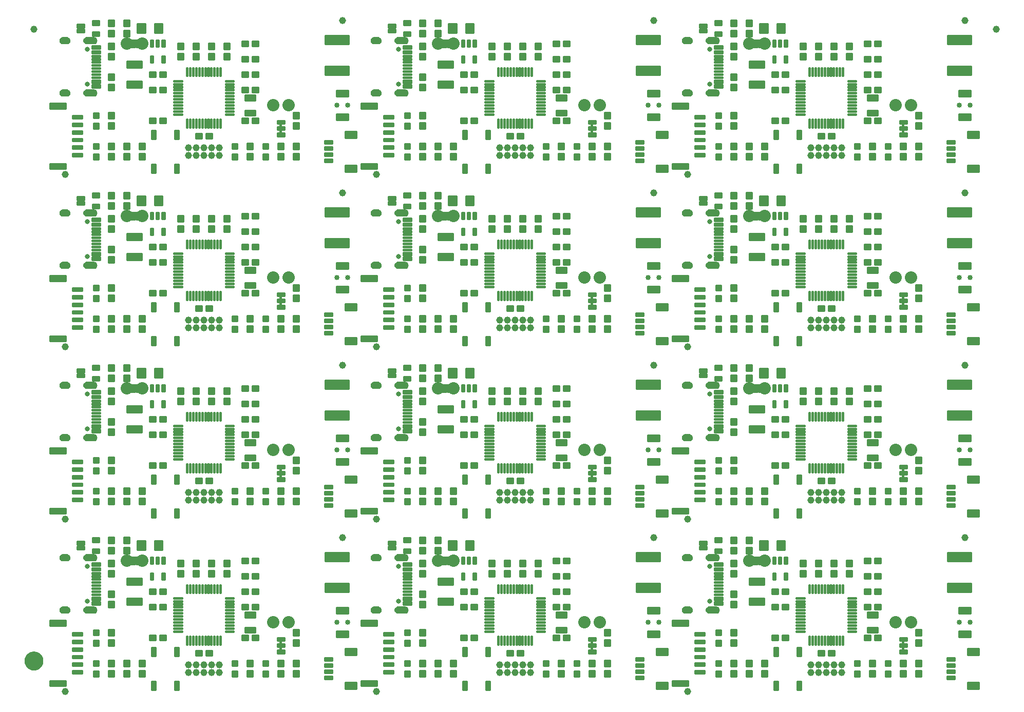
<source format=gts>
G04 EAGLE Gerber RS-274X export*
G75*
%MOMM*%
%FSLAX34Y34*%
%LPD*%
%INSoldermask Top*%
%IPPOS*%
%AMOC8*
5,1,8,0,0,1.08239X$1,22.5*%
G01*
%ADD10C,1.152400*%
%ADD11C,0.253525*%
%ADD12C,0.252862*%
%ADD13C,0.248381*%
%ADD14C,0.251966*%
%ADD15C,2.032000*%
%ADD16C,0.243431*%
%ADD17C,0.449434*%
%ADD18C,0.253344*%
%ADD19C,0.255816*%
%ADD20C,0.802400*%
%ADD21C,0.257147*%
%ADD22C,0.255116*%
%ADD23C,0.246888*%
%ADD24C,0.264381*%
%ADD25C,0.852400*%
%ADD26C,0.250478*%
%ADD27C,1.270000*%
%ADD28C,1.652400*%

G36*
X73004Y1081094D02*
X73004Y1081094D01*
X73007Y1081091D01*
X74129Y1081246D01*
X74134Y1081251D01*
X74138Y1081248D01*
X75209Y1081619D01*
X75213Y1081625D01*
X75218Y1081623D01*
X76195Y1082196D01*
X76198Y1082202D01*
X76203Y1082201D01*
X77050Y1082954D01*
X77052Y1082961D01*
X77057Y1082961D01*
X77741Y1083864D01*
X77741Y1083871D01*
X77746Y1083872D01*
X78241Y1084891D01*
X78239Y1084898D01*
X78244Y1084900D01*
X78531Y1085997D01*
X78529Y1086001D01*
X78531Y1086002D01*
X78529Y1086004D01*
X78532Y1086006D01*
X78599Y1087137D01*
X78597Y1087141D01*
X78599Y1087143D01*
X78532Y1088274D01*
X78527Y1088279D01*
X78531Y1088283D01*
X78244Y1089380D01*
X78238Y1089384D01*
X78241Y1089389D01*
X77746Y1090408D01*
X77740Y1090411D01*
X77741Y1090416D01*
X77057Y1091319D01*
X77050Y1091321D01*
X77050Y1091326D01*
X76203Y1092079D01*
X76196Y1092079D01*
X76195Y1092084D01*
X75218Y1092657D01*
X75211Y1092656D01*
X75209Y1092661D01*
X74138Y1093032D01*
X74132Y1093029D01*
X74129Y1093034D01*
X73007Y1093189D01*
X73002Y1093186D01*
X73000Y1093189D01*
X61000Y1093189D01*
X60995Y1093186D01*
X60992Y1093189D01*
X59725Y1092984D01*
X59719Y1092978D01*
X59715Y1092981D01*
X58525Y1092499D01*
X58521Y1092492D01*
X58515Y1092494D01*
X57462Y1091760D01*
X57460Y1091752D01*
X57454Y1091753D01*
X56591Y1090803D01*
X56590Y1090794D01*
X56585Y1090794D01*
X55955Y1089675D01*
X55956Y1089667D01*
X55950Y1089665D01*
X55585Y1088435D01*
X55588Y1088427D01*
X55583Y1088424D01*
X55501Y1087143D01*
X55504Y1087139D01*
X55501Y1087137D01*
X55583Y1085856D01*
X55589Y1085850D01*
X55585Y1085845D01*
X55950Y1084615D01*
X55957Y1084610D01*
X55955Y1084605D01*
X56585Y1083486D01*
X56592Y1083483D01*
X56591Y1083477D01*
X57454Y1082527D01*
X57462Y1082526D01*
X57462Y1082520D01*
X58515Y1081786D01*
X58523Y1081786D01*
X58525Y1081781D01*
X59715Y1081299D01*
X59722Y1081301D01*
X59725Y1081296D01*
X60992Y1081091D01*
X60997Y1081094D01*
X61000Y1081091D01*
X73000Y1081091D01*
X73004Y1081094D01*
G37*
G36*
X73004Y141254D02*
X73004Y141254D01*
X73007Y141251D01*
X74129Y141406D01*
X74134Y141411D01*
X74138Y141408D01*
X75209Y141779D01*
X75213Y141785D01*
X75218Y141783D01*
X76195Y142356D01*
X76198Y142362D01*
X76203Y142361D01*
X77050Y143114D01*
X77052Y143121D01*
X77057Y143121D01*
X77741Y144024D01*
X77741Y144031D01*
X77746Y144032D01*
X78241Y145051D01*
X78239Y145058D01*
X78244Y145060D01*
X78531Y146157D01*
X78529Y146161D01*
X78531Y146162D01*
X78529Y146164D01*
X78532Y146166D01*
X78599Y147297D01*
X78597Y147301D01*
X78599Y147303D01*
X78532Y148434D01*
X78527Y148439D01*
X78531Y148443D01*
X78244Y149540D01*
X78238Y149544D01*
X78241Y149549D01*
X77746Y150568D01*
X77740Y150571D01*
X77741Y150576D01*
X77057Y151479D01*
X77050Y151481D01*
X77050Y151486D01*
X76203Y152239D01*
X76196Y152239D01*
X76195Y152244D01*
X75218Y152817D01*
X75211Y152816D01*
X75209Y152821D01*
X74138Y153192D01*
X74132Y153189D01*
X74129Y153194D01*
X73007Y153349D01*
X73002Y153346D01*
X73000Y153349D01*
X61000Y153349D01*
X60995Y153346D01*
X60992Y153349D01*
X59725Y153144D01*
X59719Y153138D01*
X59715Y153141D01*
X58525Y152659D01*
X58521Y152652D01*
X58515Y152654D01*
X57462Y151920D01*
X57460Y151912D01*
X57454Y151913D01*
X56591Y150963D01*
X56590Y150954D01*
X56585Y150954D01*
X55955Y149835D01*
X55956Y149827D01*
X55950Y149825D01*
X55585Y148595D01*
X55588Y148587D01*
X55583Y148584D01*
X55501Y147303D01*
X55504Y147299D01*
X55501Y147297D01*
X55583Y146016D01*
X55589Y146010D01*
X55585Y146005D01*
X55950Y144775D01*
X55957Y144770D01*
X55955Y144765D01*
X56585Y143646D01*
X56592Y143643D01*
X56591Y143637D01*
X57454Y142687D01*
X57462Y142686D01*
X57462Y142680D01*
X58515Y141946D01*
X58523Y141946D01*
X58525Y141941D01*
X59715Y141459D01*
X59722Y141461D01*
X59725Y141456D01*
X60992Y141251D01*
X60997Y141254D01*
X61000Y141251D01*
X73000Y141251D01*
X73004Y141254D01*
G37*
G36*
X73004Y796614D02*
X73004Y796614D01*
X73007Y796611D01*
X74129Y796766D01*
X74134Y796771D01*
X74138Y796768D01*
X75209Y797139D01*
X75213Y797145D01*
X75218Y797143D01*
X76195Y797716D01*
X76198Y797722D01*
X76203Y797721D01*
X77050Y798474D01*
X77052Y798481D01*
X77057Y798481D01*
X77741Y799384D01*
X77741Y799391D01*
X77746Y799392D01*
X78241Y800411D01*
X78239Y800418D01*
X78244Y800420D01*
X78531Y801517D01*
X78529Y801521D01*
X78531Y801522D01*
X78529Y801524D01*
X78532Y801526D01*
X78599Y802657D01*
X78597Y802661D01*
X78599Y802663D01*
X78532Y803794D01*
X78527Y803799D01*
X78531Y803803D01*
X78244Y804900D01*
X78238Y804904D01*
X78241Y804909D01*
X77746Y805928D01*
X77740Y805931D01*
X77741Y805936D01*
X77057Y806839D01*
X77050Y806841D01*
X77050Y806846D01*
X76203Y807599D01*
X76196Y807599D01*
X76195Y807604D01*
X75218Y808177D01*
X75211Y808176D01*
X75209Y808181D01*
X74138Y808552D01*
X74132Y808549D01*
X74129Y808554D01*
X73007Y808709D01*
X73002Y808706D01*
X73000Y808709D01*
X61000Y808709D01*
X60995Y808706D01*
X60992Y808709D01*
X59725Y808504D01*
X59719Y808498D01*
X59715Y808501D01*
X58525Y808019D01*
X58521Y808012D01*
X58515Y808014D01*
X57462Y807280D01*
X57460Y807272D01*
X57454Y807273D01*
X56591Y806323D01*
X56590Y806314D01*
X56585Y806314D01*
X55955Y805195D01*
X55956Y805187D01*
X55950Y805185D01*
X55585Y803955D01*
X55588Y803947D01*
X55583Y803944D01*
X55501Y802663D01*
X55504Y802659D01*
X55501Y802657D01*
X55583Y801376D01*
X55589Y801370D01*
X55585Y801365D01*
X55950Y800135D01*
X55957Y800130D01*
X55955Y800125D01*
X56585Y799006D01*
X56592Y799003D01*
X56591Y798997D01*
X57454Y798047D01*
X57462Y798046D01*
X57462Y798040D01*
X58515Y797306D01*
X58523Y797306D01*
X58525Y797301D01*
X59715Y796819D01*
X59722Y796821D01*
X59725Y796816D01*
X60992Y796611D01*
X60997Y796614D01*
X61000Y796611D01*
X73000Y796611D01*
X73004Y796614D01*
G37*
G36*
X586084Y1081094D02*
X586084Y1081094D01*
X586087Y1081091D01*
X587209Y1081246D01*
X587214Y1081251D01*
X587218Y1081248D01*
X588289Y1081619D01*
X588293Y1081625D01*
X588298Y1081623D01*
X589275Y1082196D01*
X589278Y1082202D01*
X589283Y1082201D01*
X590130Y1082954D01*
X590132Y1082961D01*
X590137Y1082961D01*
X590821Y1083864D01*
X590821Y1083871D01*
X590826Y1083872D01*
X591321Y1084891D01*
X591319Y1084898D01*
X591324Y1084900D01*
X591611Y1085997D01*
X591609Y1086001D01*
X591611Y1086002D01*
X591609Y1086004D01*
X591612Y1086006D01*
X591679Y1087137D01*
X591677Y1087141D01*
X591679Y1087143D01*
X591612Y1088274D01*
X591607Y1088279D01*
X591611Y1088283D01*
X591324Y1089380D01*
X591318Y1089384D01*
X591321Y1089389D01*
X590826Y1090408D01*
X590820Y1090411D01*
X590821Y1090416D01*
X590137Y1091319D01*
X590130Y1091321D01*
X590130Y1091326D01*
X589283Y1092079D01*
X589276Y1092079D01*
X589275Y1092084D01*
X588298Y1092657D01*
X588291Y1092656D01*
X588289Y1092661D01*
X587218Y1093032D01*
X587212Y1093029D01*
X587209Y1093034D01*
X586087Y1093189D01*
X586082Y1093186D01*
X586080Y1093189D01*
X574080Y1093189D01*
X574075Y1093186D01*
X574072Y1093189D01*
X572805Y1092984D01*
X572799Y1092978D01*
X572795Y1092981D01*
X571605Y1092499D01*
X571601Y1092492D01*
X571595Y1092494D01*
X570542Y1091760D01*
X570540Y1091752D01*
X570534Y1091753D01*
X569671Y1090803D01*
X569670Y1090794D01*
X569665Y1090794D01*
X569035Y1089675D01*
X569036Y1089667D01*
X569030Y1089665D01*
X568665Y1088435D01*
X568668Y1088427D01*
X568663Y1088424D01*
X568581Y1087143D01*
X568584Y1087139D01*
X568581Y1087137D01*
X568663Y1085856D01*
X568669Y1085850D01*
X568665Y1085845D01*
X569030Y1084615D01*
X569037Y1084610D01*
X569035Y1084605D01*
X569665Y1083486D01*
X569672Y1083483D01*
X569671Y1083477D01*
X570534Y1082527D01*
X570542Y1082526D01*
X570542Y1082520D01*
X571595Y1081786D01*
X571603Y1081786D01*
X571605Y1081781D01*
X572795Y1081299D01*
X572802Y1081301D01*
X572805Y1081296D01*
X574072Y1081091D01*
X574077Y1081094D01*
X574080Y1081091D01*
X586080Y1081091D01*
X586084Y1081094D01*
G37*
G36*
X586084Y796614D02*
X586084Y796614D01*
X586087Y796611D01*
X587209Y796766D01*
X587214Y796771D01*
X587218Y796768D01*
X588289Y797139D01*
X588293Y797145D01*
X588298Y797143D01*
X589275Y797716D01*
X589278Y797722D01*
X589283Y797721D01*
X590130Y798474D01*
X590132Y798481D01*
X590137Y798481D01*
X590821Y799384D01*
X590821Y799391D01*
X590826Y799392D01*
X591321Y800411D01*
X591319Y800418D01*
X591324Y800420D01*
X591611Y801517D01*
X591609Y801521D01*
X591611Y801522D01*
X591609Y801524D01*
X591612Y801526D01*
X591679Y802657D01*
X591677Y802661D01*
X591679Y802663D01*
X591612Y803794D01*
X591607Y803799D01*
X591611Y803803D01*
X591324Y804900D01*
X591318Y804904D01*
X591321Y804909D01*
X590826Y805928D01*
X590820Y805931D01*
X590821Y805936D01*
X590137Y806839D01*
X590130Y806841D01*
X590130Y806846D01*
X589283Y807599D01*
X589276Y807599D01*
X589275Y807604D01*
X588298Y808177D01*
X588291Y808176D01*
X588289Y808181D01*
X587218Y808552D01*
X587212Y808549D01*
X587209Y808554D01*
X586087Y808709D01*
X586082Y808706D01*
X586080Y808709D01*
X574080Y808709D01*
X574075Y808706D01*
X574072Y808709D01*
X572805Y808504D01*
X572799Y808498D01*
X572795Y808501D01*
X571605Y808019D01*
X571601Y808012D01*
X571595Y808014D01*
X570542Y807280D01*
X570540Y807272D01*
X570534Y807273D01*
X569671Y806323D01*
X569670Y806314D01*
X569665Y806314D01*
X569035Y805195D01*
X569036Y805187D01*
X569030Y805185D01*
X568665Y803955D01*
X568668Y803947D01*
X568663Y803944D01*
X568581Y802663D01*
X568584Y802659D01*
X568581Y802657D01*
X568663Y801376D01*
X568669Y801370D01*
X568665Y801365D01*
X569030Y800135D01*
X569037Y800130D01*
X569035Y800125D01*
X569665Y799006D01*
X569672Y799003D01*
X569671Y798997D01*
X570534Y798047D01*
X570542Y798046D01*
X570542Y798040D01*
X571595Y797306D01*
X571603Y797306D01*
X571605Y797301D01*
X572795Y796819D01*
X572802Y796821D01*
X572805Y796816D01*
X574072Y796611D01*
X574077Y796614D01*
X574080Y796611D01*
X586080Y796611D01*
X586084Y796614D01*
G37*
G36*
X1099164Y1081094D02*
X1099164Y1081094D01*
X1099167Y1081091D01*
X1100289Y1081246D01*
X1100294Y1081251D01*
X1100298Y1081248D01*
X1101369Y1081619D01*
X1101373Y1081625D01*
X1101378Y1081623D01*
X1102355Y1082196D01*
X1102358Y1082202D01*
X1102363Y1082201D01*
X1103210Y1082954D01*
X1103212Y1082961D01*
X1103217Y1082961D01*
X1103901Y1083864D01*
X1103901Y1083871D01*
X1103906Y1083872D01*
X1104401Y1084891D01*
X1104399Y1084898D01*
X1104404Y1084900D01*
X1104691Y1085997D01*
X1104689Y1086001D01*
X1104691Y1086002D01*
X1104689Y1086004D01*
X1104692Y1086006D01*
X1104759Y1087137D01*
X1104757Y1087141D01*
X1104759Y1087143D01*
X1104692Y1088274D01*
X1104687Y1088279D01*
X1104691Y1088283D01*
X1104404Y1089380D01*
X1104398Y1089384D01*
X1104401Y1089389D01*
X1103906Y1090408D01*
X1103900Y1090411D01*
X1103901Y1090416D01*
X1103217Y1091319D01*
X1103210Y1091321D01*
X1103210Y1091326D01*
X1102363Y1092079D01*
X1102356Y1092079D01*
X1102355Y1092084D01*
X1101378Y1092657D01*
X1101371Y1092656D01*
X1101369Y1092661D01*
X1100298Y1093032D01*
X1100292Y1093029D01*
X1100289Y1093034D01*
X1099167Y1093189D01*
X1099162Y1093186D01*
X1099160Y1093189D01*
X1087160Y1093189D01*
X1087155Y1093186D01*
X1087152Y1093189D01*
X1085885Y1092984D01*
X1085879Y1092978D01*
X1085875Y1092981D01*
X1084685Y1092499D01*
X1084681Y1092492D01*
X1084675Y1092494D01*
X1083622Y1091760D01*
X1083620Y1091752D01*
X1083614Y1091753D01*
X1082751Y1090803D01*
X1082750Y1090794D01*
X1082745Y1090794D01*
X1082115Y1089675D01*
X1082116Y1089667D01*
X1082110Y1089665D01*
X1081745Y1088435D01*
X1081748Y1088427D01*
X1081743Y1088424D01*
X1081661Y1087143D01*
X1081664Y1087139D01*
X1081661Y1087137D01*
X1081743Y1085856D01*
X1081749Y1085850D01*
X1081745Y1085845D01*
X1082110Y1084615D01*
X1082117Y1084610D01*
X1082115Y1084605D01*
X1082745Y1083486D01*
X1082752Y1083483D01*
X1082751Y1083477D01*
X1083614Y1082527D01*
X1083622Y1082526D01*
X1083622Y1082520D01*
X1084675Y1081786D01*
X1084683Y1081786D01*
X1084685Y1081781D01*
X1085875Y1081299D01*
X1085882Y1081301D01*
X1085885Y1081296D01*
X1087152Y1081091D01*
X1087157Y1081094D01*
X1087160Y1081091D01*
X1099160Y1081091D01*
X1099164Y1081094D01*
G37*
G36*
X586084Y425734D02*
X586084Y425734D01*
X586087Y425731D01*
X587209Y425886D01*
X587214Y425891D01*
X587218Y425888D01*
X588289Y426259D01*
X588293Y426265D01*
X588298Y426263D01*
X589275Y426836D01*
X589278Y426842D01*
X589283Y426841D01*
X590130Y427594D01*
X590132Y427601D01*
X590137Y427601D01*
X590821Y428504D01*
X590821Y428511D01*
X590826Y428512D01*
X591321Y429531D01*
X591319Y429538D01*
X591324Y429540D01*
X591611Y430637D01*
X591609Y430641D01*
X591611Y430642D01*
X591609Y430644D01*
X591612Y430646D01*
X591679Y431777D01*
X591677Y431781D01*
X591679Y431783D01*
X591612Y432914D01*
X591607Y432919D01*
X591611Y432923D01*
X591324Y434020D01*
X591318Y434024D01*
X591321Y434029D01*
X590826Y435048D01*
X590820Y435051D01*
X590821Y435056D01*
X590137Y435959D01*
X590130Y435961D01*
X590130Y435966D01*
X589283Y436719D01*
X589276Y436719D01*
X589275Y436724D01*
X588298Y437297D01*
X588291Y437296D01*
X588289Y437301D01*
X587218Y437672D01*
X587212Y437669D01*
X587209Y437674D01*
X586087Y437829D01*
X586082Y437826D01*
X586080Y437829D01*
X574080Y437829D01*
X574075Y437826D01*
X574072Y437829D01*
X572805Y437624D01*
X572799Y437618D01*
X572795Y437621D01*
X571605Y437139D01*
X571601Y437132D01*
X571595Y437134D01*
X570542Y436400D01*
X570540Y436392D01*
X570534Y436393D01*
X569671Y435443D01*
X569670Y435434D01*
X569665Y435434D01*
X569035Y434315D01*
X569036Y434307D01*
X569030Y434305D01*
X568665Y433075D01*
X568668Y433067D01*
X568663Y433064D01*
X568581Y431783D01*
X568584Y431779D01*
X568581Y431777D01*
X568663Y430496D01*
X568669Y430490D01*
X568665Y430485D01*
X569030Y429255D01*
X569037Y429250D01*
X569035Y429245D01*
X569665Y428126D01*
X569672Y428123D01*
X569671Y428117D01*
X570534Y427167D01*
X570542Y427166D01*
X570542Y427160D01*
X571595Y426426D01*
X571603Y426426D01*
X571605Y426421D01*
X572795Y425939D01*
X572802Y425941D01*
X572805Y425936D01*
X574072Y425731D01*
X574077Y425734D01*
X574080Y425731D01*
X586080Y425731D01*
X586084Y425734D01*
G37*
G36*
X73004Y512134D02*
X73004Y512134D01*
X73007Y512131D01*
X74129Y512286D01*
X74134Y512291D01*
X74138Y512288D01*
X75209Y512659D01*
X75213Y512665D01*
X75218Y512663D01*
X76195Y513236D01*
X76198Y513242D01*
X76203Y513241D01*
X77050Y513994D01*
X77052Y514001D01*
X77057Y514001D01*
X77741Y514904D01*
X77741Y514911D01*
X77746Y514912D01*
X78241Y515931D01*
X78239Y515938D01*
X78244Y515940D01*
X78531Y517037D01*
X78529Y517041D01*
X78531Y517042D01*
X78529Y517044D01*
X78532Y517046D01*
X78599Y518177D01*
X78597Y518181D01*
X78599Y518183D01*
X78532Y519314D01*
X78527Y519319D01*
X78531Y519323D01*
X78244Y520420D01*
X78238Y520424D01*
X78241Y520429D01*
X77746Y521448D01*
X77740Y521451D01*
X77741Y521456D01*
X77057Y522359D01*
X77050Y522361D01*
X77050Y522366D01*
X76203Y523119D01*
X76196Y523119D01*
X76195Y523124D01*
X75218Y523697D01*
X75211Y523696D01*
X75209Y523701D01*
X74138Y524072D01*
X74132Y524069D01*
X74129Y524074D01*
X73007Y524229D01*
X73002Y524226D01*
X73000Y524229D01*
X61000Y524229D01*
X60995Y524226D01*
X60992Y524229D01*
X59725Y524024D01*
X59719Y524018D01*
X59715Y524021D01*
X58525Y523539D01*
X58521Y523532D01*
X58515Y523534D01*
X57462Y522800D01*
X57460Y522792D01*
X57454Y522793D01*
X56591Y521843D01*
X56590Y521834D01*
X56585Y521834D01*
X55955Y520715D01*
X55956Y520707D01*
X55950Y520705D01*
X55585Y519475D01*
X55588Y519467D01*
X55583Y519464D01*
X55501Y518183D01*
X55504Y518179D01*
X55501Y518177D01*
X55583Y516896D01*
X55589Y516890D01*
X55585Y516885D01*
X55950Y515655D01*
X55957Y515650D01*
X55955Y515645D01*
X56585Y514526D01*
X56592Y514523D01*
X56591Y514517D01*
X57454Y513567D01*
X57462Y513566D01*
X57462Y513560D01*
X58515Y512826D01*
X58523Y512826D01*
X58525Y512821D01*
X59715Y512339D01*
X59722Y512341D01*
X59725Y512336D01*
X60992Y512131D01*
X60997Y512134D01*
X61000Y512131D01*
X73000Y512131D01*
X73004Y512134D01*
G37*
G36*
X1099164Y512134D02*
X1099164Y512134D01*
X1099167Y512131D01*
X1100289Y512286D01*
X1100294Y512291D01*
X1100298Y512288D01*
X1101369Y512659D01*
X1101373Y512665D01*
X1101378Y512663D01*
X1102355Y513236D01*
X1102358Y513242D01*
X1102363Y513241D01*
X1103210Y513994D01*
X1103212Y514001D01*
X1103217Y514001D01*
X1103901Y514904D01*
X1103901Y514911D01*
X1103906Y514912D01*
X1104401Y515931D01*
X1104399Y515938D01*
X1104404Y515940D01*
X1104691Y517037D01*
X1104689Y517041D01*
X1104691Y517042D01*
X1104689Y517044D01*
X1104692Y517046D01*
X1104759Y518177D01*
X1104757Y518181D01*
X1104759Y518183D01*
X1104692Y519314D01*
X1104687Y519319D01*
X1104691Y519323D01*
X1104404Y520420D01*
X1104398Y520424D01*
X1104401Y520429D01*
X1103906Y521448D01*
X1103900Y521451D01*
X1103901Y521456D01*
X1103217Y522359D01*
X1103210Y522361D01*
X1103210Y522366D01*
X1102363Y523119D01*
X1102356Y523119D01*
X1102355Y523124D01*
X1101378Y523697D01*
X1101371Y523696D01*
X1101369Y523701D01*
X1100298Y524072D01*
X1100292Y524069D01*
X1100289Y524074D01*
X1099167Y524229D01*
X1099162Y524226D01*
X1099160Y524229D01*
X1087160Y524229D01*
X1087155Y524226D01*
X1087152Y524229D01*
X1085885Y524024D01*
X1085879Y524018D01*
X1085875Y524021D01*
X1084685Y523539D01*
X1084681Y523532D01*
X1084675Y523534D01*
X1083622Y522800D01*
X1083620Y522792D01*
X1083614Y522793D01*
X1082751Y521843D01*
X1082750Y521834D01*
X1082745Y521834D01*
X1082115Y520715D01*
X1082116Y520707D01*
X1082110Y520705D01*
X1081745Y519475D01*
X1081748Y519467D01*
X1081743Y519464D01*
X1081661Y518183D01*
X1081664Y518179D01*
X1081661Y518177D01*
X1081743Y516896D01*
X1081749Y516890D01*
X1081745Y516885D01*
X1082110Y515655D01*
X1082117Y515650D01*
X1082115Y515645D01*
X1082745Y514526D01*
X1082752Y514523D01*
X1082751Y514517D01*
X1083614Y513567D01*
X1083622Y513566D01*
X1083622Y513560D01*
X1084675Y512826D01*
X1084683Y512826D01*
X1084685Y512821D01*
X1085875Y512339D01*
X1085882Y512341D01*
X1085885Y512336D01*
X1087152Y512131D01*
X1087157Y512134D01*
X1087160Y512131D01*
X1099160Y512131D01*
X1099164Y512134D01*
G37*
G36*
X586084Y512134D02*
X586084Y512134D01*
X586087Y512131D01*
X587209Y512286D01*
X587214Y512291D01*
X587218Y512288D01*
X588289Y512659D01*
X588293Y512665D01*
X588298Y512663D01*
X589275Y513236D01*
X589278Y513242D01*
X589283Y513241D01*
X590130Y513994D01*
X590132Y514001D01*
X590137Y514001D01*
X590821Y514904D01*
X590821Y514911D01*
X590826Y514912D01*
X591321Y515931D01*
X591319Y515938D01*
X591324Y515940D01*
X591611Y517037D01*
X591609Y517041D01*
X591611Y517042D01*
X591609Y517044D01*
X591612Y517046D01*
X591679Y518177D01*
X591677Y518181D01*
X591679Y518183D01*
X591612Y519314D01*
X591607Y519319D01*
X591611Y519323D01*
X591324Y520420D01*
X591318Y520424D01*
X591321Y520429D01*
X590826Y521448D01*
X590820Y521451D01*
X590821Y521456D01*
X590137Y522359D01*
X590130Y522361D01*
X590130Y522366D01*
X589283Y523119D01*
X589276Y523119D01*
X589275Y523124D01*
X588298Y523697D01*
X588291Y523696D01*
X588289Y523701D01*
X587218Y524072D01*
X587212Y524069D01*
X587209Y524074D01*
X586087Y524229D01*
X586082Y524226D01*
X586080Y524229D01*
X574080Y524229D01*
X574075Y524226D01*
X574072Y524229D01*
X572805Y524024D01*
X572799Y524018D01*
X572795Y524021D01*
X571605Y523539D01*
X571601Y523532D01*
X571595Y523534D01*
X570542Y522800D01*
X570540Y522792D01*
X570534Y522793D01*
X569671Y521843D01*
X569670Y521834D01*
X569665Y521834D01*
X569035Y520715D01*
X569036Y520707D01*
X569030Y520705D01*
X568665Y519475D01*
X568668Y519467D01*
X568663Y519464D01*
X568581Y518183D01*
X568584Y518179D01*
X568581Y518177D01*
X568663Y516896D01*
X568669Y516890D01*
X568665Y516885D01*
X569030Y515655D01*
X569037Y515650D01*
X569035Y515645D01*
X569665Y514526D01*
X569672Y514523D01*
X569671Y514517D01*
X570534Y513567D01*
X570542Y513566D01*
X570542Y513560D01*
X571595Y512826D01*
X571603Y512826D01*
X571605Y512821D01*
X572795Y512339D01*
X572802Y512341D01*
X572805Y512336D01*
X574072Y512131D01*
X574077Y512134D01*
X574080Y512131D01*
X586080Y512131D01*
X586084Y512134D01*
G37*
G36*
X586084Y994694D02*
X586084Y994694D01*
X586087Y994691D01*
X587209Y994846D01*
X587214Y994851D01*
X587218Y994848D01*
X588289Y995219D01*
X588293Y995225D01*
X588298Y995223D01*
X589275Y995796D01*
X589278Y995802D01*
X589283Y995801D01*
X590130Y996554D01*
X590132Y996561D01*
X590137Y996561D01*
X590821Y997464D01*
X590821Y997471D01*
X590826Y997472D01*
X591321Y998491D01*
X591319Y998498D01*
X591324Y998500D01*
X591611Y999597D01*
X591609Y999601D01*
X591611Y999602D01*
X591609Y999604D01*
X591612Y999606D01*
X591679Y1000737D01*
X591677Y1000741D01*
X591679Y1000743D01*
X591612Y1001874D01*
X591607Y1001879D01*
X591611Y1001883D01*
X591324Y1002980D01*
X591318Y1002984D01*
X591321Y1002989D01*
X590826Y1004008D01*
X590820Y1004011D01*
X590821Y1004016D01*
X590137Y1004919D01*
X590130Y1004921D01*
X590130Y1004926D01*
X589283Y1005679D01*
X589276Y1005679D01*
X589275Y1005684D01*
X588298Y1006257D01*
X588291Y1006256D01*
X588289Y1006261D01*
X587218Y1006632D01*
X587212Y1006629D01*
X587209Y1006634D01*
X586087Y1006789D01*
X586082Y1006786D01*
X586080Y1006789D01*
X574080Y1006789D01*
X574075Y1006786D01*
X574072Y1006789D01*
X572805Y1006584D01*
X572799Y1006578D01*
X572795Y1006581D01*
X571605Y1006099D01*
X571601Y1006092D01*
X571595Y1006094D01*
X570542Y1005360D01*
X570540Y1005352D01*
X570534Y1005353D01*
X569671Y1004403D01*
X569670Y1004394D01*
X569665Y1004394D01*
X569035Y1003275D01*
X569036Y1003267D01*
X569030Y1003265D01*
X568665Y1002035D01*
X568668Y1002027D01*
X568663Y1002024D01*
X568581Y1000743D01*
X568584Y1000739D01*
X568581Y1000737D01*
X568663Y999456D01*
X568669Y999450D01*
X568665Y999445D01*
X569030Y998215D01*
X569037Y998210D01*
X569035Y998205D01*
X569665Y997086D01*
X569672Y997083D01*
X569671Y997077D01*
X570534Y996127D01*
X570542Y996126D01*
X570542Y996120D01*
X571595Y995386D01*
X571603Y995386D01*
X571605Y995381D01*
X572795Y994899D01*
X572802Y994901D01*
X572805Y994896D01*
X574072Y994691D01*
X574077Y994694D01*
X574080Y994691D01*
X586080Y994691D01*
X586084Y994694D01*
G37*
G36*
X1099164Y425734D02*
X1099164Y425734D01*
X1099167Y425731D01*
X1100289Y425886D01*
X1100294Y425891D01*
X1100298Y425888D01*
X1101369Y426259D01*
X1101373Y426265D01*
X1101378Y426263D01*
X1102355Y426836D01*
X1102358Y426842D01*
X1102363Y426841D01*
X1103210Y427594D01*
X1103212Y427601D01*
X1103217Y427601D01*
X1103901Y428504D01*
X1103901Y428511D01*
X1103906Y428512D01*
X1104401Y429531D01*
X1104399Y429538D01*
X1104404Y429540D01*
X1104691Y430637D01*
X1104689Y430641D01*
X1104691Y430642D01*
X1104689Y430644D01*
X1104692Y430646D01*
X1104759Y431777D01*
X1104757Y431781D01*
X1104759Y431783D01*
X1104692Y432914D01*
X1104687Y432919D01*
X1104691Y432923D01*
X1104404Y434020D01*
X1104398Y434024D01*
X1104401Y434029D01*
X1103906Y435048D01*
X1103900Y435051D01*
X1103901Y435056D01*
X1103217Y435959D01*
X1103210Y435961D01*
X1103210Y435966D01*
X1102363Y436719D01*
X1102356Y436719D01*
X1102355Y436724D01*
X1101378Y437297D01*
X1101371Y437296D01*
X1101369Y437301D01*
X1100298Y437672D01*
X1100292Y437669D01*
X1100289Y437674D01*
X1099167Y437829D01*
X1099162Y437826D01*
X1099160Y437829D01*
X1087160Y437829D01*
X1087155Y437826D01*
X1087152Y437829D01*
X1085885Y437624D01*
X1085879Y437618D01*
X1085875Y437621D01*
X1084685Y437139D01*
X1084681Y437132D01*
X1084675Y437134D01*
X1083622Y436400D01*
X1083620Y436392D01*
X1083614Y436393D01*
X1082751Y435443D01*
X1082750Y435434D01*
X1082745Y435434D01*
X1082115Y434315D01*
X1082116Y434307D01*
X1082110Y434305D01*
X1081745Y433075D01*
X1081748Y433067D01*
X1081743Y433064D01*
X1081661Y431783D01*
X1081664Y431779D01*
X1081661Y431777D01*
X1081743Y430496D01*
X1081749Y430490D01*
X1081745Y430485D01*
X1082110Y429255D01*
X1082117Y429250D01*
X1082115Y429245D01*
X1082745Y428126D01*
X1082752Y428123D01*
X1082751Y428117D01*
X1083614Y427167D01*
X1083622Y427166D01*
X1083622Y427160D01*
X1084675Y426426D01*
X1084683Y426426D01*
X1084685Y426421D01*
X1085875Y425939D01*
X1085882Y425941D01*
X1085885Y425936D01*
X1087152Y425731D01*
X1087157Y425734D01*
X1087160Y425731D01*
X1099160Y425731D01*
X1099164Y425734D01*
G37*
G36*
X73004Y994694D02*
X73004Y994694D01*
X73007Y994691D01*
X74129Y994846D01*
X74134Y994851D01*
X74138Y994848D01*
X75209Y995219D01*
X75213Y995225D01*
X75218Y995223D01*
X76195Y995796D01*
X76198Y995802D01*
X76203Y995801D01*
X77050Y996554D01*
X77052Y996561D01*
X77057Y996561D01*
X77741Y997464D01*
X77741Y997471D01*
X77746Y997472D01*
X78241Y998491D01*
X78239Y998498D01*
X78244Y998500D01*
X78531Y999597D01*
X78529Y999601D01*
X78531Y999602D01*
X78529Y999604D01*
X78532Y999606D01*
X78599Y1000737D01*
X78597Y1000741D01*
X78599Y1000743D01*
X78532Y1001874D01*
X78527Y1001879D01*
X78531Y1001883D01*
X78244Y1002980D01*
X78238Y1002984D01*
X78241Y1002989D01*
X77746Y1004008D01*
X77740Y1004011D01*
X77741Y1004016D01*
X77057Y1004919D01*
X77050Y1004921D01*
X77050Y1004926D01*
X76203Y1005679D01*
X76196Y1005679D01*
X76195Y1005684D01*
X75218Y1006257D01*
X75211Y1006256D01*
X75209Y1006261D01*
X74138Y1006632D01*
X74132Y1006629D01*
X74129Y1006634D01*
X73007Y1006789D01*
X73002Y1006786D01*
X73000Y1006789D01*
X61000Y1006789D01*
X60995Y1006786D01*
X60992Y1006789D01*
X59725Y1006584D01*
X59719Y1006578D01*
X59715Y1006581D01*
X58525Y1006099D01*
X58521Y1006092D01*
X58515Y1006094D01*
X57462Y1005360D01*
X57460Y1005352D01*
X57454Y1005353D01*
X56591Y1004403D01*
X56590Y1004394D01*
X56585Y1004394D01*
X55955Y1003275D01*
X55956Y1003267D01*
X55950Y1003265D01*
X55585Y1002035D01*
X55588Y1002027D01*
X55583Y1002024D01*
X55501Y1000743D01*
X55504Y1000739D01*
X55501Y1000737D01*
X55583Y999456D01*
X55589Y999450D01*
X55585Y999445D01*
X55950Y998215D01*
X55957Y998210D01*
X55955Y998205D01*
X56585Y997086D01*
X56592Y997083D01*
X56591Y997077D01*
X57454Y996127D01*
X57462Y996126D01*
X57462Y996120D01*
X58515Y995386D01*
X58523Y995386D01*
X58525Y995381D01*
X59715Y994899D01*
X59722Y994901D01*
X59725Y994896D01*
X60992Y994691D01*
X60997Y994694D01*
X61000Y994691D01*
X73000Y994691D01*
X73004Y994694D01*
G37*
G36*
X1099164Y710214D02*
X1099164Y710214D01*
X1099167Y710211D01*
X1100289Y710366D01*
X1100294Y710371D01*
X1100298Y710368D01*
X1101369Y710739D01*
X1101373Y710745D01*
X1101378Y710743D01*
X1102355Y711316D01*
X1102358Y711322D01*
X1102363Y711321D01*
X1103210Y712074D01*
X1103212Y712081D01*
X1103217Y712081D01*
X1103901Y712984D01*
X1103901Y712991D01*
X1103906Y712992D01*
X1104401Y714011D01*
X1104399Y714018D01*
X1104404Y714020D01*
X1104691Y715117D01*
X1104689Y715121D01*
X1104691Y715122D01*
X1104689Y715124D01*
X1104692Y715126D01*
X1104759Y716257D01*
X1104757Y716261D01*
X1104759Y716263D01*
X1104692Y717394D01*
X1104687Y717399D01*
X1104691Y717403D01*
X1104404Y718500D01*
X1104398Y718504D01*
X1104401Y718509D01*
X1103906Y719528D01*
X1103900Y719531D01*
X1103901Y719536D01*
X1103217Y720439D01*
X1103210Y720441D01*
X1103210Y720446D01*
X1102363Y721199D01*
X1102356Y721199D01*
X1102355Y721204D01*
X1101378Y721777D01*
X1101371Y721776D01*
X1101369Y721781D01*
X1100298Y722152D01*
X1100292Y722149D01*
X1100289Y722154D01*
X1099167Y722309D01*
X1099162Y722306D01*
X1099160Y722309D01*
X1087160Y722309D01*
X1087155Y722306D01*
X1087152Y722309D01*
X1085885Y722104D01*
X1085879Y722098D01*
X1085875Y722101D01*
X1084685Y721619D01*
X1084681Y721612D01*
X1084675Y721614D01*
X1083622Y720880D01*
X1083620Y720872D01*
X1083614Y720873D01*
X1082751Y719923D01*
X1082750Y719914D01*
X1082745Y719914D01*
X1082115Y718795D01*
X1082116Y718787D01*
X1082110Y718785D01*
X1081745Y717555D01*
X1081748Y717547D01*
X1081743Y717544D01*
X1081661Y716263D01*
X1081664Y716259D01*
X1081661Y716257D01*
X1081743Y714976D01*
X1081749Y714970D01*
X1081745Y714965D01*
X1082110Y713735D01*
X1082117Y713730D01*
X1082115Y713725D01*
X1082745Y712606D01*
X1082752Y712603D01*
X1082751Y712597D01*
X1083614Y711647D01*
X1083622Y711646D01*
X1083622Y711640D01*
X1084675Y710906D01*
X1084683Y710906D01*
X1084685Y710901D01*
X1085875Y710419D01*
X1085882Y710421D01*
X1085885Y710416D01*
X1087152Y710211D01*
X1087157Y710214D01*
X1087160Y710211D01*
X1099160Y710211D01*
X1099164Y710214D01*
G37*
G36*
X1099164Y994694D02*
X1099164Y994694D01*
X1099167Y994691D01*
X1100289Y994846D01*
X1100294Y994851D01*
X1100298Y994848D01*
X1101369Y995219D01*
X1101373Y995225D01*
X1101378Y995223D01*
X1102355Y995796D01*
X1102358Y995802D01*
X1102363Y995801D01*
X1103210Y996554D01*
X1103212Y996561D01*
X1103217Y996561D01*
X1103901Y997464D01*
X1103901Y997471D01*
X1103906Y997472D01*
X1104401Y998491D01*
X1104399Y998498D01*
X1104404Y998500D01*
X1104691Y999597D01*
X1104689Y999601D01*
X1104691Y999602D01*
X1104689Y999604D01*
X1104692Y999606D01*
X1104759Y1000737D01*
X1104757Y1000741D01*
X1104759Y1000743D01*
X1104692Y1001874D01*
X1104687Y1001879D01*
X1104691Y1001883D01*
X1104404Y1002980D01*
X1104398Y1002984D01*
X1104401Y1002989D01*
X1103906Y1004008D01*
X1103900Y1004011D01*
X1103901Y1004016D01*
X1103217Y1004919D01*
X1103210Y1004921D01*
X1103210Y1004926D01*
X1102363Y1005679D01*
X1102356Y1005679D01*
X1102355Y1005684D01*
X1101378Y1006257D01*
X1101371Y1006256D01*
X1101369Y1006261D01*
X1100298Y1006632D01*
X1100292Y1006629D01*
X1100289Y1006634D01*
X1099167Y1006789D01*
X1099162Y1006786D01*
X1099160Y1006789D01*
X1087160Y1006789D01*
X1087155Y1006786D01*
X1087152Y1006789D01*
X1085885Y1006584D01*
X1085879Y1006578D01*
X1085875Y1006581D01*
X1084685Y1006099D01*
X1084681Y1006092D01*
X1084675Y1006094D01*
X1083622Y1005360D01*
X1083620Y1005352D01*
X1083614Y1005353D01*
X1082751Y1004403D01*
X1082750Y1004394D01*
X1082745Y1004394D01*
X1082115Y1003275D01*
X1082116Y1003267D01*
X1082110Y1003265D01*
X1081745Y1002035D01*
X1081748Y1002027D01*
X1081743Y1002024D01*
X1081661Y1000743D01*
X1081664Y1000739D01*
X1081661Y1000737D01*
X1081743Y999456D01*
X1081749Y999450D01*
X1081745Y999445D01*
X1082110Y998215D01*
X1082117Y998210D01*
X1082115Y998205D01*
X1082745Y997086D01*
X1082752Y997083D01*
X1082751Y997077D01*
X1083614Y996127D01*
X1083622Y996126D01*
X1083622Y996120D01*
X1084675Y995386D01*
X1084683Y995386D01*
X1084685Y995381D01*
X1085875Y994899D01*
X1085882Y994901D01*
X1085885Y994896D01*
X1087152Y994691D01*
X1087157Y994694D01*
X1087160Y994691D01*
X1099160Y994691D01*
X1099164Y994694D01*
G37*
G36*
X73004Y710214D02*
X73004Y710214D01*
X73007Y710211D01*
X74129Y710366D01*
X74134Y710371D01*
X74138Y710368D01*
X75209Y710739D01*
X75213Y710745D01*
X75218Y710743D01*
X76195Y711316D01*
X76198Y711322D01*
X76203Y711321D01*
X77050Y712074D01*
X77052Y712081D01*
X77057Y712081D01*
X77741Y712984D01*
X77741Y712991D01*
X77746Y712992D01*
X78241Y714011D01*
X78239Y714018D01*
X78244Y714020D01*
X78531Y715117D01*
X78529Y715121D01*
X78531Y715122D01*
X78529Y715124D01*
X78532Y715126D01*
X78599Y716257D01*
X78597Y716261D01*
X78599Y716263D01*
X78532Y717394D01*
X78527Y717399D01*
X78531Y717403D01*
X78244Y718500D01*
X78238Y718504D01*
X78241Y718509D01*
X77746Y719528D01*
X77740Y719531D01*
X77741Y719536D01*
X77057Y720439D01*
X77050Y720441D01*
X77050Y720446D01*
X76203Y721199D01*
X76196Y721199D01*
X76195Y721204D01*
X75218Y721777D01*
X75211Y721776D01*
X75209Y721781D01*
X74138Y722152D01*
X74132Y722149D01*
X74129Y722154D01*
X73007Y722309D01*
X73002Y722306D01*
X73000Y722309D01*
X61000Y722309D01*
X60995Y722306D01*
X60992Y722309D01*
X59725Y722104D01*
X59719Y722098D01*
X59715Y722101D01*
X58525Y721619D01*
X58521Y721612D01*
X58515Y721614D01*
X57462Y720880D01*
X57460Y720872D01*
X57454Y720873D01*
X56591Y719923D01*
X56590Y719914D01*
X56585Y719914D01*
X55955Y718795D01*
X55956Y718787D01*
X55950Y718785D01*
X55585Y717555D01*
X55588Y717547D01*
X55583Y717544D01*
X55501Y716263D01*
X55504Y716259D01*
X55501Y716257D01*
X55583Y714976D01*
X55589Y714970D01*
X55585Y714965D01*
X55950Y713735D01*
X55957Y713730D01*
X55955Y713725D01*
X56585Y712606D01*
X56592Y712603D01*
X56591Y712597D01*
X57454Y711647D01*
X57462Y711646D01*
X57462Y711640D01*
X58515Y710906D01*
X58523Y710906D01*
X58525Y710901D01*
X59715Y710419D01*
X59722Y710421D01*
X59725Y710416D01*
X60992Y710211D01*
X60997Y710214D01*
X61000Y710211D01*
X73000Y710211D01*
X73004Y710214D01*
G37*
G36*
X586084Y710214D02*
X586084Y710214D01*
X586087Y710211D01*
X587209Y710366D01*
X587214Y710371D01*
X587218Y710368D01*
X588289Y710739D01*
X588293Y710745D01*
X588298Y710743D01*
X589275Y711316D01*
X589278Y711322D01*
X589283Y711321D01*
X590130Y712074D01*
X590132Y712081D01*
X590137Y712081D01*
X590821Y712984D01*
X590821Y712991D01*
X590826Y712992D01*
X591321Y714011D01*
X591319Y714018D01*
X591324Y714020D01*
X591611Y715117D01*
X591609Y715121D01*
X591611Y715122D01*
X591609Y715124D01*
X591612Y715126D01*
X591679Y716257D01*
X591677Y716261D01*
X591679Y716263D01*
X591612Y717394D01*
X591607Y717399D01*
X591611Y717403D01*
X591324Y718500D01*
X591318Y718504D01*
X591321Y718509D01*
X590826Y719528D01*
X590820Y719531D01*
X590821Y719536D01*
X590137Y720439D01*
X590130Y720441D01*
X590130Y720446D01*
X589283Y721199D01*
X589276Y721199D01*
X589275Y721204D01*
X588298Y721777D01*
X588291Y721776D01*
X588289Y721781D01*
X587218Y722152D01*
X587212Y722149D01*
X587209Y722154D01*
X586087Y722309D01*
X586082Y722306D01*
X586080Y722309D01*
X574080Y722309D01*
X574075Y722306D01*
X574072Y722309D01*
X572805Y722104D01*
X572799Y722098D01*
X572795Y722101D01*
X571605Y721619D01*
X571601Y721612D01*
X571595Y721614D01*
X570542Y720880D01*
X570540Y720872D01*
X570534Y720873D01*
X569671Y719923D01*
X569670Y719914D01*
X569665Y719914D01*
X569035Y718795D01*
X569036Y718787D01*
X569030Y718785D01*
X568665Y717555D01*
X568668Y717547D01*
X568663Y717544D01*
X568581Y716263D01*
X568584Y716259D01*
X568581Y716257D01*
X568663Y714976D01*
X568669Y714970D01*
X568665Y714965D01*
X569030Y713735D01*
X569037Y713730D01*
X569035Y713725D01*
X569665Y712606D01*
X569672Y712603D01*
X569671Y712597D01*
X570534Y711647D01*
X570542Y711646D01*
X570542Y711640D01*
X571595Y710906D01*
X571603Y710906D01*
X571605Y710901D01*
X572795Y710419D01*
X572802Y710421D01*
X572805Y710416D01*
X574072Y710211D01*
X574077Y710214D01*
X574080Y710211D01*
X586080Y710211D01*
X586084Y710214D01*
G37*
G36*
X73004Y425734D02*
X73004Y425734D01*
X73007Y425731D01*
X74129Y425886D01*
X74134Y425891D01*
X74138Y425888D01*
X75209Y426259D01*
X75213Y426265D01*
X75218Y426263D01*
X76195Y426836D01*
X76198Y426842D01*
X76203Y426841D01*
X77050Y427594D01*
X77052Y427601D01*
X77057Y427601D01*
X77741Y428504D01*
X77741Y428511D01*
X77746Y428512D01*
X78241Y429531D01*
X78239Y429538D01*
X78244Y429540D01*
X78531Y430637D01*
X78529Y430641D01*
X78531Y430642D01*
X78529Y430644D01*
X78532Y430646D01*
X78599Y431777D01*
X78597Y431781D01*
X78599Y431783D01*
X78532Y432914D01*
X78527Y432919D01*
X78531Y432923D01*
X78244Y434020D01*
X78238Y434024D01*
X78241Y434029D01*
X77746Y435048D01*
X77740Y435051D01*
X77741Y435056D01*
X77057Y435959D01*
X77050Y435961D01*
X77050Y435966D01*
X76203Y436719D01*
X76196Y436719D01*
X76195Y436724D01*
X75218Y437297D01*
X75211Y437296D01*
X75209Y437301D01*
X74138Y437672D01*
X74132Y437669D01*
X74129Y437674D01*
X73007Y437829D01*
X73002Y437826D01*
X73000Y437829D01*
X61000Y437829D01*
X60995Y437826D01*
X60992Y437829D01*
X59725Y437624D01*
X59719Y437618D01*
X59715Y437621D01*
X58525Y437139D01*
X58521Y437132D01*
X58515Y437134D01*
X57462Y436400D01*
X57460Y436392D01*
X57454Y436393D01*
X56591Y435443D01*
X56590Y435434D01*
X56585Y435434D01*
X55955Y434315D01*
X55956Y434307D01*
X55950Y434305D01*
X55585Y433075D01*
X55588Y433067D01*
X55583Y433064D01*
X55501Y431783D01*
X55504Y431779D01*
X55501Y431777D01*
X55583Y430496D01*
X55589Y430490D01*
X55585Y430485D01*
X55950Y429255D01*
X55957Y429250D01*
X55955Y429245D01*
X56585Y428126D01*
X56592Y428123D01*
X56591Y428117D01*
X57454Y427167D01*
X57462Y427166D01*
X57462Y427160D01*
X58515Y426426D01*
X58523Y426426D01*
X58525Y426421D01*
X59715Y425939D01*
X59722Y425941D01*
X59725Y425936D01*
X60992Y425731D01*
X60997Y425734D01*
X61000Y425731D01*
X73000Y425731D01*
X73004Y425734D01*
G37*
G36*
X73004Y227654D02*
X73004Y227654D01*
X73007Y227651D01*
X74129Y227806D01*
X74134Y227811D01*
X74138Y227808D01*
X75209Y228179D01*
X75213Y228185D01*
X75218Y228183D01*
X76195Y228756D01*
X76198Y228762D01*
X76203Y228761D01*
X77050Y229514D01*
X77052Y229521D01*
X77057Y229521D01*
X77741Y230424D01*
X77741Y230431D01*
X77746Y230432D01*
X78241Y231451D01*
X78239Y231458D01*
X78244Y231460D01*
X78531Y232557D01*
X78529Y232561D01*
X78531Y232562D01*
X78529Y232564D01*
X78532Y232566D01*
X78599Y233697D01*
X78597Y233701D01*
X78599Y233703D01*
X78532Y234834D01*
X78527Y234839D01*
X78531Y234843D01*
X78244Y235940D01*
X78238Y235944D01*
X78241Y235949D01*
X77746Y236968D01*
X77740Y236971D01*
X77741Y236976D01*
X77057Y237879D01*
X77050Y237881D01*
X77050Y237886D01*
X76203Y238639D01*
X76196Y238639D01*
X76195Y238644D01*
X75218Y239217D01*
X75211Y239216D01*
X75209Y239221D01*
X74138Y239592D01*
X74132Y239589D01*
X74129Y239594D01*
X73007Y239749D01*
X73002Y239746D01*
X73000Y239749D01*
X61000Y239749D01*
X60995Y239746D01*
X60992Y239749D01*
X59725Y239544D01*
X59719Y239538D01*
X59715Y239541D01*
X58525Y239059D01*
X58521Y239052D01*
X58515Y239054D01*
X57462Y238320D01*
X57460Y238312D01*
X57454Y238313D01*
X56591Y237363D01*
X56590Y237354D01*
X56585Y237354D01*
X55955Y236235D01*
X55956Y236227D01*
X55950Y236225D01*
X55585Y234995D01*
X55588Y234987D01*
X55583Y234984D01*
X55501Y233703D01*
X55504Y233699D01*
X55501Y233697D01*
X55583Y232416D01*
X55589Y232410D01*
X55585Y232405D01*
X55950Y231175D01*
X55957Y231170D01*
X55955Y231165D01*
X56585Y230046D01*
X56592Y230043D01*
X56591Y230037D01*
X57454Y229087D01*
X57462Y229086D01*
X57462Y229080D01*
X58515Y228346D01*
X58523Y228346D01*
X58525Y228341D01*
X59715Y227859D01*
X59722Y227861D01*
X59725Y227856D01*
X60992Y227651D01*
X60997Y227654D01*
X61000Y227651D01*
X73000Y227651D01*
X73004Y227654D01*
G37*
G36*
X1099164Y227654D02*
X1099164Y227654D01*
X1099167Y227651D01*
X1100289Y227806D01*
X1100294Y227811D01*
X1100298Y227808D01*
X1101369Y228179D01*
X1101373Y228185D01*
X1101378Y228183D01*
X1102355Y228756D01*
X1102358Y228762D01*
X1102363Y228761D01*
X1103210Y229514D01*
X1103212Y229521D01*
X1103217Y229521D01*
X1103901Y230424D01*
X1103901Y230431D01*
X1103906Y230432D01*
X1104401Y231451D01*
X1104399Y231458D01*
X1104404Y231460D01*
X1104691Y232557D01*
X1104689Y232561D01*
X1104691Y232562D01*
X1104689Y232564D01*
X1104692Y232566D01*
X1104759Y233697D01*
X1104757Y233701D01*
X1104759Y233703D01*
X1104692Y234834D01*
X1104687Y234839D01*
X1104691Y234843D01*
X1104404Y235940D01*
X1104398Y235944D01*
X1104401Y235949D01*
X1103906Y236968D01*
X1103900Y236971D01*
X1103901Y236976D01*
X1103217Y237879D01*
X1103210Y237881D01*
X1103210Y237886D01*
X1102363Y238639D01*
X1102356Y238639D01*
X1102355Y238644D01*
X1101378Y239217D01*
X1101371Y239216D01*
X1101369Y239221D01*
X1100298Y239592D01*
X1100292Y239589D01*
X1100289Y239594D01*
X1099167Y239749D01*
X1099162Y239746D01*
X1099160Y239749D01*
X1087160Y239749D01*
X1087155Y239746D01*
X1087152Y239749D01*
X1085885Y239544D01*
X1085879Y239538D01*
X1085875Y239541D01*
X1084685Y239059D01*
X1084681Y239052D01*
X1084675Y239054D01*
X1083622Y238320D01*
X1083620Y238312D01*
X1083614Y238313D01*
X1082751Y237363D01*
X1082750Y237354D01*
X1082745Y237354D01*
X1082115Y236235D01*
X1082116Y236227D01*
X1082110Y236225D01*
X1081745Y234995D01*
X1081748Y234987D01*
X1081743Y234984D01*
X1081661Y233703D01*
X1081664Y233699D01*
X1081661Y233697D01*
X1081743Y232416D01*
X1081749Y232410D01*
X1081745Y232405D01*
X1082110Y231175D01*
X1082117Y231170D01*
X1082115Y231165D01*
X1082745Y230046D01*
X1082752Y230043D01*
X1082751Y230037D01*
X1083614Y229087D01*
X1083622Y229086D01*
X1083622Y229080D01*
X1084675Y228346D01*
X1084683Y228346D01*
X1084685Y228341D01*
X1085875Y227859D01*
X1085882Y227861D01*
X1085885Y227856D01*
X1087152Y227651D01*
X1087157Y227654D01*
X1087160Y227651D01*
X1099160Y227651D01*
X1099164Y227654D01*
G37*
G36*
X586084Y227654D02*
X586084Y227654D01*
X586087Y227651D01*
X587209Y227806D01*
X587214Y227811D01*
X587218Y227808D01*
X588289Y228179D01*
X588293Y228185D01*
X588298Y228183D01*
X589275Y228756D01*
X589278Y228762D01*
X589283Y228761D01*
X590130Y229514D01*
X590132Y229521D01*
X590137Y229521D01*
X590821Y230424D01*
X590821Y230431D01*
X590826Y230432D01*
X591321Y231451D01*
X591319Y231458D01*
X591324Y231460D01*
X591611Y232557D01*
X591609Y232561D01*
X591611Y232562D01*
X591609Y232564D01*
X591612Y232566D01*
X591679Y233697D01*
X591677Y233701D01*
X591679Y233703D01*
X591612Y234834D01*
X591607Y234839D01*
X591611Y234843D01*
X591324Y235940D01*
X591318Y235944D01*
X591321Y235949D01*
X590826Y236968D01*
X590820Y236971D01*
X590821Y236976D01*
X590137Y237879D01*
X590130Y237881D01*
X590130Y237886D01*
X589283Y238639D01*
X589276Y238639D01*
X589275Y238644D01*
X588298Y239217D01*
X588291Y239216D01*
X588289Y239221D01*
X587218Y239592D01*
X587212Y239589D01*
X587209Y239594D01*
X586087Y239749D01*
X586082Y239746D01*
X586080Y239749D01*
X574080Y239749D01*
X574075Y239746D01*
X574072Y239749D01*
X572805Y239544D01*
X572799Y239538D01*
X572795Y239541D01*
X571605Y239059D01*
X571601Y239052D01*
X571595Y239054D01*
X570542Y238320D01*
X570540Y238312D01*
X570534Y238313D01*
X569671Y237363D01*
X569670Y237354D01*
X569665Y237354D01*
X569035Y236235D01*
X569036Y236227D01*
X569030Y236225D01*
X568665Y234995D01*
X568668Y234987D01*
X568663Y234984D01*
X568581Y233703D01*
X568584Y233699D01*
X568581Y233697D01*
X568663Y232416D01*
X568669Y232410D01*
X568665Y232405D01*
X569030Y231175D01*
X569037Y231170D01*
X569035Y231165D01*
X569665Y230046D01*
X569672Y230043D01*
X569671Y230037D01*
X570534Y229087D01*
X570542Y229086D01*
X570542Y229080D01*
X571595Y228346D01*
X571603Y228346D01*
X571605Y228341D01*
X572795Y227859D01*
X572802Y227861D01*
X572805Y227856D01*
X574072Y227651D01*
X574077Y227654D01*
X574080Y227651D01*
X586080Y227651D01*
X586084Y227654D01*
G37*
G36*
X1099164Y141254D02*
X1099164Y141254D01*
X1099167Y141251D01*
X1100289Y141406D01*
X1100294Y141411D01*
X1100298Y141408D01*
X1101369Y141779D01*
X1101373Y141785D01*
X1101378Y141783D01*
X1102355Y142356D01*
X1102358Y142362D01*
X1102363Y142361D01*
X1103210Y143114D01*
X1103212Y143121D01*
X1103217Y143121D01*
X1103901Y144024D01*
X1103901Y144031D01*
X1103906Y144032D01*
X1104401Y145051D01*
X1104399Y145058D01*
X1104404Y145060D01*
X1104691Y146157D01*
X1104689Y146161D01*
X1104691Y146162D01*
X1104689Y146164D01*
X1104692Y146166D01*
X1104759Y147297D01*
X1104757Y147301D01*
X1104759Y147303D01*
X1104692Y148434D01*
X1104687Y148439D01*
X1104691Y148443D01*
X1104404Y149540D01*
X1104398Y149544D01*
X1104401Y149549D01*
X1103906Y150568D01*
X1103900Y150571D01*
X1103901Y150576D01*
X1103217Y151479D01*
X1103210Y151481D01*
X1103210Y151486D01*
X1102363Y152239D01*
X1102356Y152239D01*
X1102355Y152244D01*
X1101378Y152817D01*
X1101371Y152816D01*
X1101369Y152821D01*
X1100298Y153192D01*
X1100292Y153189D01*
X1100289Y153194D01*
X1099167Y153349D01*
X1099162Y153346D01*
X1099160Y153349D01*
X1087160Y153349D01*
X1087155Y153346D01*
X1087152Y153349D01*
X1085885Y153144D01*
X1085879Y153138D01*
X1085875Y153141D01*
X1084685Y152659D01*
X1084681Y152652D01*
X1084675Y152654D01*
X1083622Y151920D01*
X1083620Y151912D01*
X1083614Y151913D01*
X1082751Y150963D01*
X1082750Y150954D01*
X1082745Y150954D01*
X1082115Y149835D01*
X1082116Y149827D01*
X1082110Y149825D01*
X1081745Y148595D01*
X1081748Y148587D01*
X1081743Y148584D01*
X1081661Y147303D01*
X1081664Y147299D01*
X1081661Y147297D01*
X1081743Y146016D01*
X1081749Y146010D01*
X1081745Y146005D01*
X1082110Y144775D01*
X1082117Y144770D01*
X1082115Y144765D01*
X1082745Y143646D01*
X1082752Y143643D01*
X1082751Y143637D01*
X1083614Y142687D01*
X1083622Y142686D01*
X1083622Y142680D01*
X1084675Y141946D01*
X1084683Y141946D01*
X1084685Y141941D01*
X1085875Y141459D01*
X1085882Y141461D01*
X1085885Y141456D01*
X1087152Y141251D01*
X1087157Y141254D01*
X1087160Y141251D01*
X1099160Y141251D01*
X1099164Y141254D01*
G37*
G36*
X586084Y141254D02*
X586084Y141254D01*
X586087Y141251D01*
X587209Y141406D01*
X587214Y141411D01*
X587218Y141408D01*
X588289Y141779D01*
X588293Y141785D01*
X588298Y141783D01*
X589275Y142356D01*
X589278Y142362D01*
X589283Y142361D01*
X590130Y143114D01*
X590132Y143121D01*
X590137Y143121D01*
X590821Y144024D01*
X590821Y144031D01*
X590826Y144032D01*
X591321Y145051D01*
X591319Y145058D01*
X591324Y145060D01*
X591611Y146157D01*
X591609Y146161D01*
X591611Y146162D01*
X591609Y146164D01*
X591612Y146166D01*
X591679Y147297D01*
X591677Y147301D01*
X591679Y147303D01*
X591612Y148434D01*
X591607Y148439D01*
X591611Y148443D01*
X591324Y149540D01*
X591318Y149544D01*
X591321Y149549D01*
X590826Y150568D01*
X590820Y150571D01*
X590821Y150576D01*
X590137Y151479D01*
X590130Y151481D01*
X590130Y151486D01*
X589283Y152239D01*
X589276Y152239D01*
X589275Y152244D01*
X588298Y152817D01*
X588291Y152816D01*
X588289Y152821D01*
X587218Y153192D01*
X587212Y153189D01*
X587209Y153194D01*
X586087Y153349D01*
X586082Y153346D01*
X586080Y153349D01*
X574080Y153349D01*
X574075Y153346D01*
X574072Y153349D01*
X572805Y153144D01*
X572799Y153138D01*
X572795Y153141D01*
X571605Y152659D01*
X571601Y152652D01*
X571595Y152654D01*
X570542Y151920D01*
X570540Y151912D01*
X570534Y151913D01*
X569671Y150963D01*
X569670Y150954D01*
X569665Y150954D01*
X569035Y149835D01*
X569036Y149827D01*
X569030Y149825D01*
X568665Y148595D01*
X568668Y148587D01*
X568663Y148584D01*
X568581Y147303D01*
X568584Y147299D01*
X568581Y147297D01*
X568663Y146016D01*
X568669Y146010D01*
X568665Y146005D01*
X569030Y144775D01*
X569037Y144770D01*
X569035Y144765D01*
X569665Y143646D01*
X569672Y143643D01*
X569671Y143637D01*
X570534Y142687D01*
X570542Y142686D01*
X570542Y142680D01*
X571595Y141946D01*
X571603Y141946D01*
X571605Y141941D01*
X572795Y141459D01*
X572802Y141461D01*
X572805Y141456D01*
X574072Y141251D01*
X574077Y141254D01*
X574080Y141251D01*
X586080Y141251D01*
X586084Y141254D01*
G37*
G36*
X1099164Y796614D02*
X1099164Y796614D01*
X1099167Y796611D01*
X1100289Y796766D01*
X1100294Y796771D01*
X1100298Y796768D01*
X1101369Y797139D01*
X1101373Y797145D01*
X1101378Y797143D01*
X1102355Y797716D01*
X1102358Y797722D01*
X1102363Y797721D01*
X1103210Y798474D01*
X1103212Y798481D01*
X1103217Y798481D01*
X1103901Y799384D01*
X1103901Y799391D01*
X1103906Y799392D01*
X1104401Y800411D01*
X1104399Y800418D01*
X1104404Y800420D01*
X1104691Y801517D01*
X1104689Y801521D01*
X1104691Y801522D01*
X1104689Y801524D01*
X1104692Y801526D01*
X1104759Y802657D01*
X1104757Y802661D01*
X1104759Y802663D01*
X1104692Y803794D01*
X1104687Y803799D01*
X1104691Y803803D01*
X1104404Y804900D01*
X1104398Y804904D01*
X1104401Y804909D01*
X1103906Y805928D01*
X1103900Y805931D01*
X1103901Y805936D01*
X1103217Y806839D01*
X1103210Y806841D01*
X1103210Y806846D01*
X1102363Y807599D01*
X1102356Y807599D01*
X1102355Y807604D01*
X1101378Y808177D01*
X1101371Y808176D01*
X1101369Y808181D01*
X1100298Y808552D01*
X1100292Y808549D01*
X1100289Y808554D01*
X1099167Y808709D01*
X1099162Y808706D01*
X1099160Y808709D01*
X1087160Y808709D01*
X1087155Y808706D01*
X1087152Y808709D01*
X1085885Y808504D01*
X1085879Y808498D01*
X1085875Y808501D01*
X1084685Y808019D01*
X1084681Y808012D01*
X1084675Y808014D01*
X1083622Y807280D01*
X1083620Y807272D01*
X1083614Y807273D01*
X1082751Y806323D01*
X1082750Y806314D01*
X1082745Y806314D01*
X1082115Y805195D01*
X1082116Y805187D01*
X1082110Y805185D01*
X1081745Y803955D01*
X1081748Y803947D01*
X1081743Y803944D01*
X1081661Y802663D01*
X1081664Y802659D01*
X1081661Y802657D01*
X1081743Y801376D01*
X1081749Y801370D01*
X1081745Y801365D01*
X1082110Y800135D01*
X1082117Y800130D01*
X1082115Y800125D01*
X1082745Y799006D01*
X1082752Y799003D01*
X1082751Y798997D01*
X1083614Y798047D01*
X1083622Y798046D01*
X1083622Y798040D01*
X1084675Y797306D01*
X1084683Y797306D01*
X1084685Y797301D01*
X1085875Y796819D01*
X1085882Y796821D01*
X1085885Y796816D01*
X1087152Y796611D01*
X1087157Y796614D01*
X1087160Y796611D01*
X1099160Y796611D01*
X1099164Y796614D01*
G37*
G36*
X28203Y1081093D02*
X28203Y1081093D01*
X28205Y1081091D01*
X29381Y1081202D01*
X29386Y1081207D01*
X29390Y1081204D01*
X30522Y1081542D01*
X30526Y1081548D01*
X30531Y1081546D01*
X31575Y1082098D01*
X31578Y1082105D01*
X31583Y1082103D01*
X32499Y1082849D01*
X32500Y1082856D01*
X32506Y1082856D01*
X33259Y1083766D01*
X33259Y1083773D01*
X33264Y1083774D01*
X33825Y1084813D01*
X33824Y1084818D01*
X33828Y1084820D01*
X33827Y1084821D01*
X33829Y1084822D01*
X34176Y1085951D01*
X34176Y1085952D01*
X34177Y1085953D01*
X34174Y1085957D01*
X34178Y1085960D01*
X34299Y1087135D01*
X34295Y1087142D01*
X34299Y1087146D01*
X34142Y1088486D01*
X34137Y1088492D01*
X34140Y1088497D01*
X33689Y1089768D01*
X33682Y1089773D01*
X33684Y1089778D01*
X32962Y1090917D01*
X32954Y1090920D01*
X32955Y1090926D01*
X31997Y1091876D01*
X31989Y1091877D01*
X31988Y1091883D01*
X30843Y1092596D01*
X30835Y1092595D01*
X30833Y1092601D01*
X29557Y1093041D01*
X29550Y1093039D01*
X29547Y1093043D01*
X28205Y1093189D01*
X28202Y1093187D01*
X28200Y1093189D01*
X22200Y1093189D01*
X22197Y1093187D01*
X22194Y1093189D01*
X20865Y1093034D01*
X20859Y1093028D01*
X20855Y1093031D01*
X19594Y1092584D01*
X19589Y1092577D01*
X19584Y1092579D01*
X18454Y1091862D01*
X18451Y1091855D01*
X18445Y1091856D01*
X17503Y1090906D01*
X17502Y1090897D01*
X17496Y1090897D01*
X16789Y1089761D01*
X16790Y1089753D01*
X16784Y1089751D01*
X16348Y1088486D01*
X16350Y1088478D01*
X16345Y1088476D01*
X16201Y1087145D01*
X16205Y1087139D01*
X16201Y1087135D01*
X16311Y1085969D01*
X16316Y1085964D01*
X16313Y1085960D01*
X16648Y1084837D01*
X16654Y1084833D01*
X16652Y1084829D01*
X17200Y1083793D01*
X17206Y1083790D01*
X17205Y1083785D01*
X17944Y1082877D01*
X17951Y1082875D01*
X17951Y1082870D01*
X18853Y1082123D01*
X18861Y1082123D01*
X18861Y1082118D01*
X19892Y1081561D01*
X19899Y1081562D01*
X19901Y1081557D01*
X21020Y1081213D01*
X21027Y1081215D01*
X21030Y1081211D01*
X22195Y1081091D01*
X22198Y1081093D01*
X22200Y1081091D01*
X28200Y1081091D01*
X28203Y1081093D01*
G37*
G36*
X1054363Y1081093D02*
X1054363Y1081093D01*
X1054365Y1081091D01*
X1055541Y1081202D01*
X1055546Y1081207D01*
X1055550Y1081204D01*
X1056682Y1081542D01*
X1056686Y1081548D01*
X1056691Y1081546D01*
X1057735Y1082098D01*
X1057738Y1082105D01*
X1057743Y1082103D01*
X1058659Y1082849D01*
X1058660Y1082856D01*
X1058666Y1082856D01*
X1059419Y1083766D01*
X1059419Y1083773D01*
X1059424Y1083774D01*
X1059985Y1084813D01*
X1059984Y1084818D01*
X1059988Y1084820D01*
X1059987Y1084821D01*
X1059989Y1084822D01*
X1060336Y1085951D01*
X1060336Y1085952D01*
X1060337Y1085953D01*
X1060334Y1085957D01*
X1060338Y1085960D01*
X1060459Y1087135D01*
X1060455Y1087142D01*
X1060459Y1087146D01*
X1060302Y1088486D01*
X1060297Y1088492D01*
X1060300Y1088497D01*
X1059849Y1089768D01*
X1059842Y1089773D01*
X1059844Y1089778D01*
X1059122Y1090917D01*
X1059114Y1090920D01*
X1059115Y1090926D01*
X1058157Y1091876D01*
X1058149Y1091877D01*
X1058148Y1091883D01*
X1057003Y1092596D01*
X1056995Y1092595D01*
X1056993Y1092601D01*
X1055717Y1093041D01*
X1055710Y1093039D01*
X1055707Y1093043D01*
X1054365Y1093189D01*
X1054362Y1093187D01*
X1054360Y1093189D01*
X1048360Y1093189D01*
X1048357Y1093187D01*
X1048354Y1093189D01*
X1047025Y1093034D01*
X1047019Y1093028D01*
X1047015Y1093031D01*
X1045754Y1092584D01*
X1045749Y1092577D01*
X1045744Y1092579D01*
X1044614Y1091862D01*
X1044611Y1091855D01*
X1044605Y1091856D01*
X1043663Y1090906D01*
X1043662Y1090897D01*
X1043656Y1090897D01*
X1042949Y1089761D01*
X1042950Y1089753D01*
X1042944Y1089751D01*
X1042508Y1088486D01*
X1042510Y1088478D01*
X1042505Y1088476D01*
X1042361Y1087145D01*
X1042365Y1087139D01*
X1042361Y1087135D01*
X1042471Y1085969D01*
X1042476Y1085964D01*
X1042473Y1085960D01*
X1042808Y1084837D01*
X1042814Y1084833D01*
X1042812Y1084829D01*
X1043360Y1083793D01*
X1043366Y1083790D01*
X1043365Y1083785D01*
X1044104Y1082877D01*
X1044111Y1082875D01*
X1044111Y1082870D01*
X1045013Y1082123D01*
X1045021Y1082123D01*
X1045021Y1082118D01*
X1046052Y1081561D01*
X1046059Y1081562D01*
X1046061Y1081557D01*
X1047180Y1081213D01*
X1047187Y1081215D01*
X1047190Y1081211D01*
X1048355Y1081091D01*
X1048358Y1081093D01*
X1048360Y1081091D01*
X1054360Y1081091D01*
X1054363Y1081093D01*
G37*
G36*
X541283Y1081093D02*
X541283Y1081093D01*
X541285Y1081091D01*
X542461Y1081202D01*
X542466Y1081207D01*
X542470Y1081204D01*
X543602Y1081542D01*
X543606Y1081548D01*
X543611Y1081546D01*
X544655Y1082098D01*
X544658Y1082105D01*
X544663Y1082103D01*
X545579Y1082849D01*
X545580Y1082856D01*
X545586Y1082856D01*
X546339Y1083766D01*
X546339Y1083773D01*
X546344Y1083774D01*
X546905Y1084813D01*
X546904Y1084818D01*
X546908Y1084820D01*
X546907Y1084821D01*
X546909Y1084822D01*
X547256Y1085951D01*
X547256Y1085952D01*
X547257Y1085953D01*
X547254Y1085957D01*
X547258Y1085960D01*
X547379Y1087135D01*
X547375Y1087142D01*
X547379Y1087146D01*
X547222Y1088486D01*
X547217Y1088492D01*
X547220Y1088497D01*
X546769Y1089768D01*
X546762Y1089773D01*
X546764Y1089778D01*
X546042Y1090917D01*
X546034Y1090920D01*
X546035Y1090926D01*
X545077Y1091876D01*
X545069Y1091877D01*
X545068Y1091883D01*
X543923Y1092596D01*
X543915Y1092595D01*
X543913Y1092601D01*
X542637Y1093041D01*
X542630Y1093039D01*
X542627Y1093043D01*
X541285Y1093189D01*
X541282Y1093187D01*
X541280Y1093189D01*
X535280Y1093189D01*
X535277Y1093187D01*
X535274Y1093189D01*
X533945Y1093034D01*
X533939Y1093028D01*
X533935Y1093031D01*
X532674Y1092584D01*
X532669Y1092577D01*
X532664Y1092579D01*
X531534Y1091862D01*
X531531Y1091855D01*
X531525Y1091856D01*
X530583Y1090906D01*
X530582Y1090897D01*
X530576Y1090897D01*
X529869Y1089761D01*
X529870Y1089753D01*
X529864Y1089751D01*
X529428Y1088486D01*
X529430Y1088478D01*
X529425Y1088476D01*
X529281Y1087145D01*
X529285Y1087139D01*
X529281Y1087135D01*
X529391Y1085969D01*
X529396Y1085964D01*
X529393Y1085960D01*
X529728Y1084837D01*
X529734Y1084833D01*
X529732Y1084829D01*
X530280Y1083793D01*
X530286Y1083790D01*
X530285Y1083785D01*
X531024Y1082877D01*
X531031Y1082875D01*
X531031Y1082870D01*
X531933Y1082123D01*
X531941Y1082123D01*
X531941Y1082118D01*
X532972Y1081561D01*
X532979Y1081562D01*
X532981Y1081557D01*
X534100Y1081213D01*
X534107Y1081215D01*
X534110Y1081211D01*
X535275Y1081091D01*
X535278Y1081093D01*
X535280Y1081091D01*
X541280Y1081091D01*
X541283Y1081093D01*
G37*
G36*
X1054363Y141253D02*
X1054363Y141253D01*
X1054365Y141251D01*
X1055541Y141362D01*
X1055546Y141367D01*
X1055550Y141364D01*
X1056682Y141702D01*
X1056686Y141708D01*
X1056691Y141706D01*
X1057735Y142258D01*
X1057738Y142265D01*
X1057743Y142263D01*
X1058659Y143009D01*
X1058660Y143016D01*
X1058666Y143016D01*
X1059419Y143926D01*
X1059419Y143933D01*
X1059424Y143934D01*
X1059985Y144973D01*
X1059984Y144978D01*
X1059988Y144980D01*
X1059987Y144981D01*
X1059989Y144982D01*
X1060336Y146111D01*
X1060336Y146112D01*
X1060337Y146113D01*
X1060334Y146117D01*
X1060338Y146120D01*
X1060459Y147295D01*
X1060455Y147302D01*
X1060459Y147306D01*
X1060302Y148646D01*
X1060297Y148652D01*
X1060300Y148657D01*
X1059849Y149928D01*
X1059842Y149933D01*
X1059844Y149938D01*
X1059122Y151077D01*
X1059114Y151080D01*
X1059115Y151086D01*
X1058157Y152036D01*
X1058149Y152037D01*
X1058148Y152043D01*
X1057003Y152756D01*
X1056995Y152755D01*
X1056993Y152761D01*
X1055717Y153201D01*
X1055710Y153199D01*
X1055707Y153203D01*
X1054365Y153349D01*
X1054362Y153347D01*
X1054360Y153349D01*
X1048360Y153349D01*
X1048357Y153347D01*
X1048354Y153349D01*
X1047025Y153194D01*
X1047019Y153188D01*
X1047015Y153191D01*
X1045754Y152744D01*
X1045749Y152737D01*
X1045744Y152739D01*
X1044614Y152022D01*
X1044611Y152015D01*
X1044605Y152016D01*
X1043663Y151066D01*
X1043662Y151057D01*
X1043656Y151057D01*
X1042949Y149921D01*
X1042950Y149913D01*
X1042944Y149911D01*
X1042508Y148646D01*
X1042510Y148638D01*
X1042505Y148636D01*
X1042361Y147305D01*
X1042365Y147299D01*
X1042361Y147295D01*
X1042471Y146129D01*
X1042476Y146124D01*
X1042473Y146120D01*
X1042808Y144997D01*
X1042814Y144993D01*
X1042812Y144989D01*
X1043360Y143953D01*
X1043366Y143950D01*
X1043365Y143945D01*
X1044104Y143037D01*
X1044111Y143035D01*
X1044111Y143030D01*
X1045013Y142283D01*
X1045021Y142283D01*
X1045021Y142278D01*
X1046052Y141721D01*
X1046059Y141722D01*
X1046061Y141717D01*
X1047180Y141373D01*
X1047187Y141375D01*
X1047190Y141371D01*
X1048355Y141251D01*
X1048358Y141253D01*
X1048360Y141251D01*
X1054360Y141251D01*
X1054363Y141253D01*
G37*
G36*
X1054363Y512133D02*
X1054363Y512133D01*
X1054365Y512131D01*
X1055541Y512242D01*
X1055546Y512247D01*
X1055550Y512244D01*
X1056682Y512582D01*
X1056686Y512588D01*
X1056691Y512586D01*
X1057735Y513138D01*
X1057738Y513145D01*
X1057743Y513143D01*
X1058659Y513889D01*
X1058660Y513896D01*
X1058666Y513896D01*
X1059419Y514806D01*
X1059419Y514813D01*
X1059424Y514814D01*
X1059985Y515853D01*
X1059984Y515858D01*
X1059988Y515860D01*
X1059987Y515861D01*
X1059989Y515862D01*
X1060336Y516991D01*
X1060336Y516992D01*
X1060337Y516993D01*
X1060334Y516997D01*
X1060338Y517000D01*
X1060459Y518175D01*
X1060455Y518182D01*
X1060459Y518186D01*
X1060302Y519526D01*
X1060297Y519532D01*
X1060300Y519537D01*
X1059849Y520808D01*
X1059842Y520813D01*
X1059844Y520818D01*
X1059122Y521957D01*
X1059114Y521960D01*
X1059115Y521966D01*
X1058157Y522916D01*
X1058149Y522917D01*
X1058148Y522923D01*
X1057003Y523636D01*
X1056995Y523635D01*
X1056993Y523641D01*
X1055717Y524081D01*
X1055710Y524079D01*
X1055707Y524083D01*
X1054365Y524229D01*
X1054362Y524227D01*
X1054360Y524229D01*
X1048360Y524229D01*
X1048357Y524227D01*
X1048354Y524229D01*
X1047025Y524074D01*
X1047019Y524068D01*
X1047015Y524071D01*
X1045754Y523624D01*
X1045749Y523617D01*
X1045744Y523619D01*
X1044614Y522902D01*
X1044611Y522895D01*
X1044605Y522896D01*
X1043663Y521946D01*
X1043662Y521937D01*
X1043656Y521937D01*
X1042949Y520801D01*
X1042950Y520793D01*
X1042944Y520791D01*
X1042508Y519526D01*
X1042510Y519518D01*
X1042505Y519516D01*
X1042361Y518185D01*
X1042365Y518179D01*
X1042361Y518175D01*
X1042471Y517009D01*
X1042476Y517004D01*
X1042473Y517000D01*
X1042808Y515877D01*
X1042814Y515873D01*
X1042812Y515869D01*
X1043360Y514833D01*
X1043366Y514830D01*
X1043365Y514825D01*
X1044104Y513917D01*
X1044111Y513915D01*
X1044111Y513910D01*
X1045013Y513163D01*
X1045021Y513163D01*
X1045021Y513158D01*
X1046052Y512601D01*
X1046059Y512602D01*
X1046061Y512597D01*
X1047180Y512253D01*
X1047187Y512255D01*
X1047190Y512251D01*
X1048355Y512131D01*
X1048358Y512133D01*
X1048360Y512131D01*
X1054360Y512131D01*
X1054363Y512133D01*
G37*
G36*
X28203Y141253D02*
X28203Y141253D01*
X28205Y141251D01*
X29381Y141362D01*
X29386Y141367D01*
X29390Y141364D01*
X30522Y141702D01*
X30526Y141708D01*
X30531Y141706D01*
X31575Y142258D01*
X31578Y142265D01*
X31583Y142263D01*
X32499Y143009D01*
X32500Y143016D01*
X32506Y143016D01*
X33259Y143926D01*
X33259Y143933D01*
X33264Y143934D01*
X33825Y144973D01*
X33824Y144978D01*
X33828Y144980D01*
X33827Y144981D01*
X33829Y144982D01*
X34176Y146111D01*
X34176Y146112D01*
X34177Y146113D01*
X34174Y146117D01*
X34178Y146120D01*
X34299Y147295D01*
X34295Y147302D01*
X34299Y147306D01*
X34142Y148646D01*
X34137Y148652D01*
X34140Y148657D01*
X33689Y149928D01*
X33682Y149933D01*
X33684Y149938D01*
X32962Y151077D01*
X32954Y151080D01*
X32955Y151086D01*
X31997Y152036D01*
X31989Y152037D01*
X31988Y152043D01*
X30843Y152756D01*
X30835Y152755D01*
X30833Y152761D01*
X29557Y153201D01*
X29550Y153199D01*
X29547Y153203D01*
X28205Y153349D01*
X28202Y153347D01*
X28200Y153349D01*
X22200Y153349D01*
X22197Y153347D01*
X22194Y153349D01*
X20865Y153194D01*
X20859Y153188D01*
X20855Y153191D01*
X19594Y152744D01*
X19589Y152737D01*
X19584Y152739D01*
X18454Y152022D01*
X18451Y152015D01*
X18445Y152016D01*
X17503Y151066D01*
X17502Y151057D01*
X17496Y151057D01*
X16789Y149921D01*
X16790Y149913D01*
X16784Y149911D01*
X16348Y148646D01*
X16350Y148638D01*
X16345Y148636D01*
X16201Y147305D01*
X16205Y147299D01*
X16201Y147295D01*
X16311Y146129D01*
X16316Y146124D01*
X16313Y146120D01*
X16648Y144997D01*
X16654Y144993D01*
X16652Y144989D01*
X17200Y143953D01*
X17206Y143950D01*
X17205Y143945D01*
X17944Y143037D01*
X17951Y143035D01*
X17951Y143030D01*
X18853Y142283D01*
X18861Y142283D01*
X18861Y142278D01*
X19892Y141721D01*
X19899Y141722D01*
X19901Y141717D01*
X21020Y141373D01*
X21027Y141375D01*
X21030Y141371D01*
X22195Y141251D01*
X22198Y141253D01*
X22200Y141251D01*
X28200Y141251D01*
X28203Y141253D01*
G37*
G36*
X1054363Y994693D02*
X1054363Y994693D01*
X1054365Y994691D01*
X1055541Y994802D01*
X1055546Y994807D01*
X1055550Y994804D01*
X1056682Y995142D01*
X1056686Y995148D01*
X1056691Y995146D01*
X1057735Y995698D01*
X1057738Y995705D01*
X1057743Y995703D01*
X1058659Y996449D01*
X1058660Y996456D01*
X1058666Y996456D01*
X1059419Y997366D01*
X1059419Y997373D01*
X1059424Y997374D01*
X1059985Y998413D01*
X1059984Y998418D01*
X1059988Y998420D01*
X1059987Y998421D01*
X1059989Y998422D01*
X1060336Y999551D01*
X1060336Y999552D01*
X1060337Y999553D01*
X1060334Y999557D01*
X1060338Y999560D01*
X1060459Y1000735D01*
X1060455Y1000742D01*
X1060459Y1000746D01*
X1060302Y1002086D01*
X1060297Y1002092D01*
X1060300Y1002097D01*
X1059849Y1003368D01*
X1059842Y1003373D01*
X1059844Y1003378D01*
X1059122Y1004517D01*
X1059114Y1004520D01*
X1059115Y1004526D01*
X1058157Y1005476D01*
X1058149Y1005477D01*
X1058148Y1005483D01*
X1057003Y1006196D01*
X1056995Y1006195D01*
X1056993Y1006201D01*
X1055717Y1006641D01*
X1055710Y1006639D01*
X1055707Y1006643D01*
X1054365Y1006789D01*
X1054362Y1006787D01*
X1054360Y1006789D01*
X1048360Y1006789D01*
X1048357Y1006787D01*
X1048354Y1006789D01*
X1047025Y1006634D01*
X1047019Y1006628D01*
X1047015Y1006631D01*
X1045754Y1006184D01*
X1045749Y1006177D01*
X1045744Y1006179D01*
X1044614Y1005462D01*
X1044611Y1005455D01*
X1044605Y1005456D01*
X1043663Y1004506D01*
X1043662Y1004497D01*
X1043656Y1004497D01*
X1042949Y1003361D01*
X1042950Y1003353D01*
X1042944Y1003351D01*
X1042508Y1002086D01*
X1042510Y1002078D01*
X1042505Y1002076D01*
X1042361Y1000745D01*
X1042365Y1000739D01*
X1042361Y1000735D01*
X1042471Y999569D01*
X1042476Y999564D01*
X1042473Y999560D01*
X1042808Y998437D01*
X1042814Y998433D01*
X1042812Y998429D01*
X1043360Y997393D01*
X1043366Y997390D01*
X1043365Y997385D01*
X1044104Y996477D01*
X1044111Y996475D01*
X1044111Y996470D01*
X1045013Y995723D01*
X1045021Y995723D01*
X1045021Y995718D01*
X1046052Y995161D01*
X1046059Y995162D01*
X1046061Y995157D01*
X1047180Y994813D01*
X1047187Y994815D01*
X1047190Y994811D01*
X1048355Y994691D01*
X1048358Y994693D01*
X1048360Y994691D01*
X1054360Y994691D01*
X1054363Y994693D01*
G37*
G36*
X541283Y994693D02*
X541283Y994693D01*
X541285Y994691D01*
X542461Y994802D01*
X542466Y994807D01*
X542470Y994804D01*
X543602Y995142D01*
X543606Y995148D01*
X543611Y995146D01*
X544655Y995698D01*
X544658Y995705D01*
X544663Y995703D01*
X545579Y996449D01*
X545580Y996456D01*
X545586Y996456D01*
X546339Y997366D01*
X546339Y997373D01*
X546344Y997374D01*
X546905Y998413D01*
X546904Y998418D01*
X546908Y998420D01*
X546907Y998421D01*
X546909Y998422D01*
X547256Y999551D01*
X547256Y999552D01*
X547257Y999553D01*
X547254Y999557D01*
X547258Y999560D01*
X547379Y1000735D01*
X547375Y1000742D01*
X547379Y1000746D01*
X547222Y1002086D01*
X547217Y1002092D01*
X547220Y1002097D01*
X546769Y1003368D01*
X546762Y1003373D01*
X546764Y1003378D01*
X546042Y1004517D01*
X546034Y1004520D01*
X546035Y1004526D01*
X545077Y1005476D01*
X545069Y1005477D01*
X545068Y1005483D01*
X543923Y1006196D01*
X543915Y1006195D01*
X543913Y1006201D01*
X542637Y1006641D01*
X542630Y1006639D01*
X542627Y1006643D01*
X541285Y1006789D01*
X541282Y1006787D01*
X541280Y1006789D01*
X535280Y1006789D01*
X535277Y1006787D01*
X535274Y1006789D01*
X533945Y1006634D01*
X533939Y1006628D01*
X533935Y1006631D01*
X532674Y1006184D01*
X532669Y1006177D01*
X532664Y1006179D01*
X531534Y1005462D01*
X531531Y1005455D01*
X531525Y1005456D01*
X530583Y1004506D01*
X530582Y1004497D01*
X530576Y1004497D01*
X529869Y1003361D01*
X529870Y1003353D01*
X529864Y1003351D01*
X529428Y1002086D01*
X529430Y1002078D01*
X529425Y1002076D01*
X529281Y1000745D01*
X529285Y1000739D01*
X529281Y1000735D01*
X529391Y999569D01*
X529396Y999564D01*
X529393Y999560D01*
X529728Y998437D01*
X529734Y998433D01*
X529732Y998429D01*
X530280Y997393D01*
X530286Y997390D01*
X530285Y997385D01*
X531024Y996477D01*
X531031Y996475D01*
X531031Y996470D01*
X531933Y995723D01*
X531941Y995723D01*
X531941Y995718D01*
X532972Y995161D01*
X532979Y995162D01*
X532981Y995157D01*
X534100Y994813D01*
X534107Y994815D01*
X534110Y994811D01*
X535275Y994691D01*
X535278Y994693D01*
X535280Y994691D01*
X541280Y994691D01*
X541283Y994693D01*
G37*
G36*
X28203Y994693D02*
X28203Y994693D01*
X28205Y994691D01*
X29381Y994802D01*
X29386Y994807D01*
X29390Y994804D01*
X30522Y995142D01*
X30526Y995148D01*
X30531Y995146D01*
X31575Y995698D01*
X31578Y995705D01*
X31583Y995703D01*
X32499Y996449D01*
X32500Y996456D01*
X32506Y996456D01*
X33259Y997366D01*
X33259Y997373D01*
X33264Y997374D01*
X33825Y998413D01*
X33824Y998418D01*
X33828Y998420D01*
X33827Y998421D01*
X33829Y998422D01*
X34176Y999551D01*
X34176Y999552D01*
X34177Y999553D01*
X34174Y999557D01*
X34178Y999560D01*
X34299Y1000735D01*
X34295Y1000742D01*
X34299Y1000746D01*
X34142Y1002086D01*
X34137Y1002092D01*
X34140Y1002097D01*
X33689Y1003368D01*
X33682Y1003373D01*
X33684Y1003378D01*
X32962Y1004517D01*
X32954Y1004520D01*
X32955Y1004526D01*
X31997Y1005476D01*
X31989Y1005477D01*
X31988Y1005483D01*
X30843Y1006196D01*
X30835Y1006195D01*
X30833Y1006201D01*
X29557Y1006641D01*
X29550Y1006639D01*
X29547Y1006643D01*
X28205Y1006789D01*
X28202Y1006787D01*
X28200Y1006789D01*
X22200Y1006789D01*
X22197Y1006787D01*
X22194Y1006789D01*
X20865Y1006634D01*
X20859Y1006628D01*
X20855Y1006631D01*
X19594Y1006184D01*
X19589Y1006177D01*
X19584Y1006179D01*
X18454Y1005462D01*
X18451Y1005455D01*
X18445Y1005456D01*
X17503Y1004506D01*
X17502Y1004497D01*
X17496Y1004497D01*
X16789Y1003361D01*
X16790Y1003353D01*
X16784Y1003351D01*
X16348Y1002086D01*
X16350Y1002078D01*
X16345Y1002076D01*
X16201Y1000745D01*
X16205Y1000739D01*
X16201Y1000735D01*
X16311Y999569D01*
X16316Y999564D01*
X16313Y999560D01*
X16648Y998437D01*
X16654Y998433D01*
X16652Y998429D01*
X17200Y997393D01*
X17206Y997390D01*
X17205Y997385D01*
X17944Y996477D01*
X17951Y996475D01*
X17951Y996470D01*
X18853Y995723D01*
X18861Y995723D01*
X18861Y995718D01*
X19892Y995161D01*
X19899Y995162D01*
X19901Y995157D01*
X21020Y994813D01*
X21027Y994815D01*
X21030Y994811D01*
X22195Y994691D01*
X22198Y994693D01*
X22200Y994691D01*
X28200Y994691D01*
X28203Y994693D01*
G37*
G36*
X541283Y512133D02*
X541283Y512133D01*
X541285Y512131D01*
X542461Y512242D01*
X542466Y512247D01*
X542470Y512244D01*
X543602Y512582D01*
X543606Y512588D01*
X543611Y512586D01*
X544655Y513138D01*
X544658Y513145D01*
X544663Y513143D01*
X545579Y513889D01*
X545580Y513896D01*
X545586Y513896D01*
X546339Y514806D01*
X546339Y514813D01*
X546344Y514814D01*
X546905Y515853D01*
X546904Y515858D01*
X546908Y515860D01*
X546907Y515861D01*
X546909Y515862D01*
X547256Y516991D01*
X547256Y516992D01*
X547257Y516993D01*
X547254Y516997D01*
X547258Y517000D01*
X547379Y518175D01*
X547375Y518182D01*
X547379Y518186D01*
X547222Y519526D01*
X547217Y519532D01*
X547220Y519537D01*
X546769Y520808D01*
X546762Y520813D01*
X546764Y520818D01*
X546042Y521957D01*
X546034Y521960D01*
X546035Y521966D01*
X545077Y522916D01*
X545069Y522917D01*
X545068Y522923D01*
X543923Y523636D01*
X543915Y523635D01*
X543913Y523641D01*
X542637Y524081D01*
X542630Y524079D01*
X542627Y524083D01*
X541285Y524229D01*
X541282Y524227D01*
X541280Y524229D01*
X535280Y524229D01*
X535277Y524227D01*
X535274Y524229D01*
X533945Y524074D01*
X533939Y524068D01*
X533935Y524071D01*
X532674Y523624D01*
X532669Y523617D01*
X532664Y523619D01*
X531534Y522902D01*
X531531Y522895D01*
X531525Y522896D01*
X530583Y521946D01*
X530582Y521937D01*
X530576Y521937D01*
X529869Y520801D01*
X529870Y520793D01*
X529864Y520791D01*
X529428Y519526D01*
X529430Y519518D01*
X529425Y519516D01*
X529281Y518185D01*
X529285Y518179D01*
X529281Y518175D01*
X529391Y517009D01*
X529396Y517004D01*
X529393Y517000D01*
X529728Y515877D01*
X529734Y515873D01*
X529732Y515869D01*
X530280Y514833D01*
X530286Y514830D01*
X530285Y514825D01*
X531024Y513917D01*
X531031Y513915D01*
X531031Y513910D01*
X531933Y513163D01*
X531941Y513163D01*
X531941Y513158D01*
X532972Y512601D01*
X532979Y512602D01*
X532981Y512597D01*
X534100Y512253D01*
X534107Y512255D01*
X534110Y512251D01*
X535275Y512131D01*
X535278Y512133D01*
X535280Y512131D01*
X541280Y512131D01*
X541283Y512133D01*
G37*
G36*
X28203Y425733D02*
X28203Y425733D01*
X28205Y425731D01*
X29381Y425842D01*
X29386Y425847D01*
X29390Y425844D01*
X30522Y426182D01*
X30526Y426188D01*
X30531Y426186D01*
X31575Y426738D01*
X31578Y426745D01*
X31583Y426743D01*
X32499Y427489D01*
X32500Y427496D01*
X32506Y427496D01*
X33259Y428406D01*
X33259Y428413D01*
X33264Y428414D01*
X33825Y429453D01*
X33824Y429458D01*
X33828Y429460D01*
X33827Y429461D01*
X33829Y429462D01*
X34176Y430591D01*
X34176Y430592D01*
X34177Y430593D01*
X34174Y430597D01*
X34178Y430600D01*
X34299Y431775D01*
X34295Y431782D01*
X34299Y431786D01*
X34142Y433126D01*
X34137Y433132D01*
X34140Y433137D01*
X33689Y434408D01*
X33682Y434413D01*
X33684Y434418D01*
X32962Y435557D01*
X32954Y435560D01*
X32955Y435566D01*
X31997Y436516D01*
X31989Y436517D01*
X31988Y436523D01*
X30843Y437236D01*
X30835Y437235D01*
X30833Y437241D01*
X29557Y437681D01*
X29550Y437679D01*
X29547Y437683D01*
X28205Y437829D01*
X28202Y437827D01*
X28200Y437829D01*
X22200Y437829D01*
X22197Y437827D01*
X22194Y437829D01*
X20865Y437674D01*
X20859Y437668D01*
X20855Y437671D01*
X19594Y437224D01*
X19589Y437217D01*
X19584Y437219D01*
X18454Y436502D01*
X18451Y436495D01*
X18445Y436496D01*
X17503Y435546D01*
X17502Y435537D01*
X17496Y435537D01*
X16789Y434401D01*
X16790Y434393D01*
X16784Y434391D01*
X16348Y433126D01*
X16350Y433118D01*
X16345Y433116D01*
X16201Y431785D01*
X16205Y431779D01*
X16201Y431775D01*
X16311Y430609D01*
X16316Y430604D01*
X16313Y430600D01*
X16648Y429477D01*
X16654Y429473D01*
X16652Y429469D01*
X17200Y428433D01*
X17206Y428430D01*
X17205Y428425D01*
X17944Y427517D01*
X17951Y427515D01*
X17951Y427510D01*
X18853Y426763D01*
X18861Y426763D01*
X18861Y426758D01*
X19892Y426201D01*
X19899Y426202D01*
X19901Y426197D01*
X21020Y425853D01*
X21027Y425855D01*
X21030Y425851D01*
X22195Y425731D01*
X22198Y425733D01*
X22200Y425731D01*
X28200Y425731D01*
X28203Y425733D01*
G37*
G36*
X541283Y141253D02*
X541283Y141253D01*
X541285Y141251D01*
X542461Y141362D01*
X542466Y141367D01*
X542470Y141364D01*
X543602Y141702D01*
X543606Y141708D01*
X543611Y141706D01*
X544655Y142258D01*
X544658Y142265D01*
X544663Y142263D01*
X545579Y143009D01*
X545580Y143016D01*
X545586Y143016D01*
X546339Y143926D01*
X546339Y143933D01*
X546344Y143934D01*
X546905Y144973D01*
X546904Y144978D01*
X546908Y144980D01*
X546907Y144981D01*
X546909Y144982D01*
X547256Y146111D01*
X547256Y146112D01*
X547257Y146113D01*
X547254Y146117D01*
X547258Y146120D01*
X547379Y147295D01*
X547375Y147302D01*
X547379Y147306D01*
X547222Y148646D01*
X547217Y148652D01*
X547220Y148657D01*
X546769Y149928D01*
X546762Y149933D01*
X546764Y149938D01*
X546042Y151077D01*
X546034Y151080D01*
X546035Y151086D01*
X545077Y152036D01*
X545069Y152037D01*
X545068Y152043D01*
X543923Y152756D01*
X543915Y152755D01*
X543913Y152761D01*
X542637Y153201D01*
X542630Y153199D01*
X542627Y153203D01*
X541285Y153349D01*
X541282Y153347D01*
X541280Y153349D01*
X535280Y153349D01*
X535277Y153347D01*
X535274Y153349D01*
X533945Y153194D01*
X533939Y153188D01*
X533935Y153191D01*
X532674Y152744D01*
X532669Y152737D01*
X532664Y152739D01*
X531534Y152022D01*
X531531Y152015D01*
X531525Y152016D01*
X530583Y151066D01*
X530582Y151057D01*
X530576Y151057D01*
X529869Y149921D01*
X529870Y149913D01*
X529864Y149911D01*
X529428Y148646D01*
X529430Y148638D01*
X529425Y148636D01*
X529281Y147305D01*
X529285Y147299D01*
X529281Y147295D01*
X529391Y146129D01*
X529396Y146124D01*
X529393Y146120D01*
X529728Y144997D01*
X529734Y144993D01*
X529732Y144989D01*
X530280Y143953D01*
X530286Y143950D01*
X530285Y143945D01*
X531024Y143037D01*
X531031Y143035D01*
X531031Y143030D01*
X531933Y142283D01*
X531941Y142283D01*
X531941Y142278D01*
X532972Y141721D01*
X532979Y141722D01*
X532981Y141717D01*
X534100Y141373D01*
X534107Y141375D01*
X534110Y141371D01*
X535275Y141251D01*
X535278Y141253D01*
X535280Y141251D01*
X541280Y141251D01*
X541283Y141253D01*
G37*
G36*
X1054363Y425733D02*
X1054363Y425733D01*
X1054365Y425731D01*
X1055541Y425842D01*
X1055546Y425847D01*
X1055550Y425844D01*
X1056682Y426182D01*
X1056686Y426188D01*
X1056691Y426186D01*
X1057735Y426738D01*
X1057738Y426745D01*
X1057743Y426743D01*
X1058659Y427489D01*
X1058660Y427496D01*
X1058666Y427496D01*
X1059419Y428406D01*
X1059419Y428413D01*
X1059424Y428414D01*
X1059985Y429453D01*
X1059984Y429458D01*
X1059988Y429460D01*
X1059987Y429461D01*
X1059989Y429462D01*
X1060336Y430591D01*
X1060336Y430592D01*
X1060337Y430593D01*
X1060334Y430597D01*
X1060338Y430600D01*
X1060459Y431775D01*
X1060455Y431782D01*
X1060459Y431786D01*
X1060302Y433126D01*
X1060297Y433132D01*
X1060300Y433137D01*
X1059849Y434408D01*
X1059842Y434413D01*
X1059844Y434418D01*
X1059122Y435557D01*
X1059114Y435560D01*
X1059115Y435566D01*
X1058157Y436516D01*
X1058149Y436517D01*
X1058148Y436523D01*
X1057003Y437236D01*
X1056995Y437235D01*
X1056993Y437241D01*
X1055717Y437681D01*
X1055710Y437679D01*
X1055707Y437683D01*
X1054365Y437829D01*
X1054362Y437827D01*
X1054360Y437829D01*
X1048360Y437829D01*
X1048357Y437827D01*
X1048354Y437829D01*
X1047025Y437674D01*
X1047019Y437668D01*
X1047015Y437671D01*
X1045754Y437224D01*
X1045749Y437217D01*
X1045744Y437219D01*
X1044614Y436502D01*
X1044611Y436495D01*
X1044605Y436496D01*
X1043663Y435546D01*
X1043662Y435537D01*
X1043656Y435537D01*
X1042949Y434401D01*
X1042950Y434393D01*
X1042944Y434391D01*
X1042508Y433126D01*
X1042510Y433118D01*
X1042505Y433116D01*
X1042361Y431785D01*
X1042365Y431779D01*
X1042361Y431775D01*
X1042471Y430609D01*
X1042476Y430604D01*
X1042473Y430600D01*
X1042808Y429477D01*
X1042814Y429473D01*
X1042812Y429469D01*
X1043360Y428433D01*
X1043366Y428430D01*
X1043365Y428425D01*
X1044104Y427517D01*
X1044111Y427515D01*
X1044111Y427510D01*
X1045013Y426763D01*
X1045021Y426763D01*
X1045021Y426758D01*
X1046052Y426201D01*
X1046059Y426202D01*
X1046061Y426197D01*
X1047180Y425853D01*
X1047187Y425855D01*
X1047190Y425851D01*
X1048355Y425731D01*
X1048358Y425733D01*
X1048360Y425731D01*
X1054360Y425731D01*
X1054363Y425733D01*
G37*
G36*
X28203Y512133D02*
X28203Y512133D01*
X28205Y512131D01*
X29381Y512242D01*
X29386Y512247D01*
X29390Y512244D01*
X30522Y512582D01*
X30526Y512588D01*
X30531Y512586D01*
X31575Y513138D01*
X31578Y513145D01*
X31583Y513143D01*
X32499Y513889D01*
X32500Y513896D01*
X32506Y513896D01*
X33259Y514806D01*
X33259Y514813D01*
X33264Y514814D01*
X33825Y515853D01*
X33824Y515858D01*
X33828Y515860D01*
X33827Y515861D01*
X33829Y515862D01*
X34176Y516991D01*
X34176Y516992D01*
X34177Y516993D01*
X34174Y516997D01*
X34178Y517000D01*
X34299Y518175D01*
X34295Y518182D01*
X34299Y518186D01*
X34142Y519526D01*
X34137Y519532D01*
X34140Y519537D01*
X33689Y520808D01*
X33682Y520813D01*
X33684Y520818D01*
X32962Y521957D01*
X32954Y521960D01*
X32955Y521966D01*
X31997Y522916D01*
X31989Y522917D01*
X31988Y522923D01*
X30843Y523636D01*
X30835Y523635D01*
X30833Y523641D01*
X29557Y524081D01*
X29550Y524079D01*
X29547Y524083D01*
X28205Y524229D01*
X28202Y524227D01*
X28200Y524229D01*
X22200Y524229D01*
X22197Y524227D01*
X22194Y524229D01*
X20865Y524074D01*
X20859Y524068D01*
X20855Y524071D01*
X19594Y523624D01*
X19589Y523617D01*
X19584Y523619D01*
X18454Y522902D01*
X18451Y522895D01*
X18445Y522896D01*
X17503Y521946D01*
X17502Y521937D01*
X17496Y521937D01*
X16789Y520801D01*
X16790Y520793D01*
X16784Y520791D01*
X16348Y519526D01*
X16350Y519518D01*
X16345Y519516D01*
X16201Y518185D01*
X16205Y518179D01*
X16201Y518175D01*
X16311Y517009D01*
X16316Y517004D01*
X16313Y517000D01*
X16648Y515877D01*
X16654Y515873D01*
X16652Y515869D01*
X17200Y514833D01*
X17206Y514830D01*
X17205Y514825D01*
X17944Y513917D01*
X17951Y513915D01*
X17951Y513910D01*
X18853Y513163D01*
X18861Y513163D01*
X18861Y513158D01*
X19892Y512601D01*
X19899Y512602D01*
X19901Y512597D01*
X21020Y512253D01*
X21027Y512255D01*
X21030Y512251D01*
X22195Y512131D01*
X22198Y512133D01*
X22200Y512131D01*
X28200Y512131D01*
X28203Y512133D01*
G37*
G36*
X541283Y425733D02*
X541283Y425733D01*
X541285Y425731D01*
X542461Y425842D01*
X542466Y425847D01*
X542470Y425844D01*
X543602Y426182D01*
X543606Y426188D01*
X543611Y426186D01*
X544655Y426738D01*
X544658Y426745D01*
X544663Y426743D01*
X545579Y427489D01*
X545580Y427496D01*
X545586Y427496D01*
X546339Y428406D01*
X546339Y428413D01*
X546344Y428414D01*
X546905Y429453D01*
X546904Y429458D01*
X546908Y429460D01*
X546907Y429461D01*
X546909Y429462D01*
X547256Y430591D01*
X547256Y430592D01*
X547257Y430593D01*
X547254Y430597D01*
X547258Y430600D01*
X547379Y431775D01*
X547375Y431782D01*
X547379Y431786D01*
X547222Y433126D01*
X547217Y433132D01*
X547220Y433137D01*
X546769Y434408D01*
X546762Y434413D01*
X546764Y434418D01*
X546042Y435557D01*
X546034Y435560D01*
X546035Y435566D01*
X545077Y436516D01*
X545069Y436517D01*
X545068Y436523D01*
X543923Y437236D01*
X543915Y437235D01*
X543913Y437241D01*
X542637Y437681D01*
X542630Y437679D01*
X542627Y437683D01*
X541285Y437829D01*
X541282Y437827D01*
X541280Y437829D01*
X535280Y437829D01*
X535277Y437827D01*
X535274Y437829D01*
X533945Y437674D01*
X533939Y437668D01*
X533935Y437671D01*
X532674Y437224D01*
X532669Y437217D01*
X532664Y437219D01*
X531534Y436502D01*
X531531Y436495D01*
X531525Y436496D01*
X530583Y435546D01*
X530582Y435537D01*
X530576Y435537D01*
X529869Y434401D01*
X529870Y434393D01*
X529864Y434391D01*
X529428Y433126D01*
X529430Y433118D01*
X529425Y433116D01*
X529281Y431785D01*
X529285Y431779D01*
X529281Y431775D01*
X529391Y430609D01*
X529396Y430604D01*
X529393Y430600D01*
X529728Y429477D01*
X529734Y429473D01*
X529732Y429469D01*
X530280Y428433D01*
X530286Y428430D01*
X530285Y428425D01*
X531024Y427517D01*
X531031Y427515D01*
X531031Y427510D01*
X531933Y426763D01*
X531941Y426763D01*
X531941Y426758D01*
X532972Y426201D01*
X532979Y426202D01*
X532981Y426197D01*
X534100Y425853D01*
X534107Y425855D01*
X534110Y425851D01*
X535275Y425731D01*
X535278Y425733D01*
X535280Y425731D01*
X541280Y425731D01*
X541283Y425733D01*
G37*
G36*
X541283Y796613D02*
X541283Y796613D01*
X541285Y796611D01*
X542461Y796722D01*
X542466Y796727D01*
X542470Y796724D01*
X543602Y797062D01*
X543606Y797068D01*
X543611Y797066D01*
X544655Y797618D01*
X544658Y797625D01*
X544663Y797623D01*
X545579Y798369D01*
X545580Y798376D01*
X545586Y798376D01*
X546339Y799286D01*
X546339Y799293D01*
X546344Y799294D01*
X546905Y800333D01*
X546904Y800338D01*
X546908Y800340D01*
X546907Y800341D01*
X546909Y800342D01*
X547256Y801471D01*
X547256Y801472D01*
X547257Y801473D01*
X547254Y801477D01*
X547258Y801480D01*
X547379Y802655D01*
X547375Y802662D01*
X547379Y802666D01*
X547222Y804006D01*
X547217Y804012D01*
X547220Y804017D01*
X546769Y805288D01*
X546762Y805293D01*
X546764Y805298D01*
X546042Y806437D01*
X546034Y806440D01*
X546035Y806446D01*
X545077Y807396D01*
X545069Y807397D01*
X545068Y807403D01*
X543923Y808116D01*
X543915Y808115D01*
X543913Y808121D01*
X542637Y808561D01*
X542630Y808559D01*
X542627Y808563D01*
X541285Y808709D01*
X541282Y808707D01*
X541280Y808709D01*
X535280Y808709D01*
X535277Y808707D01*
X535274Y808709D01*
X533945Y808554D01*
X533939Y808548D01*
X533935Y808551D01*
X532674Y808104D01*
X532669Y808097D01*
X532664Y808099D01*
X531534Y807382D01*
X531531Y807375D01*
X531525Y807376D01*
X530583Y806426D01*
X530582Y806417D01*
X530576Y806417D01*
X529869Y805281D01*
X529870Y805273D01*
X529864Y805271D01*
X529428Y804006D01*
X529430Y803998D01*
X529425Y803996D01*
X529281Y802665D01*
X529285Y802659D01*
X529281Y802655D01*
X529391Y801489D01*
X529396Y801484D01*
X529393Y801480D01*
X529728Y800357D01*
X529734Y800353D01*
X529732Y800349D01*
X530280Y799313D01*
X530286Y799310D01*
X530285Y799305D01*
X531024Y798397D01*
X531031Y798395D01*
X531031Y798390D01*
X531933Y797643D01*
X531941Y797643D01*
X531941Y797638D01*
X532972Y797081D01*
X532979Y797082D01*
X532981Y797077D01*
X534100Y796733D01*
X534107Y796735D01*
X534110Y796731D01*
X535275Y796611D01*
X535278Y796613D01*
X535280Y796611D01*
X541280Y796611D01*
X541283Y796613D01*
G37*
G36*
X28203Y796613D02*
X28203Y796613D01*
X28205Y796611D01*
X29381Y796722D01*
X29386Y796727D01*
X29390Y796724D01*
X30522Y797062D01*
X30526Y797068D01*
X30531Y797066D01*
X31575Y797618D01*
X31578Y797625D01*
X31583Y797623D01*
X32499Y798369D01*
X32500Y798376D01*
X32506Y798376D01*
X33259Y799286D01*
X33259Y799293D01*
X33264Y799294D01*
X33825Y800333D01*
X33824Y800338D01*
X33828Y800340D01*
X33827Y800341D01*
X33829Y800342D01*
X34176Y801471D01*
X34176Y801472D01*
X34177Y801473D01*
X34174Y801477D01*
X34178Y801480D01*
X34299Y802655D01*
X34295Y802662D01*
X34299Y802666D01*
X34142Y804006D01*
X34137Y804012D01*
X34140Y804017D01*
X33689Y805288D01*
X33682Y805293D01*
X33684Y805298D01*
X32962Y806437D01*
X32954Y806440D01*
X32955Y806446D01*
X31997Y807396D01*
X31989Y807397D01*
X31988Y807403D01*
X30843Y808116D01*
X30835Y808115D01*
X30833Y808121D01*
X29557Y808561D01*
X29550Y808559D01*
X29547Y808563D01*
X28205Y808709D01*
X28202Y808707D01*
X28200Y808709D01*
X22200Y808709D01*
X22197Y808707D01*
X22194Y808709D01*
X20865Y808554D01*
X20859Y808548D01*
X20855Y808551D01*
X19594Y808104D01*
X19589Y808097D01*
X19584Y808099D01*
X18454Y807382D01*
X18451Y807375D01*
X18445Y807376D01*
X17503Y806426D01*
X17502Y806417D01*
X17496Y806417D01*
X16789Y805281D01*
X16790Y805273D01*
X16784Y805271D01*
X16348Y804006D01*
X16350Y803998D01*
X16345Y803996D01*
X16201Y802665D01*
X16205Y802659D01*
X16201Y802655D01*
X16311Y801489D01*
X16316Y801484D01*
X16313Y801480D01*
X16648Y800357D01*
X16654Y800353D01*
X16652Y800349D01*
X17200Y799313D01*
X17206Y799310D01*
X17205Y799305D01*
X17944Y798397D01*
X17951Y798395D01*
X17951Y798390D01*
X18853Y797643D01*
X18861Y797643D01*
X18861Y797638D01*
X19892Y797081D01*
X19899Y797082D01*
X19901Y797077D01*
X21020Y796733D01*
X21027Y796735D01*
X21030Y796731D01*
X22195Y796611D01*
X22198Y796613D01*
X22200Y796611D01*
X28200Y796611D01*
X28203Y796613D01*
G37*
G36*
X1054363Y796613D02*
X1054363Y796613D01*
X1054365Y796611D01*
X1055541Y796722D01*
X1055546Y796727D01*
X1055550Y796724D01*
X1056682Y797062D01*
X1056686Y797068D01*
X1056691Y797066D01*
X1057735Y797618D01*
X1057738Y797625D01*
X1057743Y797623D01*
X1058659Y798369D01*
X1058660Y798376D01*
X1058666Y798376D01*
X1059419Y799286D01*
X1059419Y799293D01*
X1059424Y799294D01*
X1059985Y800333D01*
X1059984Y800338D01*
X1059988Y800340D01*
X1059987Y800341D01*
X1059989Y800342D01*
X1060336Y801471D01*
X1060336Y801472D01*
X1060337Y801473D01*
X1060334Y801477D01*
X1060338Y801480D01*
X1060459Y802655D01*
X1060455Y802662D01*
X1060459Y802666D01*
X1060302Y804006D01*
X1060297Y804012D01*
X1060300Y804017D01*
X1059849Y805288D01*
X1059842Y805293D01*
X1059844Y805298D01*
X1059122Y806437D01*
X1059114Y806440D01*
X1059115Y806446D01*
X1058157Y807396D01*
X1058149Y807397D01*
X1058148Y807403D01*
X1057003Y808116D01*
X1056995Y808115D01*
X1056993Y808121D01*
X1055717Y808561D01*
X1055710Y808559D01*
X1055707Y808563D01*
X1054365Y808709D01*
X1054362Y808707D01*
X1054360Y808709D01*
X1048360Y808709D01*
X1048357Y808707D01*
X1048354Y808709D01*
X1047025Y808554D01*
X1047019Y808548D01*
X1047015Y808551D01*
X1045754Y808104D01*
X1045749Y808097D01*
X1045744Y808099D01*
X1044614Y807382D01*
X1044611Y807375D01*
X1044605Y807376D01*
X1043663Y806426D01*
X1043662Y806417D01*
X1043656Y806417D01*
X1042949Y805281D01*
X1042950Y805273D01*
X1042944Y805271D01*
X1042508Y804006D01*
X1042510Y803998D01*
X1042505Y803996D01*
X1042361Y802665D01*
X1042365Y802659D01*
X1042361Y802655D01*
X1042471Y801489D01*
X1042476Y801484D01*
X1042473Y801480D01*
X1042808Y800357D01*
X1042814Y800353D01*
X1042812Y800349D01*
X1043360Y799313D01*
X1043366Y799310D01*
X1043365Y799305D01*
X1044104Y798397D01*
X1044111Y798395D01*
X1044111Y798390D01*
X1045013Y797643D01*
X1045021Y797643D01*
X1045021Y797638D01*
X1046052Y797081D01*
X1046059Y797082D01*
X1046061Y797077D01*
X1047180Y796733D01*
X1047187Y796735D01*
X1047190Y796731D01*
X1048355Y796611D01*
X1048358Y796613D01*
X1048360Y796611D01*
X1054360Y796611D01*
X1054363Y796613D01*
G37*
G36*
X28203Y227653D02*
X28203Y227653D01*
X28205Y227651D01*
X29381Y227762D01*
X29386Y227767D01*
X29390Y227764D01*
X30522Y228102D01*
X30526Y228108D01*
X30531Y228106D01*
X31575Y228658D01*
X31578Y228665D01*
X31583Y228663D01*
X32499Y229409D01*
X32500Y229416D01*
X32506Y229416D01*
X33259Y230326D01*
X33259Y230333D01*
X33264Y230334D01*
X33825Y231373D01*
X33824Y231378D01*
X33828Y231380D01*
X33827Y231381D01*
X33829Y231382D01*
X34176Y232511D01*
X34176Y232512D01*
X34177Y232513D01*
X34174Y232517D01*
X34178Y232520D01*
X34299Y233695D01*
X34295Y233702D01*
X34299Y233706D01*
X34142Y235046D01*
X34137Y235052D01*
X34140Y235057D01*
X33689Y236328D01*
X33682Y236333D01*
X33684Y236338D01*
X32962Y237477D01*
X32954Y237480D01*
X32955Y237486D01*
X31997Y238436D01*
X31989Y238437D01*
X31988Y238443D01*
X30843Y239156D01*
X30835Y239155D01*
X30833Y239161D01*
X29557Y239601D01*
X29550Y239599D01*
X29547Y239603D01*
X28205Y239749D01*
X28202Y239747D01*
X28200Y239749D01*
X22200Y239749D01*
X22197Y239747D01*
X22194Y239749D01*
X20865Y239594D01*
X20859Y239588D01*
X20855Y239591D01*
X19594Y239144D01*
X19589Y239137D01*
X19584Y239139D01*
X18454Y238422D01*
X18451Y238415D01*
X18445Y238416D01*
X17503Y237466D01*
X17502Y237457D01*
X17496Y237457D01*
X16789Y236321D01*
X16790Y236313D01*
X16784Y236311D01*
X16348Y235046D01*
X16350Y235038D01*
X16345Y235036D01*
X16201Y233705D01*
X16205Y233699D01*
X16201Y233695D01*
X16311Y232529D01*
X16316Y232524D01*
X16313Y232520D01*
X16648Y231397D01*
X16654Y231393D01*
X16652Y231389D01*
X17200Y230353D01*
X17206Y230350D01*
X17205Y230345D01*
X17944Y229437D01*
X17951Y229435D01*
X17951Y229430D01*
X18853Y228683D01*
X18861Y228683D01*
X18861Y228678D01*
X19892Y228121D01*
X19899Y228122D01*
X19901Y228117D01*
X21020Y227773D01*
X21027Y227775D01*
X21030Y227771D01*
X22195Y227651D01*
X22198Y227653D01*
X22200Y227651D01*
X28200Y227651D01*
X28203Y227653D01*
G37*
G36*
X1054363Y227653D02*
X1054363Y227653D01*
X1054365Y227651D01*
X1055541Y227762D01*
X1055546Y227767D01*
X1055550Y227764D01*
X1056682Y228102D01*
X1056686Y228108D01*
X1056691Y228106D01*
X1057735Y228658D01*
X1057738Y228665D01*
X1057743Y228663D01*
X1058659Y229409D01*
X1058660Y229416D01*
X1058666Y229416D01*
X1059419Y230326D01*
X1059419Y230333D01*
X1059424Y230334D01*
X1059985Y231373D01*
X1059984Y231378D01*
X1059988Y231380D01*
X1059987Y231381D01*
X1059989Y231382D01*
X1060336Y232511D01*
X1060336Y232512D01*
X1060337Y232513D01*
X1060334Y232517D01*
X1060338Y232520D01*
X1060459Y233695D01*
X1060455Y233702D01*
X1060459Y233706D01*
X1060302Y235046D01*
X1060297Y235052D01*
X1060300Y235057D01*
X1059849Y236328D01*
X1059842Y236333D01*
X1059844Y236338D01*
X1059122Y237477D01*
X1059114Y237480D01*
X1059115Y237486D01*
X1058157Y238436D01*
X1058149Y238437D01*
X1058148Y238443D01*
X1057003Y239156D01*
X1056995Y239155D01*
X1056993Y239161D01*
X1055717Y239601D01*
X1055710Y239599D01*
X1055707Y239603D01*
X1054365Y239749D01*
X1054362Y239747D01*
X1054360Y239749D01*
X1048360Y239749D01*
X1048357Y239747D01*
X1048354Y239749D01*
X1047025Y239594D01*
X1047019Y239588D01*
X1047015Y239591D01*
X1045754Y239144D01*
X1045749Y239137D01*
X1045744Y239139D01*
X1044614Y238422D01*
X1044611Y238415D01*
X1044605Y238416D01*
X1043663Y237466D01*
X1043662Y237457D01*
X1043656Y237457D01*
X1042949Y236321D01*
X1042950Y236313D01*
X1042944Y236311D01*
X1042508Y235046D01*
X1042510Y235038D01*
X1042505Y235036D01*
X1042361Y233705D01*
X1042365Y233699D01*
X1042361Y233695D01*
X1042471Y232529D01*
X1042476Y232524D01*
X1042473Y232520D01*
X1042808Y231397D01*
X1042814Y231393D01*
X1042812Y231389D01*
X1043360Y230353D01*
X1043366Y230350D01*
X1043365Y230345D01*
X1044104Y229437D01*
X1044111Y229435D01*
X1044111Y229430D01*
X1045013Y228683D01*
X1045021Y228683D01*
X1045021Y228678D01*
X1046052Y228121D01*
X1046059Y228122D01*
X1046061Y228117D01*
X1047180Y227773D01*
X1047187Y227775D01*
X1047190Y227771D01*
X1048355Y227651D01*
X1048358Y227653D01*
X1048360Y227651D01*
X1054360Y227651D01*
X1054363Y227653D01*
G37*
G36*
X541283Y227653D02*
X541283Y227653D01*
X541285Y227651D01*
X542461Y227762D01*
X542466Y227767D01*
X542470Y227764D01*
X543602Y228102D01*
X543606Y228108D01*
X543611Y228106D01*
X544655Y228658D01*
X544658Y228665D01*
X544663Y228663D01*
X545579Y229409D01*
X545580Y229416D01*
X545586Y229416D01*
X546339Y230326D01*
X546339Y230333D01*
X546344Y230334D01*
X546905Y231373D01*
X546904Y231378D01*
X546908Y231380D01*
X546907Y231381D01*
X546909Y231382D01*
X547256Y232511D01*
X547256Y232512D01*
X547257Y232513D01*
X547254Y232517D01*
X547258Y232520D01*
X547379Y233695D01*
X547375Y233702D01*
X547379Y233706D01*
X547222Y235046D01*
X547217Y235052D01*
X547220Y235057D01*
X546769Y236328D01*
X546762Y236333D01*
X546764Y236338D01*
X546042Y237477D01*
X546034Y237480D01*
X546035Y237486D01*
X545077Y238436D01*
X545069Y238437D01*
X545068Y238443D01*
X543923Y239156D01*
X543915Y239155D01*
X543913Y239161D01*
X542637Y239601D01*
X542630Y239599D01*
X542627Y239603D01*
X541285Y239749D01*
X541282Y239747D01*
X541280Y239749D01*
X535280Y239749D01*
X535277Y239747D01*
X535274Y239749D01*
X533945Y239594D01*
X533939Y239588D01*
X533935Y239591D01*
X532674Y239144D01*
X532669Y239137D01*
X532664Y239139D01*
X531534Y238422D01*
X531531Y238415D01*
X531525Y238416D01*
X530583Y237466D01*
X530582Y237457D01*
X530576Y237457D01*
X529869Y236321D01*
X529870Y236313D01*
X529864Y236311D01*
X529428Y235046D01*
X529430Y235038D01*
X529425Y235036D01*
X529281Y233705D01*
X529285Y233699D01*
X529281Y233695D01*
X529391Y232529D01*
X529396Y232524D01*
X529393Y232520D01*
X529728Y231397D01*
X529734Y231393D01*
X529732Y231389D01*
X530280Y230353D01*
X530286Y230350D01*
X530285Y230345D01*
X531024Y229437D01*
X531031Y229435D01*
X531031Y229430D01*
X531933Y228683D01*
X531941Y228683D01*
X531941Y228678D01*
X532972Y228121D01*
X532979Y228122D01*
X532981Y228117D01*
X534100Y227773D01*
X534107Y227775D01*
X534110Y227771D01*
X535275Y227651D01*
X535278Y227653D01*
X535280Y227651D01*
X541280Y227651D01*
X541283Y227653D01*
G37*
G36*
X1054363Y710213D02*
X1054363Y710213D01*
X1054365Y710211D01*
X1055541Y710322D01*
X1055546Y710327D01*
X1055550Y710324D01*
X1056682Y710662D01*
X1056686Y710668D01*
X1056691Y710666D01*
X1057735Y711218D01*
X1057738Y711225D01*
X1057743Y711223D01*
X1058659Y711969D01*
X1058660Y711976D01*
X1058666Y711976D01*
X1059419Y712886D01*
X1059419Y712893D01*
X1059424Y712894D01*
X1059985Y713933D01*
X1059984Y713938D01*
X1059988Y713940D01*
X1059987Y713941D01*
X1059989Y713942D01*
X1060336Y715071D01*
X1060336Y715072D01*
X1060337Y715073D01*
X1060334Y715077D01*
X1060338Y715080D01*
X1060459Y716255D01*
X1060455Y716262D01*
X1060459Y716266D01*
X1060302Y717606D01*
X1060297Y717612D01*
X1060300Y717617D01*
X1059849Y718888D01*
X1059842Y718893D01*
X1059844Y718898D01*
X1059122Y720037D01*
X1059114Y720040D01*
X1059115Y720046D01*
X1058157Y720996D01*
X1058149Y720997D01*
X1058148Y721003D01*
X1057003Y721716D01*
X1056995Y721715D01*
X1056993Y721721D01*
X1055717Y722161D01*
X1055710Y722159D01*
X1055707Y722163D01*
X1054365Y722309D01*
X1054362Y722307D01*
X1054360Y722309D01*
X1048360Y722309D01*
X1048357Y722307D01*
X1048354Y722309D01*
X1047025Y722154D01*
X1047019Y722148D01*
X1047015Y722151D01*
X1045754Y721704D01*
X1045749Y721697D01*
X1045744Y721699D01*
X1044614Y720982D01*
X1044611Y720975D01*
X1044605Y720976D01*
X1043663Y720026D01*
X1043662Y720017D01*
X1043656Y720017D01*
X1042949Y718881D01*
X1042950Y718873D01*
X1042944Y718871D01*
X1042508Y717606D01*
X1042510Y717598D01*
X1042505Y717596D01*
X1042361Y716265D01*
X1042365Y716259D01*
X1042361Y716255D01*
X1042471Y715089D01*
X1042476Y715084D01*
X1042473Y715080D01*
X1042808Y713957D01*
X1042814Y713953D01*
X1042812Y713949D01*
X1043360Y712913D01*
X1043366Y712910D01*
X1043365Y712905D01*
X1044104Y711997D01*
X1044111Y711995D01*
X1044111Y711990D01*
X1045013Y711243D01*
X1045021Y711243D01*
X1045021Y711238D01*
X1046052Y710681D01*
X1046059Y710682D01*
X1046061Y710677D01*
X1047180Y710333D01*
X1047187Y710335D01*
X1047190Y710331D01*
X1048355Y710211D01*
X1048358Y710213D01*
X1048360Y710211D01*
X1054360Y710211D01*
X1054363Y710213D01*
G37*
G36*
X28203Y710213D02*
X28203Y710213D01*
X28205Y710211D01*
X29381Y710322D01*
X29386Y710327D01*
X29390Y710324D01*
X30522Y710662D01*
X30526Y710668D01*
X30531Y710666D01*
X31575Y711218D01*
X31578Y711225D01*
X31583Y711223D01*
X32499Y711969D01*
X32500Y711976D01*
X32506Y711976D01*
X33259Y712886D01*
X33259Y712893D01*
X33264Y712894D01*
X33825Y713933D01*
X33824Y713938D01*
X33828Y713940D01*
X33827Y713941D01*
X33829Y713942D01*
X34176Y715071D01*
X34176Y715072D01*
X34177Y715073D01*
X34174Y715077D01*
X34178Y715080D01*
X34299Y716255D01*
X34295Y716262D01*
X34299Y716266D01*
X34142Y717606D01*
X34137Y717612D01*
X34140Y717617D01*
X33689Y718888D01*
X33682Y718893D01*
X33684Y718898D01*
X32962Y720037D01*
X32954Y720040D01*
X32955Y720046D01*
X31997Y720996D01*
X31989Y720997D01*
X31988Y721003D01*
X30843Y721716D01*
X30835Y721715D01*
X30833Y721721D01*
X29557Y722161D01*
X29550Y722159D01*
X29547Y722163D01*
X28205Y722309D01*
X28202Y722307D01*
X28200Y722309D01*
X22200Y722309D01*
X22197Y722307D01*
X22194Y722309D01*
X20865Y722154D01*
X20859Y722148D01*
X20855Y722151D01*
X19594Y721704D01*
X19589Y721697D01*
X19584Y721699D01*
X18454Y720982D01*
X18451Y720975D01*
X18445Y720976D01*
X17503Y720026D01*
X17502Y720017D01*
X17496Y720017D01*
X16789Y718881D01*
X16790Y718873D01*
X16784Y718871D01*
X16348Y717606D01*
X16350Y717598D01*
X16345Y717596D01*
X16201Y716265D01*
X16205Y716259D01*
X16201Y716255D01*
X16311Y715089D01*
X16316Y715084D01*
X16313Y715080D01*
X16648Y713957D01*
X16654Y713953D01*
X16652Y713949D01*
X17200Y712913D01*
X17206Y712910D01*
X17205Y712905D01*
X17944Y711997D01*
X17951Y711995D01*
X17951Y711990D01*
X18853Y711243D01*
X18861Y711243D01*
X18861Y711238D01*
X19892Y710681D01*
X19899Y710682D01*
X19901Y710677D01*
X21020Y710333D01*
X21027Y710335D01*
X21030Y710331D01*
X22195Y710211D01*
X22198Y710213D01*
X22200Y710211D01*
X28200Y710211D01*
X28203Y710213D01*
G37*
G36*
X541283Y710213D02*
X541283Y710213D01*
X541285Y710211D01*
X542461Y710322D01*
X542466Y710327D01*
X542470Y710324D01*
X543602Y710662D01*
X543606Y710668D01*
X543611Y710666D01*
X544655Y711218D01*
X544658Y711225D01*
X544663Y711223D01*
X545579Y711969D01*
X545580Y711976D01*
X545586Y711976D01*
X546339Y712886D01*
X546339Y712893D01*
X546344Y712894D01*
X546905Y713933D01*
X546904Y713938D01*
X546908Y713940D01*
X546907Y713941D01*
X546909Y713942D01*
X547256Y715071D01*
X547256Y715072D01*
X547257Y715073D01*
X547254Y715077D01*
X547258Y715080D01*
X547379Y716255D01*
X547375Y716262D01*
X547379Y716266D01*
X547222Y717606D01*
X547217Y717612D01*
X547220Y717617D01*
X546769Y718888D01*
X546762Y718893D01*
X546764Y718898D01*
X546042Y720037D01*
X546034Y720040D01*
X546035Y720046D01*
X545077Y720996D01*
X545069Y720997D01*
X545068Y721003D01*
X543923Y721716D01*
X543915Y721715D01*
X543913Y721721D01*
X542637Y722161D01*
X542630Y722159D01*
X542627Y722163D01*
X541285Y722309D01*
X541282Y722307D01*
X541280Y722309D01*
X535280Y722309D01*
X535277Y722307D01*
X535274Y722309D01*
X533945Y722154D01*
X533939Y722148D01*
X533935Y722151D01*
X532674Y721704D01*
X532669Y721697D01*
X532664Y721699D01*
X531534Y720982D01*
X531531Y720975D01*
X531525Y720976D01*
X530583Y720026D01*
X530582Y720017D01*
X530576Y720017D01*
X529869Y718881D01*
X529870Y718873D01*
X529864Y718871D01*
X529428Y717606D01*
X529430Y717598D01*
X529425Y717596D01*
X529281Y716265D01*
X529285Y716259D01*
X529281Y716255D01*
X529391Y715089D01*
X529396Y715084D01*
X529393Y715080D01*
X529728Y713957D01*
X529734Y713953D01*
X529732Y713949D01*
X530280Y712913D01*
X530286Y712910D01*
X530285Y712905D01*
X531024Y711997D01*
X531031Y711995D01*
X531031Y711990D01*
X531933Y711243D01*
X531941Y711243D01*
X531941Y711238D01*
X532972Y710681D01*
X532979Y710682D01*
X532981Y710677D01*
X534100Y710333D01*
X534107Y710335D01*
X534110Y710331D01*
X535275Y710211D01*
X535278Y710213D01*
X535280Y710211D01*
X541280Y710211D01*
X541283Y710213D01*
G37*
G36*
X141670Y1074813D02*
X141670Y1074813D01*
X141736Y1074815D01*
X141779Y1074833D01*
X141826Y1074841D01*
X141883Y1074875D01*
X141943Y1074900D01*
X141978Y1074931D01*
X142019Y1074956D01*
X142061Y1075007D01*
X142109Y1075051D01*
X142131Y1075093D01*
X142160Y1075130D01*
X142181Y1075192D01*
X142212Y1075251D01*
X142220Y1075305D01*
X142232Y1075342D01*
X142231Y1075382D01*
X142239Y1075436D01*
X142239Y1088644D01*
X142228Y1088709D01*
X142226Y1088775D01*
X142208Y1088818D01*
X142200Y1088865D01*
X142166Y1088922D01*
X142141Y1088982D01*
X142110Y1089017D01*
X142085Y1089058D01*
X142034Y1089100D01*
X141990Y1089148D01*
X141948Y1089170D01*
X141911Y1089199D01*
X141849Y1089220D01*
X141790Y1089251D01*
X141736Y1089259D01*
X141699Y1089271D01*
X141659Y1089270D01*
X141605Y1089278D01*
X137795Y1089278D01*
X137730Y1089267D01*
X137664Y1089265D01*
X137621Y1089247D01*
X137574Y1089239D01*
X137517Y1089205D01*
X137457Y1089180D01*
X137422Y1089149D01*
X137381Y1089124D01*
X137340Y1089073D01*
X137291Y1089029D01*
X137269Y1088987D01*
X137240Y1088950D01*
X137219Y1088888D01*
X137188Y1088829D01*
X137180Y1088775D01*
X137168Y1088738D01*
X137169Y1088698D01*
X137161Y1088644D01*
X137161Y1075436D01*
X137172Y1075371D01*
X137174Y1075305D01*
X137192Y1075262D01*
X137200Y1075215D01*
X137234Y1075158D01*
X137259Y1075098D01*
X137290Y1075063D01*
X137315Y1075022D01*
X137366Y1074981D01*
X137410Y1074932D01*
X137452Y1074910D01*
X137489Y1074881D01*
X137551Y1074860D01*
X137610Y1074829D01*
X137664Y1074821D01*
X137701Y1074809D01*
X137741Y1074810D01*
X137795Y1074802D01*
X141605Y1074802D01*
X141670Y1074813D01*
G37*
G36*
X654750Y1074813D02*
X654750Y1074813D01*
X654816Y1074815D01*
X654859Y1074833D01*
X654906Y1074841D01*
X654963Y1074875D01*
X655023Y1074900D01*
X655058Y1074931D01*
X655099Y1074956D01*
X655141Y1075007D01*
X655189Y1075051D01*
X655211Y1075093D01*
X655240Y1075130D01*
X655261Y1075192D01*
X655292Y1075251D01*
X655300Y1075305D01*
X655312Y1075342D01*
X655311Y1075382D01*
X655319Y1075436D01*
X655319Y1088644D01*
X655308Y1088709D01*
X655306Y1088775D01*
X655288Y1088818D01*
X655280Y1088865D01*
X655246Y1088922D01*
X655221Y1088982D01*
X655190Y1089017D01*
X655165Y1089058D01*
X655114Y1089100D01*
X655070Y1089148D01*
X655028Y1089170D01*
X654991Y1089199D01*
X654929Y1089220D01*
X654870Y1089251D01*
X654816Y1089259D01*
X654779Y1089271D01*
X654739Y1089270D01*
X654685Y1089278D01*
X650875Y1089278D01*
X650810Y1089267D01*
X650744Y1089265D01*
X650701Y1089247D01*
X650654Y1089239D01*
X650597Y1089205D01*
X650537Y1089180D01*
X650502Y1089149D01*
X650461Y1089124D01*
X650420Y1089073D01*
X650371Y1089029D01*
X650349Y1088987D01*
X650320Y1088950D01*
X650299Y1088888D01*
X650268Y1088829D01*
X650260Y1088775D01*
X650248Y1088738D01*
X650249Y1088698D01*
X650241Y1088644D01*
X650241Y1075436D01*
X650252Y1075371D01*
X650254Y1075305D01*
X650272Y1075262D01*
X650280Y1075215D01*
X650314Y1075158D01*
X650339Y1075098D01*
X650370Y1075063D01*
X650395Y1075022D01*
X650446Y1074981D01*
X650490Y1074932D01*
X650532Y1074910D01*
X650569Y1074881D01*
X650631Y1074860D01*
X650690Y1074829D01*
X650744Y1074821D01*
X650781Y1074809D01*
X650821Y1074810D01*
X650875Y1074802D01*
X654685Y1074802D01*
X654750Y1074813D01*
G37*
G36*
X1167830Y1074813D02*
X1167830Y1074813D01*
X1167896Y1074815D01*
X1167939Y1074833D01*
X1167986Y1074841D01*
X1168043Y1074875D01*
X1168103Y1074900D01*
X1168138Y1074931D01*
X1168179Y1074956D01*
X1168221Y1075007D01*
X1168269Y1075051D01*
X1168291Y1075093D01*
X1168320Y1075130D01*
X1168341Y1075192D01*
X1168372Y1075251D01*
X1168380Y1075305D01*
X1168392Y1075342D01*
X1168391Y1075382D01*
X1168399Y1075436D01*
X1168399Y1088644D01*
X1168388Y1088709D01*
X1168386Y1088775D01*
X1168368Y1088818D01*
X1168360Y1088865D01*
X1168326Y1088922D01*
X1168301Y1088982D01*
X1168270Y1089017D01*
X1168245Y1089058D01*
X1168194Y1089100D01*
X1168150Y1089148D01*
X1168108Y1089170D01*
X1168071Y1089199D01*
X1168009Y1089220D01*
X1167950Y1089251D01*
X1167896Y1089259D01*
X1167859Y1089271D01*
X1167819Y1089270D01*
X1167765Y1089278D01*
X1163955Y1089278D01*
X1163890Y1089267D01*
X1163824Y1089265D01*
X1163781Y1089247D01*
X1163734Y1089239D01*
X1163677Y1089205D01*
X1163617Y1089180D01*
X1163582Y1089149D01*
X1163541Y1089124D01*
X1163500Y1089073D01*
X1163451Y1089029D01*
X1163429Y1088987D01*
X1163400Y1088950D01*
X1163379Y1088888D01*
X1163348Y1088829D01*
X1163340Y1088775D01*
X1163328Y1088738D01*
X1163329Y1088698D01*
X1163321Y1088644D01*
X1163321Y1075436D01*
X1163332Y1075371D01*
X1163334Y1075305D01*
X1163352Y1075262D01*
X1163360Y1075215D01*
X1163394Y1075158D01*
X1163419Y1075098D01*
X1163450Y1075063D01*
X1163475Y1075022D01*
X1163526Y1074981D01*
X1163570Y1074932D01*
X1163612Y1074910D01*
X1163649Y1074881D01*
X1163711Y1074860D01*
X1163770Y1074829D01*
X1163824Y1074821D01*
X1163861Y1074809D01*
X1163901Y1074810D01*
X1163955Y1074802D01*
X1167765Y1074802D01*
X1167830Y1074813D01*
G37*
G36*
X654750Y505853D02*
X654750Y505853D01*
X654816Y505855D01*
X654859Y505873D01*
X654906Y505881D01*
X654963Y505915D01*
X655023Y505940D01*
X655058Y505971D01*
X655099Y505996D01*
X655141Y506047D01*
X655189Y506091D01*
X655211Y506133D01*
X655240Y506170D01*
X655261Y506232D01*
X655292Y506291D01*
X655300Y506345D01*
X655312Y506382D01*
X655311Y506422D01*
X655319Y506476D01*
X655319Y519684D01*
X655308Y519749D01*
X655306Y519815D01*
X655288Y519858D01*
X655280Y519905D01*
X655246Y519962D01*
X655221Y520022D01*
X655190Y520057D01*
X655165Y520098D01*
X655114Y520140D01*
X655070Y520188D01*
X655028Y520210D01*
X654991Y520239D01*
X654929Y520260D01*
X654870Y520291D01*
X654816Y520299D01*
X654779Y520311D01*
X654739Y520310D01*
X654685Y520318D01*
X650875Y520318D01*
X650810Y520307D01*
X650744Y520305D01*
X650701Y520287D01*
X650654Y520279D01*
X650597Y520245D01*
X650537Y520220D01*
X650502Y520189D01*
X650461Y520164D01*
X650420Y520113D01*
X650371Y520069D01*
X650349Y520027D01*
X650320Y519990D01*
X650299Y519928D01*
X650268Y519869D01*
X650260Y519815D01*
X650248Y519778D01*
X650249Y519738D01*
X650241Y519684D01*
X650241Y506476D01*
X650252Y506411D01*
X650254Y506345D01*
X650272Y506302D01*
X650280Y506255D01*
X650314Y506198D01*
X650339Y506138D01*
X650370Y506103D01*
X650395Y506062D01*
X650446Y506021D01*
X650490Y505972D01*
X650532Y505950D01*
X650569Y505921D01*
X650631Y505900D01*
X650690Y505869D01*
X650744Y505861D01*
X650781Y505849D01*
X650821Y505850D01*
X650875Y505842D01*
X654685Y505842D01*
X654750Y505853D01*
G37*
G36*
X1167830Y505853D02*
X1167830Y505853D01*
X1167896Y505855D01*
X1167939Y505873D01*
X1167986Y505881D01*
X1168043Y505915D01*
X1168103Y505940D01*
X1168138Y505971D01*
X1168179Y505996D01*
X1168221Y506047D01*
X1168269Y506091D01*
X1168291Y506133D01*
X1168320Y506170D01*
X1168341Y506232D01*
X1168372Y506291D01*
X1168380Y506345D01*
X1168392Y506382D01*
X1168391Y506422D01*
X1168399Y506476D01*
X1168399Y519684D01*
X1168388Y519749D01*
X1168386Y519815D01*
X1168368Y519858D01*
X1168360Y519905D01*
X1168326Y519962D01*
X1168301Y520022D01*
X1168270Y520057D01*
X1168245Y520098D01*
X1168194Y520140D01*
X1168150Y520188D01*
X1168108Y520210D01*
X1168071Y520239D01*
X1168009Y520260D01*
X1167950Y520291D01*
X1167896Y520299D01*
X1167859Y520311D01*
X1167819Y520310D01*
X1167765Y520318D01*
X1163955Y520318D01*
X1163890Y520307D01*
X1163824Y520305D01*
X1163781Y520287D01*
X1163734Y520279D01*
X1163677Y520245D01*
X1163617Y520220D01*
X1163582Y520189D01*
X1163541Y520164D01*
X1163500Y520113D01*
X1163451Y520069D01*
X1163429Y520027D01*
X1163400Y519990D01*
X1163379Y519928D01*
X1163348Y519869D01*
X1163340Y519815D01*
X1163328Y519778D01*
X1163329Y519738D01*
X1163321Y519684D01*
X1163321Y506476D01*
X1163332Y506411D01*
X1163334Y506345D01*
X1163352Y506302D01*
X1163360Y506255D01*
X1163394Y506198D01*
X1163419Y506138D01*
X1163450Y506103D01*
X1163475Y506062D01*
X1163526Y506021D01*
X1163570Y505972D01*
X1163612Y505950D01*
X1163649Y505921D01*
X1163711Y505900D01*
X1163770Y505869D01*
X1163824Y505861D01*
X1163861Y505849D01*
X1163901Y505850D01*
X1163955Y505842D01*
X1167765Y505842D01*
X1167830Y505853D01*
G37*
G36*
X654750Y221373D02*
X654750Y221373D01*
X654816Y221375D01*
X654859Y221393D01*
X654906Y221401D01*
X654963Y221435D01*
X655023Y221460D01*
X655058Y221491D01*
X655099Y221516D01*
X655141Y221567D01*
X655189Y221611D01*
X655211Y221653D01*
X655240Y221690D01*
X655261Y221752D01*
X655292Y221811D01*
X655300Y221865D01*
X655312Y221902D01*
X655311Y221942D01*
X655319Y221996D01*
X655319Y235204D01*
X655308Y235269D01*
X655306Y235335D01*
X655288Y235378D01*
X655280Y235425D01*
X655246Y235482D01*
X655221Y235542D01*
X655190Y235577D01*
X655165Y235618D01*
X655114Y235660D01*
X655070Y235708D01*
X655028Y235730D01*
X654991Y235759D01*
X654929Y235780D01*
X654870Y235811D01*
X654816Y235819D01*
X654779Y235831D01*
X654739Y235830D01*
X654685Y235838D01*
X650875Y235838D01*
X650810Y235827D01*
X650744Y235825D01*
X650701Y235807D01*
X650654Y235799D01*
X650597Y235765D01*
X650537Y235740D01*
X650502Y235709D01*
X650461Y235684D01*
X650420Y235633D01*
X650371Y235589D01*
X650349Y235547D01*
X650320Y235510D01*
X650299Y235448D01*
X650268Y235389D01*
X650260Y235335D01*
X650248Y235298D01*
X650249Y235258D01*
X650241Y235204D01*
X650241Y221996D01*
X650252Y221931D01*
X650254Y221865D01*
X650272Y221822D01*
X650280Y221775D01*
X650314Y221718D01*
X650339Y221658D01*
X650370Y221623D01*
X650395Y221582D01*
X650446Y221541D01*
X650490Y221492D01*
X650532Y221470D01*
X650569Y221441D01*
X650631Y221420D01*
X650690Y221389D01*
X650744Y221381D01*
X650781Y221369D01*
X650821Y221370D01*
X650875Y221362D01*
X654685Y221362D01*
X654750Y221373D01*
G37*
G36*
X1167830Y221373D02*
X1167830Y221373D01*
X1167896Y221375D01*
X1167939Y221393D01*
X1167986Y221401D01*
X1168043Y221435D01*
X1168103Y221460D01*
X1168138Y221491D01*
X1168179Y221516D01*
X1168221Y221567D01*
X1168269Y221611D01*
X1168291Y221653D01*
X1168320Y221690D01*
X1168341Y221752D01*
X1168372Y221811D01*
X1168380Y221865D01*
X1168392Y221902D01*
X1168391Y221942D01*
X1168399Y221996D01*
X1168399Y235204D01*
X1168388Y235269D01*
X1168386Y235335D01*
X1168368Y235378D01*
X1168360Y235425D01*
X1168326Y235482D01*
X1168301Y235542D01*
X1168270Y235577D01*
X1168245Y235618D01*
X1168194Y235660D01*
X1168150Y235708D01*
X1168108Y235730D01*
X1168071Y235759D01*
X1168009Y235780D01*
X1167950Y235811D01*
X1167896Y235819D01*
X1167859Y235831D01*
X1167819Y235830D01*
X1167765Y235838D01*
X1163955Y235838D01*
X1163890Y235827D01*
X1163824Y235825D01*
X1163781Y235807D01*
X1163734Y235799D01*
X1163677Y235765D01*
X1163617Y235740D01*
X1163582Y235709D01*
X1163541Y235684D01*
X1163500Y235633D01*
X1163451Y235589D01*
X1163429Y235547D01*
X1163400Y235510D01*
X1163379Y235448D01*
X1163348Y235389D01*
X1163340Y235335D01*
X1163328Y235298D01*
X1163329Y235258D01*
X1163321Y235204D01*
X1163321Y221996D01*
X1163332Y221931D01*
X1163334Y221865D01*
X1163352Y221822D01*
X1163360Y221775D01*
X1163394Y221718D01*
X1163419Y221658D01*
X1163450Y221623D01*
X1163475Y221582D01*
X1163526Y221541D01*
X1163570Y221492D01*
X1163612Y221470D01*
X1163649Y221441D01*
X1163711Y221420D01*
X1163770Y221389D01*
X1163824Y221381D01*
X1163861Y221369D01*
X1163901Y221370D01*
X1163955Y221362D01*
X1167765Y221362D01*
X1167830Y221373D01*
G37*
G36*
X141670Y505853D02*
X141670Y505853D01*
X141736Y505855D01*
X141779Y505873D01*
X141826Y505881D01*
X141883Y505915D01*
X141943Y505940D01*
X141978Y505971D01*
X142019Y505996D01*
X142061Y506047D01*
X142109Y506091D01*
X142131Y506133D01*
X142160Y506170D01*
X142181Y506232D01*
X142212Y506291D01*
X142220Y506345D01*
X142232Y506382D01*
X142231Y506422D01*
X142239Y506476D01*
X142239Y519684D01*
X142228Y519749D01*
X142226Y519815D01*
X142208Y519858D01*
X142200Y519905D01*
X142166Y519962D01*
X142141Y520022D01*
X142110Y520057D01*
X142085Y520098D01*
X142034Y520140D01*
X141990Y520188D01*
X141948Y520210D01*
X141911Y520239D01*
X141849Y520260D01*
X141790Y520291D01*
X141736Y520299D01*
X141699Y520311D01*
X141659Y520310D01*
X141605Y520318D01*
X137795Y520318D01*
X137730Y520307D01*
X137664Y520305D01*
X137621Y520287D01*
X137574Y520279D01*
X137517Y520245D01*
X137457Y520220D01*
X137422Y520189D01*
X137381Y520164D01*
X137340Y520113D01*
X137291Y520069D01*
X137269Y520027D01*
X137240Y519990D01*
X137219Y519928D01*
X137188Y519869D01*
X137180Y519815D01*
X137168Y519778D01*
X137169Y519738D01*
X137161Y519684D01*
X137161Y506476D01*
X137172Y506411D01*
X137174Y506345D01*
X137192Y506302D01*
X137200Y506255D01*
X137234Y506198D01*
X137259Y506138D01*
X137290Y506103D01*
X137315Y506062D01*
X137366Y506021D01*
X137410Y505972D01*
X137452Y505950D01*
X137489Y505921D01*
X137551Y505900D01*
X137610Y505869D01*
X137664Y505861D01*
X137701Y505849D01*
X137741Y505850D01*
X137795Y505842D01*
X141605Y505842D01*
X141670Y505853D01*
G37*
G36*
X141670Y221373D02*
X141670Y221373D01*
X141736Y221375D01*
X141779Y221393D01*
X141826Y221401D01*
X141883Y221435D01*
X141943Y221460D01*
X141978Y221491D01*
X142019Y221516D01*
X142061Y221567D01*
X142109Y221611D01*
X142131Y221653D01*
X142160Y221690D01*
X142181Y221752D01*
X142212Y221811D01*
X142220Y221865D01*
X142232Y221902D01*
X142231Y221942D01*
X142239Y221996D01*
X142239Y235204D01*
X142228Y235269D01*
X142226Y235335D01*
X142208Y235378D01*
X142200Y235425D01*
X142166Y235482D01*
X142141Y235542D01*
X142110Y235577D01*
X142085Y235618D01*
X142034Y235660D01*
X141990Y235708D01*
X141948Y235730D01*
X141911Y235759D01*
X141849Y235780D01*
X141790Y235811D01*
X141736Y235819D01*
X141699Y235831D01*
X141659Y235830D01*
X141605Y235838D01*
X137795Y235838D01*
X137730Y235827D01*
X137664Y235825D01*
X137621Y235807D01*
X137574Y235799D01*
X137517Y235765D01*
X137457Y235740D01*
X137422Y235709D01*
X137381Y235684D01*
X137340Y235633D01*
X137291Y235589D01*
X137269Y235547D01*
X137240Y235510D01*
X137219Y235448D01*
X137188Y235389D01*
X137180Y235335D01*
X137168Y235298D01*
X137169Y235258D01*
X137161Y235204D01*
X137161Y221996D01*
X137172Y221931D01*
X137174Y221865D01*
X137192Y221822D01*
X137200Y221775D01*
X137234Y221718D01*
X137259Y221658D01*
X137290Y221623D01*
X137315Y221582D01*
X137366Y221541D01*
X137410Y221492D01*
X137452Y221470D01*
X137489Y221441D01*
X137551Y221420D01*
X137610Y221389D01*
X137664Y221381D01*
X137701Y221369D01*
X137741Y221370D01*
X137795Y221362D01*
X141605Y221362D01*
X141670Y221373D01*
G37*
G36*
X654750Y790333D02*
X654750Y790333D01*
X654816Y790335D01*
X654859Y790353D01*
X654906Y790361D01*
X654963Y790395D01*
X655023Y790420D01*
X655058Y790451D01*
X655099Y790476D01*
X655141Y790527D01*
X655189Y790571D01*
X655211Y790613D01*
X655240Y790650D01*
X655261Y790712D01*
X655292Y790771D01*
X655300Y790825D01*
X655312Y790862D01*
X655311Y790902D01*
X655319Y790956D01*
X655319Y804164D01*
X655308Y804229D01*
X655306Y804295D01*
X655288Y804338D01*
X655280Y804385D01*
X655246Y804442D01*
X655221Y804502D01*
X655190Y804537D01*
X655165Y804578D01*
X655114Y804620D01*
X655070Y804668D01*
X655028Y804690D01*
X654991Y804719D01*
X654929Y804740D01*
X654870Y804771D01*
X654816Y804779D01*
X654779Y804791D01*
X654739Y804790D01*
X654685Y804798D01*
X650875Y804798D01*
X650810Y804787D01*
X650744Y804785D01*
X650701Y804767D01*
X650654Y804759D01*
X650597Y804725D01*
X650537Y804700D01*
X650502Y804669D01*
X650461Y804644D01*
X650420Y804593D01*
X650371Y804549D01*
X650349Y804507D01*
X650320Y804470D01*
X650299Y804408D01*
X650268Y804349D01*
X650260Y804295D01*
X650248Y804258D01*
X650249Y804218D01*
X650241Y804164D01*
X650241Y790956D01*
X650252Y790891D01*
X650254Y790825D01*
X650272Y790782D01*
X650280Y790735D01*
X650314Y790678D01*
X650339Y790618D01*
X650370Y790583D01*
X650395Y790542D01*
X650446Y790501D01*
X650490Y790452D01*
X650532Y790430D01*
X650569Y790401D01*
X650631Y790380D01*
X650690Y790349D01*
X650744Y790341D01*
X650781Y790329D01*
X650821Y790330D01*
X650875Y790322D01*
X654685Y790322D01*
X654750Y790333D01*
G37*
G36*
X1167830Y790333D02*
X1167830Y790333D01*
X1167896Y790335D01*
X1167939Y790353D01*
X1167986Y790361D01*
X1168043Y790395D01*
X1168103Y790420D01*
X1168138Y790451D01*
X1168179Y790476D01*
X1168221Y790527D01*
X1168269Y790571D01*
X1168291Y790613D01*
X1168320Y790650D01*
X1168341Y790712D01*
X1168372Y790771D01*
X1168380Y790825D01*
X1168392Y790862D01*
X1168391Y790902D01*
X1168399Y790956D01*
X1168399Y804164D01*
X1168388Y804229D01*
X1168386Y804295D01*
X1168368Y804338D01*
X1168360Y804385D01*
X1168326Y804442D01*
X1168301Y804502D01*
X1168270Y804537D01*
X1168245Y804578D01*
X1168194Y804620D01*
X1168150Y804668D01*
X1168108Y804690D01*
X1168071Y804719D01*
X1168009Y804740D01*
X1167950Y804771D01*
X1167896Y804779D01*
X1167859Y804791D01*
X1167819Y804790D01*
X1167765Y804798D01*
X1163955Y804798D01*
X1163890Y804787D01*
X1163824Y804785D01*
X1163781Y804767D01*
X1163734Y804759D01*
X1163677Y804725D01*
X1163617Y804700D01*
X1163582Y804669D01*
X1163541Y804644D01*
X1163500Y804593D01*
X1163451Y804549D01*
X1163429Y804507D01*
X1163400Y804470D01*
X1163379Y804408D01*
X1163348Y804349D01*
X1163340Y804295D01*
X1163328Y804258D01*
X1163329Y804218D01*
X1163321Y804164D01*
X1163321Y790956D01*
X1163332Y790891D01*
X1163334Y790825D01*
X1163352Y790782D01*
X1163360Y790735D01*
X1163394Y790678D01*
X1163419Y790618D01*
X1163450Y790583D01*
X1163475Y790542D01*
X1163526Y790501D01*
X1163570Y790452D01*
X1163612Y790430D01*
X1163649Y790401D01*
X1163711Y790380D01*
X1163770Y790349D01*
X1163824Y790341D01*
X1163861Y790329D01*
X1163901Y790330D01*
X1163955Y790322D01*
X1167765Y790322D01*
X1167830Y790333D01*
G37*
G36*
X141670Y790333D02*
X141670Y790333D01*
X141736Y790335D01*
X141779Y790353D01*
X141826Y790361D01*
X141883Y790395D01*
X141943Y790420D01*
X141978Y790451D01*
X142019Y790476D01*
X142061Y790527D01*
X142109Y790571D01*
X142131Y790613D01*
X142160Y790650D01*
X142181Y790712D01*
X142212Y790771D01*
X142220Y790825D01*
X142232Y790862D01*
X142231Y790902D01*
X142239Y790956D01*
X142239Y804164D01*
X142228Y804229D01*
X142226Y804295D01*
X142208Y804338D01*
X142200Y804385D01*
X142166Y804442D01*
X142141Y804502D01*
X142110Y804537D01*
X142085Y804578D01*
X142034Y804620D01*
X141990Y804668D01*
X141948Y804690D01*
X141911Y804719D01*
X141849Y804740D01*
X141790Y804771D01*
X141736Y804779D01*
X141699Y804791D01*
X141659Y804790D01*
X141605Y804798D01*
X137795Y804798D01*
X137730Y804787D01*
X137664Y804785D01*
X137621Y804767D01*
X137574Y804759D01*
X137517Y804725D01*
X137457Y804700D01*
X137422Y804669D01*
X137381Y804644D01*
X137340Y804593D01*
X137291Y804549D01*
X137269Y804507D01*
X137240Y804470D01*
X137219Y804408D01*
X137188Y804349D01*
X137180Y804295D01*
X137168Y804258D01*
X137169Y804218D01*
X137161Y804164D01*
X137161Y790956D01*
X137172Y790891D01*
X137174Y790825D01*
X137192Y790782D01*
X137200Y790735D01*
X137234Y790678D01*
X137259Y790618D01*
X137290Y790583D01*
X137315Y790542D01*
X137366Y790501D01*
X137410Y790452D01*
X137452Y790430D01*
X137489Y790401D01*
X137551Y790380D01*
X137610Y790349D01*
X137664Y790341D01*
X137701Y790329D01*
X137741Y790330D01*
X137795Y790322D01*
X141605Y790322D01*
X141670Y790333D01*
G37*
G36*
X895415Y944892D02*
X895415Y944892D01*
X895481Y944894D01*
X895524Y944912D01*
X895571Y944920D01*
X895628Y944954D01*
X895688Y944979D01*
X895723Y945010D01*
X895764Y945035D01*
X895806Y945086D01*
X895854Y945130D01*
X895876Y945172D01*
X895905Y945209D01*
X895926Y945271D01*
X895957Y945330D01*
X895965Y945384D01*
X895977Y945421D01*
X895976Y945461D01*
X895984Y945515D01*
X895984Y949325D01*
X895973Y949390D01*
X895971Y949456D01*
X895953Y949499D01*
X895945Y949546D01*
X895911Y949603D01*
X895886Y949663D01*
X895855Y949698D01*
X895830Y949739D01*
X895779Y949781D01*
X895735Y949829D01*
X895693Y949851D01*
X895656Y949880D01*
X895594Y949901D01*
X895535Y949932D01*
X895481Y949940D01*
X895444Y949952D01*
X895404Y949951D01*
X895350Y949959D01*
X892810Y949959D01*
X892745Y949948D01*
X892679Y949946D01*
X892636Y949928D01*
X892589Y949920D01*
X892532Y949886D01*
X892472Y949861D01*
X892437Y949830D01*
X892396Y949805D01*
X892355Y949754D01*
X892306Y949710D01*
X892284Y949668D01*
X892255Y949631D01*
X892234Y949569D01*
X892203Y949510D01*
X892195Y949456D01*
X892183Y949419D01*
X892183Y949415D01*
X892183Y949414D01*
X892184Y949379D01*
X892176Y949325D01*
X892176Y945515D01*
X892187Y945450D01*
X892189Y945384D01*
X892207Y945341D01*
X892215Y945294D01*
X892249Y945237D01*
X892274Y945177D01*
X892305Y945142D01*
X892330Y945101D01*
X892381Y945060D01*
X892425Y945011D01*
X892467Y944989D01*
X892504Y944960D01*
X892566Y944939D01*
X892625Y944908D01*
X892679Y944900D01*
X892716Y944888D01*
X892756Y944889D01*
X892810Y944881D01*
X895350Y944881D01*
X895415Y944892D01*
G37*
G36*
X1408495Y944892D02*
X1408495Y944892D01*
X1408561Y944894D01*
X1408604Y944912D01*
X1408651Y944920D01*
X1408708Y944954D01*
X1408768Y944979D01*
X1408803Y945010D01*
X1408844Y945035D01*
X1408886Y945086D01*
X1408934Y945130D01*
X1408956Y945172D01*
X1408985Y945209D01*
X1409006Y945271D01*
X1409037Y945330D01*
X1409045Y945384D01*
X1409057Y945421D01*
X1409056Y945461D01*
X1409064Y945515D01*
X1409064Y949325D01*
X1409053Y949390D01*
X1409051Y949456D01*
X1409033Y949499D01*
X1409025Y949546D01*
X1408991Y949603D01*
X1408966Y949663D01*
X1408935Y949698D01*
X1408910Y949739D01*
X1408859Y949781D01*
X1408815Y949829D01*
X1408773Y949851D01*
X1408736Y949880D01*
X1408674Y949901D01*
X1408615Y949932D01*
X1408561Y949940D01*
X1408524Y949952D01*
X1408484Y949951D01*
X1408430Y949959D01*
X1405890Y949959D01*
X1405825Y949948D01*
X1405759Y949946D01*
X1405716Y949928D01*
X1405669Y949920D01*
X1405612Y949886D01*
X1405552Y949861D01*
X1405517Y949830D01*
X1405476Y949805D01*
X1405435Y949754D01*
X1405386Y949710D01*
X1405364Y949668D01*
X1405335Y949631D01*
X1405314Y949569D01*
X1405283Y949510D01*
X1405275Y949456D01*
X1405263Y949419D01*
X1405263Y949415D01*
X1405263Y949414D01*
X1405264Y949379D01*
X1405256Y949325D01*
X1405256Y945515D01*
X1405267Y945450D01*
X1405269Y945384D01*
X1405287Y945341D01*
X1405295Y945294D01*
X1405329Y945237D01*
X1405354Y945177D01*
X1405385Y945142D01*
X1405410Y945101D01*
X1405461Y945060D01*
X1405505Y945011D01*
X1405547Y944989D01*
X1405584Y944960D01*
X1405646Y944939D01*
X1405705Y944908D01*
X1405759Y944900D01*
X1405796Y944888D01*
X1405836Y944889D01*
X1405890Y944881D01*
X1408430Y944881D01*
X1408495Y944892D01*
G37*
G36*
X382335Y944892D02*
X382335Y944892D01*
X382401Y944894D01*
X382444Y944912D01*
X382491Y944920D01*
X382548Y944954D01*
X382608Y944979D01*
X382643Y945010D01*
X382684Y945035D01*
X382726Y945086D01*
X382774Y945130D01*
X382796Y945172D01*
X382825Y945209D01*
X382846Y945271D01*
X382877Y945330D01*
X382885Y945384D01*
X382897Y945421D01*
X382896Y945461D01*
X382904Y945515D01*
X382904Y949325D01*
X382893Y949390D01*
X382891Y949456D01*
X382873Y949499D01*
X382865Y949546D01*
X382831Y949603D01*
X382806Y949663D01*
X382775Y949698D01*
X382750Y949739D01*
X382699Y949781D01*
X382655Y949829D01*
X382613Y949851D01*
X382576Y949880D01*
X382514Y949901D01*
X382455Y949932D01*
X382401Y949940D01*
X382364Y949952D01*
X382324Y949951D01*
X382270Y949959D01*
X379730Y949959D01*
X379665Y949948D01*
X379599Y949946D01*
X379556Y949928D01*
X379509Y949920D01*
X379452Y949886D01*
X379392Y949861D01*
X379357Y949830D01*
X379316Y949805D01*
X379275Y949754D01*
X379226Y949710D01*
X379204Y949668D01*
X379175Y949631D01*
X379154Y949569D01*
X379123Y949510D01*
X379115Y949456D01*
X379103Y949419D01*
X379103Y949415D01*
X379103Y949414D01*
X379104Y949379D01*
X379096Y949325D01*
X379096Y945515D01*
X379107Y945450D01*
X379109Y945384D01*
X379127Y945341D01*
X379135Y945294D01*
X379169Y945237D01*
X379194Y945177D01*
X379225Y945142D01*
X379250Y945101D01*
X379301Y945060D01*
X379345Y945011D01*
X379387Y944989D01*
X379424Y944960D01*
X379486Y944939D01*
X379545Y944908D01*
X379599Y944900D01*
X379636Y944888D01*
X379676Y944889D01*
X379730Y944881D01*
X382270Y944881D01*
X382335Y944892D01*
G37*
G36*
X1408495Y934732D02*
X1408495Y934732D01*
X1408561Y934734D01*
X1408604Y934752D01*
X1408651Y934760D01*
X1408708Y934794D01*
X1408768Y934819D01*
X1408803Y934850D01*
X1408844Y934875D01*
X1408886Y934926D01*
X1408934Y934970D01*
X1408956Y935012D01*
X1408985Y935049D01*
X1409006Y935111D01*
X1409037Y935170D01*
X1409045Y935224D01*
X1409057Y935261D01*
X1409056Y935301D01*
X1409064Y935355D01*
X1409064Y939165D01*
X1409053Y939230D01*
X1409051Y939296D01*
X1409033Y939339D01*
X1409025Y939386D01*
X1408991Y939443D01*
X1408966Y939503D01*
X1408935Y939538D01*
X1408910Y939579D01*
X1408859Y939621D01*
X1408815Y939669D01*
X1408773Y939691D01*
X1408736Y939720D01*
X1408674Y939741D01*
X1408615Y939772D01*
X1408561Y939780D01*
X1408524Y939792D01*
X1408484Y939791D01*
X1408430Y939799D01*
X1405890Y939799D01*
X1405825Y939788D01*
X1405759Y939786D01*
X1405716Y939768D01*
X1405669Y939760D01*
X1405612Y939726D01*
X1405552Y939701D01*
X1405517Y939670D01*
X1405476Y939645D01*
X1405435Y939594D01*
X1405386Y939550D01*
X1405364Y939508D01*
X1405335Y939471D01*
X1405314Y939409D01*
X1405283Y939350D01*
X1405275Y939296D01*
X1405263Y939259D01*
X1405263Y939255D01*
X1405263Y939254D01*
X1405264Y939219D01*
X1405256Y939165D01*
X1405256Y935355D01*
X1405267Y935290D01*
X1405269Y935224D01*
X1405287Y935181D01*
X1405295Y935134D01*
X1405329Y935077D01*
X1405354Y935017D01*
X1405385Y934982D01*
X1405410Y934941D01*
X1405461Y934900D01*
X1405505Y934851D01*
X1405547Y934829D01*
X1405584Y934800D01*
X1405646Y934779D01*
X1405705Y934748D01*
X1405759Y934740D01*
X1405796Y934728D01*
X1405836Y934729D01*
X1405890Y934721D01*
X1408430Y934721D01*
X1408495Y934732D01*
G37*
G36*
X895415Y934732D02*
X895415Y934732D01*
X895481Y934734D01*
X895524Y934752D01*
X895571Y934760D01*
X895628Y934794D01*
X895688Y934819D01*
X895723Y934850D01*
X895764Y934875D01*
X895806Y934926D01*
X895854Y934970D01*
X895876Y935012D01*
X895905Y935049D01*
X895926Y935111D01*
X895957Y935170D01*
X895965Y935224D01*
X895977Y935261D01*
X895976Y935301D01*
X895984Y935355D01*
X895984Y939165D01*
X895973Y939230D01*
X895971Y939296D01*
X895953Y939339D01*
X895945Y939386D01*
X895911Y939443D01*
X895886Y939503D01*
X895855Y939538D01*
X895830Y939579D01*
X895779Y939621D01*
X895735Y939669D01*
X895693Y939691D01*
X895656Y939720D01*
X895594Y939741D01*
X895535Y939772D01*
X895481Y939780D01*
X895444Y939792D01*
X895404Y939791D01*
X895350Y939799D01*
X892810Y939799D01*
X892745Y939788D01*
X892679Y939786D01*
X892636Y939768D01*
X892589Y939760D01*
X892532Y939726D01*
X892472Y939701D01*
X892437Y939670D01*
X892396Y939645D01*
X892355Y939594D01*
X892306Y939550D01*
X892284Y939508D01*
X892255Y939471D01*
X892234Y939409D01*
X892203Y939350D01*
X892195Y939296D01*
X892183Y939259D01*
X892183Y939255D01*
X892183Y939254D01*
X892184Y939219D01*
X892176Y939165D01*
X892176Y935355D01*
X892187Y935290D01*
X892189Y935224D01*
X892207Y935181D01*
X892215Y935134D01*
X892249Y935077D01*
X892274Y935017D01*
X892305Y934982D01*
X892330Y934941D01*
X892381Y934900D01*
X892425Y934851D01*
X892467Y934829D01*
X892504Y934800D01*
X892566Y934779D01*
X892625Y934748D01*
X892679Y934740D01*
X892716Y934728D01*
X892756Y934729D01*
X892810Y934721D01*
X895350Y934721D01*
X895415Y934732D01*
G37*
G36*
X382335Y934732D02*
X382335Y934732D01*
X382401Y934734D01*
X382444Y934752D01*
X382491Y934760D01*
X382548Y934794D01*
X382608Y934819D01*
X382643Y934850D01*
X382684Y934875D01*
X382726Y934926D01*
X382774Y934970D01*
X382796Y935012D01*
X382825Y935049D01*
X382846Y935111D01*
X382877Y935170D01*
X382885Y935224D01*
X382897Y935261D01*
X382896Y935301D01*
X382904Y935355D01*
X382904Y939165D01*
X382893Y939230D01*
X382891Y939296D01*
X382873Y939339D01*
X382865Y939386D01*
X382831Y939443D01*
X382806Y939503D01*
X382775Y939538D01*
X382750Y939579D01*
X382699Y939621D01*
X382655Y939669D01*
X382613Y939691D01*
X382576Y939720D01*
X382514Y939741D01*
X382455Y939772D01*
X382401Y939780D01*
X382364Y939792D01*
X382324Y939791D01*
X382270Y939799D01*
X379730Y939799D01*
X379665Y939788D01*
X379599Y939786D01*
X379556Y939768D01*
X379509Y939760D01*
X379452Y939726D01*
X379392Y939701D01*
X379357Y939670D01*
X379316Y939645D01*
X379275Y939594D01*
X379226Y939550D01*
X379204Y939508D01*
X379175Y939471D01*
X379154Y939409D01*
X379123Y939350D01*
X379115Y939296D01*
X379103Y939259D01*
X379103Y939255D01*
X379103Y939254D01*
X379104Y939219D01*
X379096Y939165D01*
X379096Y935355D01*
X379107Y935290D01*
X379109Y935224D01*
X379127Y935181D01*
X379135Y935134D01*
X379169Y935077D01*
X379194Y935017D01*
X379225Y934982D01*
X379250Y934941D01*
X379301Y934900D01*
X379345Y934851D01*
X379387Y934829D01*
X379424Y934800D01*
X379486Y934779D01*
X379545Y934748D01*
X379599Y934740D01*
X379636Y934728D01*
X379676Y934729D01*
X379730Y934721D01*
X382270Y934721D01*
X382335Y934732D01*
G37*
G36*
X895415Y660412D02*
X895415Y660412D01*
X895481Y660414D01*
X895524Y660432D01*
X895571Y660440D01*
X895628Y660474D01*
X895688Y660499D01*
X895723Y660530D01*
X895764Y660555D01*
X895806Y660606D01*
X895854Y660650D01*
X895876Y660692D01*
X895905Y660729D01*
X895926Y660791D01*
X895957Y660850D01*
X895965Y660904D01*
X895977Y660941D01*
X895976Y660981D01*
X895984Y661035D01*
X895984Y664845D01*
X895973Y664910D01*
X895971Y664976D01*
X895953Y665019D01*
X895945Y665066D01*
X895911Y665123D01*
X895886Y665183D01*
X895855Y665218D01*
X895830Y665259D01*
X895779Y665301D01*
X895735Y665349D01*
X895693Y665371D01*
X895656Y665400D01*
X895594Y665421D01*
X895535Y665452D01*
X895481Y665460D01*
X895444Y665472D01*
X895404Y665471D01*
X895350Y665479D01*
X892810Y665479D01*
X892745Y665468D01*
X892679Y665466D01*
X892636Y665448D01*
X892589Y665440D01*
X892532Y665406D01*
X892472Y665381D01*
X892437Y665350D01*
X892396Y665325D01*
X892355Y665274D01*
X892306Y665230D01*
X892284Y665188D01*
X892255Y665151D01*
X892234Y665089D01*
X892203Y665030D01*
X892195Y664976D01*
X892183Y664939D01*
X892183Y664935D01*
X892183Y664934D01*
X892184Y664899D01*
X892176Y664845D01*
X892176Y661035D01*
X892187Y660970D01*
X892189Y660904D01*
X892207Y660861D01*
X892215Y660814D01*
X892249Y660757D01*
X892274Y660697D01*
X892305Y660662D01*
X892330Y660621D01*
X892381Y660580D01*
X892425Y660531D01*
X892467Y660509D01*
X892504Y660480D01*
X892566Y660459D01*
X892625Y660428D01*
X892679Y660420D01*
X892716Y660408D01*
X892756Y660409D01*
X892810Y660401D01*
X895350Y660401D01*
X895415Y660412D01*
G37*
G36*
X382335Y660412D02*
X382335Y660412D01*
X382401Y660414D01*
X382444Y660432D01*
X382491Y660440D01*
X382548Y660474D01*
X382608Y660499D01*
X382643Y660530D01*
X382684Y660555D01*
X382726Y660606D01*
X382774Y660650D01*
X382796Y660692D01*
X382825Y660729D01*
X382846Y660791D01*
X382877Y660850D01*
X382885Y660904D01*
X382897Y660941D01*
X382896Y660981D01*
X382904Y661035D01*
X382904Y664845D01*
X382893Y664910D01*
X382891Y664976D01*
X382873Y665019D01*
X382865Y665066D01*
X382831Y665123D01*
X382806Y665183D01*
X382775Y665218D01*
X382750Y665259D01*
X382699Y665301D01*
X382655Y665349D01*
X382613Y665371D01*
X382576Y665400D01*
X382514Y665421D01*
X382455Y665452D01*
X382401Y665460D01*
X382364Y665472D01*
X382324Y665471D01*
X382270Y665479D01*
X379730Y665479D01*
X379665Y665468D01*
X379599Y665466D01*
X379556Y665448D01*
X379509Y665440D01*
X379452Y665406D01*
X379392Y665381D01*
X379357Y665350D01*
X379316Y665325D01*
X379275Y665274D01*
X379226Y665230D01*
X379204Y665188D01*
X379175Y665151D01*
X379154Y665089D01*
X379123Y665030D01*
X379115Y664976D01*
X379103Y664939D01*
X379103Y664935D01*
X379103Y664934D01*
X379104Y664899D01*
X379096Y664845D01*
X379096Y661035D01*
X379107Y660970D01*
X379109Y660904D01*
X379127Y660861D01*
X379135Y660814D01*
X379169Y660757D01*
X379194Y660697D01*
X379225Y660662D01*
X379250Y660621D01*
X379301Y660580D01*
X379345Y660531D01*
X379387Y660509D01*
X379424Y660480D01*
X379486Y660459D01*
X379545Y660428D01*
X379599Y660420D01*
X379636Y660408D01*
X379676Y660409D01*
X379730Y660401D01*
X382270Y660401D01*
X382335Y660412D01*
G37*
G36*
X1408495Y660412D02*
X1408495Y660412D01*
X1408561Y660414D01*
X1408604Y660432D01*
X1408651Y660440D01*
X1408708Y660474D01*
X1408768Y660499D01*
X1408803Y660530D01*
X1408844Y660555D01*
X1408886Y660606D01*
X1408934Y660650D01*
X1408956Y660692D01*
X1408985Y660729D01*
X1409006Y660791D01*
X1409037Y660850D01*
X1409045Y660904D01*
X1409057Y660941D01*
X1409056Y660981D01*
X1409064Y661035D01*
X1409064Y664845D01*
X1409053Y664910D01*
X1409051Y664976D01*
X1409033Y665019D01*
X1409025Y665066D01*
X1408991Y665123D01*
X1408966Y665183D01*
X1408935Y665218D01*
X1408910Y665259D01*
X1408859Y665301D01*
X1408815Y665349D01*
X1408773Y665371D01*
X1408736Y665400D01*
X1408674Y665421D01*
X1408615Y665452D01*
X1408561Y665460D01*
X1408524Y665472D01*
X1408484Y665471D01*
X1408430Y665479D01*
X1405890Y665479D01*
X1405825Y665468D01*
X1405759Y665466D01*
X1405716Y665448D01*
X1405669Y665440D01*
X1405612Y665406D01*
X1405552Y665381D01*
X1405517Y665350D01*
X1405476Y665325D01*
X1405435Y665274D01*
X1405386Y665230D01*
X1405364Y665188D01*
X1405335Y665151D01*
X1405314Y665089D01*
X1405283Y665030D01*
X1405275Y664976D01*
X1405263Y664939D01*
X1405263Y664935D01*
X1405263Y664934D01*
X1405264Y664899D01*
X1405256Y664845D01*
X1405256Y661035D01*
X1405267Y660970D01*
X1405269Y660904D01*
X1405287Y660861D01*
X1405295Y660814D01*
X1405329Y660757D01*
X1405354Y660697D01*
X1405385Y660662D01*
X1405410Y660621D01*
X1405461Y660580D01*
X1405505Y660531D01*
X1405547Y660509D01*
X1405584Y660480D01*
X1405646Y660459D01*
X1405705Y660428D01*
X1405759Y660420D01*
X1405796Y660408D01*
X1405836Y660409D01*
X1405890Y660401D01*
X1408430Y660401D01*
X1408495Y660412D01*
G37*
G36*
X895415Y650252D02*
X895415Y650252D01*
X895481Y650254D01*
X895524Y650272D01*
X895571Y650280D01*
X895628Y650314D01*
X895688Y650339D01*
X895723Y650370D01*
X895764Y650395D01*
X895806Y650446D01*
X895854Y650490D01*
X895876Y650532D01*
X895905Y650569D01*
X895926Y650631D01*
X895957Y650690D01*
X895965Y650744D01*
X895977Y650781D01*
X895976Y650821D01*
X895984Y650875D01*
X895984Y654685D01*
X895973Y654750D01*
X895971Y654816D01*
X895953Y654859D01*
X895945Y654906D01*
X895911Y654963D01*
X895886Y655023D01*
X895855Y655058D01*
X895830Y655099D01*
X895779Y655141D01*
X895735Y655189D01*
X895693Y655211D01*
X895656Y655240D01*
X895594Y655261D01*
X895535Y655292D01*
X895481Y655300D01*
X895444Y655312D01*
X895404Y655311D01*
X895350Y655319D01*
X892810Y655319D01*
X892745Y655308D01*
X892679Y655306D01*
X892636Y655288D01*
X892589Y655280D01*
X892532Y655246D01*
X892472Y655221D01*
X892437Y655190D01*
X892396Y655165D01*
X892355Y655114D01*
X892306Y655070D01*
X892284Y655028D01*
X892255Y654991D01*
X892234Y654929D01*
X892203Y654870D01*
X892195Y654816D01*
X892183Y654779D01*
X892183Y654775D01*
X892183Y654774D01*
X892184Y654739D01*
X892176Y654685D01*
X892176Y650875D01*
X892187Y650810D01*
X892189Y650744D01*
X892207Y650701D01*
X892215Y650654D01*
X892249Y650597D01*
X892274Y650537D01*
X892305Y650502D01*
X892330Y650461D01*
X892381Y650420D01*
X892425Y650371D01*
X892467Y650349D01*
X892504Y650320D01*
X892566Y650299D01*
X892625Y650268D01*
X892679Y650260D01*
X892716Y650248D01*
X892756Y650249D01*
X892810Y650241D01*
X895350Y650241D01*
X895415Y650252D01*
G37*
G36*
X1408495Y650252D02*
X1408495Y650252D01*
X1408561Y650254D01*
X1408604Y650272D01*
X1408651Y650280D01*
X1408708Y650314D01*
X1408768Y650339D01*
X1408803Y650370D01*
X1408844Y650395D01*
X1408886Y650446D01*
X1408934Y650490D01*
X1408956Y650532D01*
X1408985Y650569D01*
X1409006Y650631D01*
X1409037Y650690D01*
X1409045Y650744D01*
X1409057Y650781D01*
X1409056Y650821D01*
X1409064Y650875D01*
X1409064Y654685D01*
X1409053Y654750D01*
X1409051Y654816D01*
X1409033Y654859D01*
X1409025Y654906D01*
X1408991Y654963D01*
X1408966Y655023D01*
X1408935Y655058D01*
X1408910Y655099D01*
X1408859Y655141D01*
X1408815Y655189D01*
X1408773Y655211D01*
X1408736Y655240D01*
X1408674Y655261D01*
X1408615Y655292D01*
X1408561Y655300D01*
X1408524Y655312D01*
X1408484Y655311D01*
X1408430Y655319D01*
X1405890Y655319D01*
X1405825Y655308D01*
X1405759Y655306D01*
X1405716Y655288D01*
X1405669Y655280D01*
X1405612Y655246D01*
X1405552Y655221D01*
X1405517Y655190D01*
X1405476Y655165D01*
X1405435Y655114D01*
X1405386Y655070D01*
X1405364Y655028D01*
X1405335Y654991D01*
X1405314Y654929D01*
X1405283Y654870D01*
X1405275Y654816D01*
X1405263Y654779D01*
X1405263Y654775D01*
X1405263Y654774D01*
X1405264Y654739D01*
X1405256Y654685D01*
X1405256Y650875D01*
X1405267Y650810D01*
X1405269Y650744D01*
X1405287Y650701D01*
X1405295Y650654D01*
X1405329Y650597D01*
X1405354Y650537D01*
X1405385Y650502D01*
X1405410Y650461D01*
X1405461Y650420D01*
X1405505Y650371D01*
X1405547Y650349D01*
X1405584Y650320D01*
X1405646Y650299D01*
X1405705Y650268D01*
X1405759Y650260D01*
X1405796Y650248D01*
X1405836Y650249D01*
X1405890Y650241D01*
X1408430Y650241D01*
X1408495Y650252D01*
G37*
G36*
X382335Y650252D02*
X382335Y650252D01*
X382401Y650254D01*
X382444Y650272D01*
X382491Y650280D01*
X382548Y650314D01*
X382608Y650339D01*
X382643Y650370D01*
X382684Y650395D01*
X382726Y650446D01*
X382774Y650490D01*
X382796Y650532D01*
X382825Y650569D01*
X382846Y650631D01*
X382877Y650690D01*
X382885Y650744D01*
X382897Y650781D01*
X382896Y650821D01*
X382904Y650875D01*
X382904Y654685D01*
X382893Y654750D01*
X382891Y654816D01*
X382873Y654859D01*
X382865Y654906D01*
X382831Y654963D01*
X382806Y655023D01*
X382775Y655058D01*
X382750Y655099D01*
X382699Y655141D01*
X382655Y655189D01*
X382613Y655211D01*
X382576Y655240D01*
X382514Y655261D01*
X382455Y655292D01*
X382401Y655300D01*
X382364Y655312D01*
X382324Y655311D01*
X382270Y655319D01*
X379730Y655319D01*
X379665Y655308D01*
X379599Y655306D01*
X379556Y655288D01*
X379509Y655280D01*
X379452Y655246D01*
X379392Y655221D01*
X379357Y655190D01*
X379316Y655165D01*
X379275Y655114D01*
X379226Y655070D01*
X379204Y655028D01*
X379175Y654991D01*
X379154Y654929D01*
X379123Y654870D01*
X379115Y654816D01*
X379103Y654779D01*
X379103Y654775D01*
X379103Y654774D01*
X379104Y654739D01*
X379096Y654685D01*
X379096Y650875D01*
X379107Y650810D01*
X379109Y650744D01*
X379127Y650701D01*
X379135Y650654D01*
X379169Y650597D01*
X379194Y650537D01*
X379225Y650502D01*
X379250Y650461D01*
X379301Y650420D01*
X379345Y650371D01*
X379387Y650349D01*
X379424Y650320D01*
X379486Y650299D01*
X379545Y650268D01*
X379599Y650260D01*
X379636Y650248D01*
X379676Y650249D01*
X379730Y650241D01*
X382270Y650241D01*
X382335Y650252D01*
G37*
G36*
X1408495Y365772D02*
X1408495Y365772D01*
X1408561Y365774D01*
X1408604Y365792D01*
X1408651Y365800D01*
X1408708Y365834D01*
X1408768Y365859D01*
X1408803Y365890D01*
X1408844Y365915D01*
X1408886Y365966D01*
X1408934Y366010D01*
X1408956Y366052D01*
X1408985Y366089D01*
X1409006Y366151D01*
X1409037Y366210D01*
X1409045Y366264D01*
X1409057Y366301D01*
X1409056Y366341D01*
X1409064Y366395D01*
X1409064Y370205D01*
X1409053Y370270D01*
X1409051Y370336D01*
X1409033Y370379D01*
X1409025Y370426D01*
X1408991Y370483D01*
X1408966Y370543D01*
X1408935Y370578D01*
X1408910Y370619D01*
X1408859Y370661D01*
X1408815Y370709D01*
X1408773Y370731D01*
X1408736Y370760D01*
X1408674Y370781D01*
X1408615Y370812D01*
X1408561Y370820D01*
X1408524Y370832D01*
X1408484Y370831D01*
X1408430Y370839D01*
X1405890Y370839D01*
X1405825Y370828D01*
X1405759Y370826D01*
X1405716Y370808D01*
X1405669Y370800D01*
X1405612Y370766D01*
X1405552Y370741D01*
X1405517Y370710D01*
X1405476Y370685D01*
X1405435Y370634D01*
X1405386Y370590D01*
X1405364Y370548D01*
X1405335Y370511D01*
X1405314Y370449D01*
X1405283Y370390D01*
X1405275Y370336D01*
X1405263Y370299D01*
X1405263Y370295D01*
X1405263Y370294D01*
X1405264Y370259D01*
X1405256Y370205D01*
X1405256Y366395D01*
X1405267Y366330D01*
X1405269Y366264D01*
X1405287Y366221D01*
X1405295Y366174D01*
X1405329Y366117D01*
X1405354Y366057D01*
X1405385Y366022D01*
X1405410Y365981D01*
X1405461Y365940D01*
X1405505Y365891D01*
X1405547Y365869D01*
X1405584Y365840D01*
X1405646Y365819D01*
X1405705Y365788D01*
X1405759Y365780D01*
X1405796Y365768D01*
X1405836Y365769D01*
X1405890Y365761D01*
X1408430Y365761D01*
X1408495Y365772D01*
G37*
G36*
X895415Y365772D02*
X895415Y365772D01*
X895481Y365774D01*
X895524Y365792D01*
X895571Y365800D01*
X895628Y365834D01*
X895688Y365859D01*
X895723Y365890D01*
X895764Y365915D01*
X895806Y365966D01*
X895854Y366010D01*
X895876Y366052D01*
X895905Y366089D01*
X895926Y366151D01*
X895957Y366210D01*
X895965Y366264D01*
X895977Y366301D01*
X895976Y366341D01*
X895984Y366395D01*
X895984Y370205D01*
X895973Y370270D01*
X895971Y370336D01*
X895953Y370379D01*
X895945Y370426D01*
X895911Y370483D01*
X895886Y370543D01*
X895855Y370578D01*
X895830Y370619D01*
X895779Y370661D01*
X895735Y370709D01*
X895693Y370731D01*
X895656Y370760D01*
X895594Y370781D01*
X895535Y370812D01*
X895481Y370820D01*
X895444Y370832D01*
X895404Y370831D01*
X895350Y370839D01*
X892810Y370839D01*
X892745Y370828D01*
X892679Y370826D01*
X892636Y370808D01*
X892589Y370800D01*
X892532Y370766D01*
X892472Y370741D01*
X892437Y370710D01*
X892396Y370685D01*
X892355Y370634D01*
X892306Y370590D01*
X892284Y370548D01*
X892255Y370511D01*
X892234Y370449D01*
X892203Y370390D01*
X892195Y370336D01*
X892183Y370299D01*
X892183Y370295D01*
X892183Y370294D01*
X892184Y370259D01*
X892176Y370205D01*
X892176Y366395D01*
X892187Y366330D01*
X892189Y366264D01*
X892207Y366221D01*
X892215Y366174D01*
X892249Y366117D01*
X892274Y366057D01*
X892305Y366022D01*
X892330Y365981D01*
X892381Y365940D01*
X892425Y365891D01*
X892467Y365869D01*
X892504Y365840D01*
X892566Y365819D01*
X892625Y365788D01*
X892679Y365780D01*
X892716Y365768D01*
X892756Y365769D01*
X892810Y365761D01*
X895350Y365761D01*
X895415Y365772D01*
G37*
G36*
X895415Y375932D02*
X895415Y375932D01*
X895481Y375934D01*
X895524Y375952D01*
X895571Y375960D01*
X895628Y375994D01*
X895688Y376019D01*
X895723Y376050D01*
X895764Y376075D01*
X895806Y376126D01*
X895854Y376170D01*
X895876Y376212D01*
X895905Y376249D01*
X895926Y376311D01*
X895957Y376370D01*
X895965Y376424D01*
X895977Y376461D01*
X895976Y376501D01*
X895984Y376555D01*
X895984Y380365D01*
X895973Y380430D01*
X895971Y380496D01*
X895953Y380539D01*
X895945Y380586D01*
X895911Y380643D01*
X895886Y380703D01*
X895855Y380738D01*
X895830Y380779D01*
X895779Y380821D01*
X895735Y380869D01*
X895693Y380891D01*
X895656Y380920D01*
X895594Y380941D01*
X895535Y380972D01*
X895481Y380980D01*
X895444Y380992D01*
X895404Y380991D01*
X895350Y380999D01*
X892810Y380999D01*
X892745Y380988D01*
X892679Y380986D01*
X892636Y380968D01*
X892589Y380960D01*
X892532Y380926D01*
X892472Y380901D01*
X892437Y380870D01*
X892396Y380845D01*
X892355Y380794D01*
X892306Y380750D01*
X892284Y380708D01*
X892255Y380671D01*
X892234Y380609D01*
X892203Y380550D01*
X892195Y380496D01*
X892183Y380459D01*
X892183Y380455D01*
X892183Y380454D01*
X892184Y380419D01*
X892176Y380365D01*
X892176Y376555D01*
X892187Y376490D01*
X892189Y376424D01*
X892207Y376381D01*
X892215Y376334D01*
X892249Y376277D01*
X892274Y376217D01*
X892305Y376182D01*
X892330Y376141D01*
X892381Y376100D01*
X892425Y376051D01*
X892467Y376029D01*
X892504Y376000D01*
X892566Y375979D01*
X892625Y375948D01*
X892679Y375940D01*
X892716Y375928D01*
X892756Y375929D01*
X892810Y375921D01*
X895350Y375921D01*
X895415Y375932D01*
G37*
G36*
X382335Y375932D02*
X382335Y375932D01*
X382401Y375934D01*
X382444Y375952D01*
X382491Y375960D01*
X382548Y375994D01*
X382608Y376019D01*
X382643Y376050D01*
X382684Y376075D01*
X382726Y376126D01*
X382774Y376170D01*
X382796Y376212D01*
X382825Y376249D01*
X382846Y376311D01*
X382877Y376370D01*
X382885Y376424D01*
X382897Y376461D01*
X382896Y376501D01*
X382904Y376555D01*
X382904Y380365D01*
X382893Y380430D01*
X382891Y380496D01*
X382873Y380539D01*
X382865Y380586D01*
X382831Y380643D01*
X382806Y380703D01*
X382775Y380738D01*
X382750Y380779D01*
X382699Y380821D01*
X382655Y380869D01*
X382613Y380891D01*
X382576Y380920D01*
X382514Y380941D01*
X382455Y380972D01*
X382401Y380980D01*
X382364Y380992D01*
X382324Y380991D01*
X382270Y380999D01*
X379730Y380999D01*
X379665Y380988D01*
X379599Y380986D01*
X379556Y380968D01*
X379509Y380960D01*
X379452Y380926D01*
X379392Y380901D01*
X379357Y380870D01*
X379316Y380845D01*
X379275Y380794D01*
X379226Y380750D01*
X379204Y380708D01*
X379175Y380671D01*
X379154Y380609D01*
X379123Y380550D01*
X379115Y380496D01*
X379103Y380459D01*
X379103Y380455D01*
X379103Y380454D01*
X379104Y380419D01*
X379096Y380365D01*
X379096Y376555D01*
X379107Y376490D01*
X379109Y376424D01*
X379127Y376381D01*
X379135Y376334D01*
X379169Y376277D01*
X379194Y376217D01*
X379225Y376182D01*
X379250Y376141D01*
X379301Y376100D01*
X379345Y376051D01*
X379387Y376029D01*
X379424Y376000D01*
X379486Y375979D01*
X379545Y375948D01*
X379599Y375940D01*
X379636Y375928D01*
X379676Y375929D01*
X379730Y375921D01*
X382270Y375921D01*
X382335Y375932D01*
G37*
G36*
X382335Y365772D02*
X382335Y365772D01*
X382401Y365774D01*
X382444Y365792D01*
X382491Y365800D01*
X382548Y365834D01*
X382608Y365859D01*
X382643Y365890D01*
X382684Y365915D01*
X382726Y365966D01*
X382774Y366010D01*
X382796Y366052D01*
X382825Y366089D01*
X382846Y366151D01*
X382877Y366210D01*
X382885Y366264D01*
X382897Y366301D01*
X382896Y366341D01*
X382904Y366395D01*
X382904Y370205D01*
X382893Y370270D01*
X382891Y370336D01*
X382873Y370379D01*
X382865Y370426D01*
X382831Y370483D01*
X382806Y370543D01*
X382775Y370578D01*
X382750Y370619D01*
X382699Y370661D01*
X382655Y370709D01*
X382613Y370731D01*
X382576Y370760D01*
X382514Y370781D01*
X382455Y370812D01*
X382401Y370820D01*
X382364Y370832D01*
X382324Y370831D01*
X382270Y370839D01*
X379730Y370839D01*
X379665Y370828D01*
X379599Y370826D01*
X379556Y370808D01*
X379509Y370800D01*
X379452Y370766D01*
X379392Y370741D01*
X379357Y370710D01*
X379316Y370685D01*
X379275Y370634D01*
X379226Y370590D01*
X379204Y370548D01*
X379175Y370511D01*
X379154Y370449D01*
X379123Y370390D01*
X379115Y370336D01*
X379103Y370299D01*
X379103Y370295D01*
X379103Y370294D01*
X379104Y370259D01*
X379096Y370205D01*
X379096Y366395D01*
X379107Y366330D01*
X379109Y366264D01*
X379127Y366221D01*
X379135Y366174D01*
X379169Y366117D01*
X379194Y366057D01*
X379225Y366022D01*
X379250Y365981D01*
X379301Y365940D01*
X379345Y365891D01*
X379387Y365869D01*
X379424Y365840D01*
X379486Y365819D01*
X379545Y365788D01*
X379599Y365780D01*
X379636Y365768D01*
X379676Y365769D01*
X379730Y365761D01*
X382270Y365761D01*
X382335Y365772D01*
G37*
G36*
X1408495Y375932D02*
X1408495Y375932D01*
X1408561Y375934D01*
X1408604Y375952D01*
X1408651Y375960D01*
X1408708Y375994D01*
X1408768Y376019D01*
X1408803Y376050D01*
X1408844Y376075D01*
X1408886Y376126D01*
X1408934Y376170D01*
X1408956Y376212D01*
X1408985Y376249D01*
X1409006Y376311D01*
X1409037Y376370D01*
X1409045Y376424D01*
X1409057Y376461D01*
X1409056Y376501D01*
X1409064Y376555D01*
X1409064Y380365D01*
X1409053Y380430D01*
X1409051Y380496D01*
X1409033Y380539D01*
X1409025Y380586D01*
X1408991Y380643D01*
X1408966Y380703D01*
X1408935Y380738D01*
X1408910Y380779D01*
X1408859Y380821D01*
X1408815Y380869D01*
X1408773Y380891D01*
X1408736Y380920D01*
X1408674Y380941D01*
X1408615Y380972D01*
X1408561Y380980D01*
X1408524Y380992D01*
X1408484Y380991D01*
X1408430Y380999D01*
X1405890Y380999D01*
X1405825Y380988D01*
X1405759Y380986D01*
X1405716Y380968D01*
X1405669Y380960D01*
X1405612Y380926D01*
X1405552Y380901D01*
X1405517Y380870D01*
X1405476Y380845D01*
X1405435Y380794D01*
X1405386Y380750D01*
X1405364Y380708D01*
X1405335Y380671D01*
X1405314Y380609D01*
X1405283Y380550D01*
X1405275Y380496D01*
X1405263Y380459D01*
X1405263Y380455D01*
X1405263Y380454D01*
X1405264Y380419D01*
X1405256Y380365D01*
X1405256Y376555D01*
X1405267Y376490D01*
X1405269Y376424D01*
X1405287Y376381D01*
X1405295Y376334D01*
X1405329Y376277D01*
X1405354Y376217D01*
X1405385Y376182D01*
X1405410Y376141D01*
X1405461Y376100D01*
X1405505Y376051D01*
X1405547Y376029D01*
X1405584Y376000D01*
X1405646Y375979D01*
X1405705Y375948D01*
X1405759Y375940D01*
X1405796Y375928D01*
X1405836Y375929D01*
X1405890Y375921D01*
X1408430Y375921D01*
X1408495Y375932D01*
G37*
G36*
X895415Y91452D02*
X895415Y91452D01*
X895481Y91454D01*
X895524Y91472D01*
X895571Y91480D01*
X895628Y91514D01*
X895688Y91539D01*
X895723Y91570D01*
X895764Y91595D01*
X895806Y91646D01*
X895854Y91690D01*
X895876Y91732D01*
X895905Y91769D01*
X895926Y91831D01*
X895957Y91890D01*
X895965Y91944D01*
X895977Y91981D01*
X895976Y92021D01*
X895984Y92075D01*
X895984Y95885D01*
X895973Y95950D01*
X895971Y96016D01*
X895953Y96059D01*
X895945Y96106D01*
X895911Y96163D01*
X895886Y96223D01*
X895855Y96258D01*
X895830Y96299D01*
X895779Y96341D01*
X895735Y96389D01*
X895693Y96411D01*
X895656Y96440D01*
X895594Y96461D01*
X895535Y96492D01*
X895481Y96500D01*
X895444Y96512D01*
X895404Y96511D01*
X895350Y96519D01*
X892810Y96519D01*
X892745Y96508D01*
X892679Y96506D01*
X892636Y96488D01*
X892589Y96480D01*
X892532Y96446D01*
X892472Y96421D01*
X892437Y96390D01*
X892396Y96365D01*
X892355Y96314D01*
X892306Y96270D01*
X892284Y96228D01*
X892255Y96191D01*
X892234Y96129D01*
X892203Y96070D01*
X892195Y96016D01*
X892183Y95979D01*
X892183Y95975D01*
X892183Y95974D01*
X892184Y95939D01*
X892176Y95885D01*
X892176Y92075D01*
X892187Y92010D01*
X892189Y91944D01*
X892207Y91901D01*
X892215Y91854D01*
X892249Y91797D01*
X892274Y91737D01*
X892305Y91702D01*
X892330Y91661D01*
X892381Y91620D01*
X892425Y91571D01*
X892467Y91549D01*
X892504Y91520D01*
X892566Y91499D01*
X892625Y91468D01*
X892679Y91460D01*
X892716Y91448D01*
X892756Y91449D01*
X892810Y91441D01*
X895350Y91441D01*
X895415Y91452D01*
G37*
G36*
X1408495Y91452D02*
X1408495Y91452D01*
X1408561Y91454D01*
X1408604Y91472D01*
X1408651Y91480D01*
X1408708Y91514D01*
X1408768Y91539D01*
X1408803Y91570D01*
X1408844Y91595D01*
X1408886Y91646D01*
X1408934Y91690D01*
X1408956Y91732D01*
X1408985Y91769D01*
X1409006Y91831D01*
X1409037Y91890D01*
X1409045Y91944D01*
X1409057Y91981D01*
X1409056Y92021D01*
X1409064Y92075D01*
X1409064Y95885D01*
X1409053Y95950D01*
X1409051Y96016D01*
X1409033Y96059D01*
X1409025Y96106D01*
X1408991Y96163D01*
X1408966Y96223D01*
X1408935Y96258D01*
X1408910Y96299D01*
X1408859Y96341D01*
X1408815Y96389D01*
X1408773Y96411D01*
X1408736Y96440D01*
X1408674Y96461D01*
X1408615Y96492D01*
X1408561Y96500D01*
X1408524Y96512D01*
X1408484Y96511D01*
X1408430Y96519D01*
X1405890Y96519D01*
X1405825Y96508D01*
X1405759Y96506D01*
X1405716Y96488D01*
X1405669Y96480D01*
X1405612Y96446D01*
X1405552Y96421D01*
X1405517Y96390D01*
X1405476Y96365D01*
X1405435Y96314D01*
X1405386Y96270D01*
X1405364Y96228D01*
X1405335Y96191D01*
X1405314Y96129D01*
X1405283Y96070D01*
X1405275Y96016D01*
X1405263Y95979D01*
X1405263Y95975D01*
X1405263Y95974D01*
X1405264Y95939D01*
X1405256Y95885D01*
X1405256Y92075D01*
X1405267Y92010D01*
X1405269Y91944D01*
X1405287Y91901D01*
X1405295Y91854D01*
X1405329Y91797D01*
X1405354Y91737D01*
X1405385Y91702D01*
X1405410Y91661D01*
X1405461Y91620D01*
X1405505Y91571D01*
X1405547Y91549D01*
X1405584Y91520D01*
X1405646Y91499D01*
X1405705Y91468D01*
X1405759Y91460D01*
X1405796Y91448D01*
X1405836Y91449D01*
X1405890Y91441D01*
X1408430Y91441D01*
X1408495Y91452D01*
G37*
G36*
X382335Y91452D02*
X382335Y91452D01*
X382401Y91454D01*
X382444Y91472D01*
X382491Y91480D01*
X382548Y91514D01*
X382608Y91539D01*
X382643Y91570D01*
X382684Y91595D01*
X382726Y91646D01*
X382774Y91690D01*
X382796Y91732D01*
X382825Y91769D01*
X382846Y91831D01*
X382877Y91890D01*
X382885Y91944D01*
X382897Y91981D01*
X382896Y92021D01*
X382904Y92075D01*
X382904Y95885D01*
X382893Y95950D01*
X382891Y96016D01*
X382873Y96059D01*
X382865Y96106D01*
X382831Y96163D01*
X382806Y96223D01*
X382775Y96258D01*
X382750Y96299D01*
X382699Y96341D01*
X382655Y96389D01*
X382613Y96411D01*
X382576Y96440D01*
X382514Y96461D01*
X382455Y96492D01*
X382401Y96500D01*
X382364Y96512D01*
X382324Y96511D01*
X382270Y96519D01*
X379730Y96519D01*
X379665Y96508D01*
X379599Y96506D01*
X379556Y96488D01*
X379509Y96480D01*
X379452Y96446D01*
X379392Y96421D01*
X379357Y96390D01*
X379316Y96365D01*
X379275Y96314D01*
X379226Y96270D01*
X379204Y96228D01*
X379175Y96191D01*
X379154Y96129D01*
X379123Y96070D01*
X379115Y96016D01*
X379103Y95979D01*
X379103Y95975D01*
X379103Y95974D01*
X379104Y95939D01*
X379096Y95885D01*
X379096Y92075D01*
X379107Y92010D01*
X379109Y91944D01*
X379127Y91901D01*
X379135Y91854D01*
X379169Y91797D01*
X379194Y91737D01*
X379225Y91702D01*
X379250Y91661D01*
X379301Y91620D01*
X379345Y91571D01*
X379387Y91549D01*
X379424Y91520D01*
X379486Y91499D01*
X379545Y91468D01*
X379599Y91460D01*
X379636Y91448D01*
X379676Y91449D01*
X379730Y91441D01*
X382270Y91441D01*
X382335Y91452D01*
G37*
G36*
X895415Y81292D02*
X895415Y81292D01*
X895481Y81294D01*
X895524Y81312D01*
X895571Y81320D01*
X895628Y81354D01*
X895688Y81379D01*
X895723Y81410D01*
X895764Y81435D01*
X895806Y81486D01*
X895854Y81530D01*
X895876Y81572D01*
X895905Y81609D01*
X895926Y81671D01*
X895957Y81730D01*
X895965Y81784D01*
X895977Y81821D01*
X895976Y81861D01*
X895984Y81915D01*
X895984Y85725D01*
X895973Y85790D01*
X895971Y85856D01*
X895953Y85899D01*
X895945Y85946D01*
X895911Y86003D01*
X895886Y86063D01*
X895855Y86098D01*
X895830Y86139D01*
X895779Y86181D01*
X895735Y86229D01*
X895693Y86251D01*
X895656Y86280D01*
X895594Y86301D01*
X895535Y86332D01*
X895481Y86340D01*
X895444Y86352D01*
X895404Y86351D01*
X895350Y86359D01*
X892810Y86359D01*
X892745Y86348D01*
X892679Y86346D01*
X892636Y86328D01*
X892589Y86320D01*
X892532Y86286D01*
X892472Y86261D01*
X892437Y86230D01*
X892396Y86205D01*
X892355Y86154D01*
X892306Y86110D01*
X892284Y86068D01*
X892255Y86031D01*
X892234Y85969D01*
X892203Y85910D01*
X892195Y85856D01*
X892183Y85819D01*
X892183Y85815D01*
X892183Y85814D01*
X892184Y85779D01*
X892176Y85725D01*
X892176Y81915D01*
X892187Y81850D01*
X892189Y81784D01*
X892207Y81741D01*
X892215Y81694D01*
X892249Y81637D01*
X892274Y81577D01*
X892305Y81542D01*
X892330Y81501D01*
X892381Y81460D01*
X892425Y81411D01*
X892467Y81389D01*
X892504Y81360D01*
X892566Y81339D01*
X892625Y81308D01*
X892679Y81300D01*
X892716Y81288D01*
X892756Y81289D01*
X892810Y81281D01*
X895350Y81281D01*
X895415Y81292D01*
G37*
G36*
X1408495Y81292D02*
X1408495Y81292D01*
X1408561Y81294D01*
X1408604Y81312D01*
X1408651Y81320D01*
X1408708Y81354D01*
X1408768Y81379D01*
X1408803Y81410D01*
X1408844Y81435D01*
X1408886Y81486D01*
X1408934Y81530D01*
X1408956Y81572D01*
X1408985Y81609D01*
X1409006Y81671D01*
X1409037Y81730D01*
X1409045Y81784D01*
X1409057Y81821D01*
X1409056Y81861D01*
X1409064Y81915D01*
X1409064Y85725D01*
X1409053Y85790D01*
X1409051Y85856D01*
X1409033Y85899D01*
X1409025Y85946D01*
X1408991Y86003D01*
X1408966Y86063D01*
X1408935Y86098D01*
X1408910Y86139D01*
X1408859Y86181D01*
X1408815Y86229D01*
X1408773Y86251D01*
X1408736Y86280D01*
X1408674Y86301D01*
X1408615Y86332D01*
X1408561Y86340D01*
X1408524Y86352D01*
X1408484Y86351D01*
X1408430Y86359D01*
X1405890Y86359D01*
X1405825Y86348D01*
X1405759Y86346D01*
X1405716Y86328D01*
X1405669Y86320D01*
X1405612Y86286D01*
X1405552Y86261D01*
X1405517Y86230D01*
X1405476Y86205D01*
X1405435Y86154D01*
X1405386Y86110D01*
X1405364Y86068D01*
X1405335Y86031D01*
X1405314Y85969D01*
X1405283Y85910D01*
X1405275Y85856D01*
X1405263Y85819D01*
X1405263Y85815D01*
X1405263Y85814D01*
X1405264Y85779D01*
X1405256Y85725D01*
X1405256Y81915D01*
X1405267Y81850D01*
X1405269Y81784D01*
X1405287Y81741D01*
X1405295Y81694D01*
X1405329Y81637D01*
X1405354Y81577D01*
X1405385Y81542D01*
X1405410Y81501D01*
X1405461Y81460D01*
X1405505Y81411D01*
X1405547Y81389D01*
X1405584Y81360D01*
X1405646Y81339D01*
X1405705Y81308D01*
X1405759Y81300D01*
X1405796Y81288D01*
X1405836Y81289D01*
X1405890Y81281D01*
X1408430Y81281D01*
X1408495Y81292D01*
G37*
G36*
X382335Y81292D02*
X382335Y81292D01*
X382401Y81294D01*
X382444Y81312D01*
X382491Y81320D01*
X382548Y81354D01*
X382608Y81379D01*
X382643Y81410D01*
X382684Y81435D01*
X382726Y81486D01*
X382774Y81530D01*
X382796Y81572D01*
X382825Y81609D01*
X382846Y81671D01*
X382877Y81730D01*
X382885Y81784D01*
X382897Y81821D01*
X382896Y81861D01*
X382904Y81915D01*
X382904Y85725D01*
X382893Y85790D01*
X382891Y85856D01*
X382873Y85899D01*
X382865Y85946D01*
X382831Y86003D01*
X382806Y86063D01*
X382775Y86098D01*
X382750Y86139D01*
X382699Y86181D01*
X382655Y86229D01*
X382613Y86251D01*
X382576Y86280D01*
X382514Y86301D01*
X382455Y86332D01*
X382401Y86340D01*
X382364Y86352D01*
X382324Y86351D01*
X382270Y86359D01*
X379730Y86359D01*
X379665Y86348D01*
X379599Y86346D01*
X379556Y86328D01*
X379509Y86320D01*
X379452Y86286D01*
X379392Y86261D01*
X379357Y86230D01*
X379316Y86205D01*
X379275Y86154D01*
X379226Y86110D01*
X379204Y86068D01*
X379175Y86031D01*
X379154Y85969D01*
X379123Y85910D01*
X379115Y85856D01*
X379103Y85819D01*
X379103Y85815D01*
X379103Y85814D01*
X379104Y85779D01*
X379096Y85725D01*
X379096Y81915D01*
X379107Y81850D01*
X379109Y81784D01*
X379127Y81741D01*
X379135Y81694D01*
X379169Y81637D01*
X379194Y81577D01*
X379225Y81542D01*
X379250Y81501D01*
X379301Y81460D01*
X379345Y81411D01*
X379387Y81389D01*
X379424Y81360D01*
X379486Y81339D01*
X379545Y81308D01*
X379599Y81300D01*
X379636Y81288D01*
X379676Y81289D01*
X379730Y81281D01*
X382270Y81281D01*
X382335Y81292D01*
G37*
D10*
X482600Y266700D03*
X25400Y12700D03*
D11*
X181305Y182295D02*
X191295Y182295D01*
X191295Y173305D01*
X181305Y173305D01*
X181305Y182295D01*
X181305Y175713D02*
X191295Y175713D01*
X191295Y178121D02*
X181305Y178121D01*
X181305Y180529D02*
X191295Y180529D01*
X174295Y182295D02*
X164305Y182295D01*
X174295Y182295D02*
X174295Y173305D01*
X164305Y173305D01*
X164305Y182295D01*
X164305Y175713D02*
X174295Y175713D01*
X174295Y178121D02*
X164305Y178121D01*
X164305Y180529D02*
X174295Y180529D01*
X174295Y147905D02*
X164305Y147905D01*
X164305Y156895D01*
X174295Y156895D01*
X174295Y147905D01*
X174295Y150313D02*
X164305Y150313D01*
X164305Y152721D02*
X174295Y152721D01*
X174295Y155129D02*
X164305Y155129D01*
X181305Y147905D02*
X191295Y147905D01*
X181305Y147905D02*
X181305Y156895D01*
X191295Y156895D01*
X191295Y147905D01*
X191295Y150313D02*
X181305Y150313D01*
X181305Y152721D02*
X191295Y152721D01*
X191295Y155129D02*
X181305Y155129D01*
D12*
X185052Y234399D02*
X189548Y234399D01*
X189548Y223403D01*
X185052Y223403D01*
X185052Y234399D01*
X185052Y225806D02*
X189548Y225806D01*
X189548Y228209D02*
X185052Y228209D01*
X185052Y230612D02*
X189548Y230612D01*
X189548Y233015D02*
X185052Y233015D01*
X180048Y234399D02*
X175552Y234399D01*
X180048Y234399D02*
X180048Y223403D01*
X175552Y223403D01*
X175552Y234399D01*
X175552Y225806D02*
X180048Y225806D01*
X180048Y228209D02*
X175552Y228209D01*
X175552Y230612D02*
X180048Y230612D01*
X180048Y233015D02*
X175552Y233015D01*
X170548Y234399D02*
X166052Y234399D01*
X170548Y234399D02*
X170548Y223403D01*
X166052Y223403D01*
X166052Y234399D01*
X166052Y225806D02*
X170548Y225806D01*
X170548Y228209D02*
X166052Y228209D01*
X166052Y230612D02*
X170548Y230612D01*
X170548Y233015D02*
X166052Y233015D01*
X166052Y208397D02*
X170548Y208397D01*
X170548Y197401D01*
X166052Y197401D01*
X166052Y208397D01*
X166052Y199804D02*
X170548Y199804D01*
X170548Y202207D02*
X166052Y202207D01*
X166052Y204610D02*
X170548Y204610D01*
X170548Y207013D02*
X166052Y207013D01*
X185052Y208397D02*
X189548Y208397D01*
X189548Y197401D01*
X185052Y197401D01*
X185052Y208397D01*
X185052Y199804D02*
X189548Y199804D01*
X189548Y202207D02*
X185052Y202207D01*
X185052Y204610D02*
X189548Y204610D01*
X189548Y207013D02*
X185052Y207013D01*
D11*
X131495Y47295D02*
X131495Y37305D01*
X122505Y37305D01*
X122505Y47295D01*
X131495Y47295D01*
X131495Y39713D02*
X122505Y39713D01*
X122505Y42121D02*
X131495Y42121D01*
X131495Y44529D02*
X122505Y44529D01*
X122505Y46937D02*
X131495Y46937D01*
X131495Y54305D02*
X131495Y64295D01*
X131495Y54305D02*
X122505Y54305D01*
X122505Y64295D01*
X131495Y64295D01*
X131495Y56713D02*
X122505Y56713D01*
X122505Y59121D02*
X131495Y59121D01*
X131495Y61529D02*
X122505Y61529D01*
X122505Y63937D02*
X131495Y63937D01*
X211405Y219405D02*
X211405Y229395D01*
X220395Y229395D01*
X220395Y219405D01*
X211405Y219405D01*
X211405Y221813D02*
X220395Y221813D01*
X220395Y224221D02*
X211405Y224221D01*
X211405Y226629D02*
X220395Y226629D01*
X220395Y229037D02*
X211405Y229037D01*
X211405Y212395D02*
X211405Y202405D01*
X211405Y212395D02*
X220395Y212395D01*
X220395Y202405D01*
X211405Y202405D01*
X211405Y204813D02*
X220395Y204813D01*
X220395Y207221D02*
X211405Y207221D01*
X211405Y209629D02*
X220395Y209629D01*
X220395Y212037D02*
X211405Y212037D01*
X296595Y212395D02*
X296595Y202405D01*
X287605Y202405D01*
X287605Y212395D01*
X296595Y212395D01*
X296595Y204813D02*
X287605Y204813D01*
X287605Y207221D02*
X296595Y207221D01*
X296595Y209629D02*
X287605Y209629D01*
X287605Y212037D02*
X296595Y212037D01*
X296595Y219405D02*
X296595Y229395D01*
X296595Y219405D02*
X287605Y219405D01*
X287605Y229395D01*
X296595Y229395D01*
X296595Y221813D02*
X287605Y221813D01*
X287605Y224221D02*
X296595Y224221D01*
X296595Y226629D02*
X287605Y226629D01*
X287605Y229037D02*
X296595Y229037D01*
X245795Y212395D02*
X245795Y202405D01*
X236805Y202405D01*
X236805Y212395D01*
X245795Y212395D01*
X245795Y204813D02*
X236805Y204813D01*
X236805Y207221D02*
X245795Y207221D01*
X245795Y209629D02*
X236805Y209629D01*
X236805Y212037D02*
X245795Y212037D01*
X245795Y219405D02*
X245795Y229395D01*
X245795Y219405D02*
X236805Y219405D01*
X236805Y229395D01*
X245795Y229395D01*
X245795Y221813D02*
X236805Y221813D01*
X236805Y224221D02*
X245795Y224221D01*
X245795Y226629D02*
X236805Y226629D01*
X236805Y229037D02*
X245795Y229037D01*
X131495Y240505D02*
X131495Y250495D01*
X131495Y240505D02*
X122505Y240505D01*
X122505Y250495D01*
X131495Y250495D01*
X131495Y242913D02*
X122505Y242913D01*
X122505Y245321D02*
X131495Y245321D01*
X131495Y247729D02*
X122505Y247729D01*
X122505Y250137D02*
X131495Y250137D01*
X131495Y257505D02*
X131495Y267495D01*
X131495Y257505D02*
X122505Y257505D01*
X122505Y267495D01*
X131495Y267495D01*
X131495Y259913D02*
X122505Y259913D01*
X122505Y262321D02*
X131495Y262321D01*
X131495Y264729D02*
X122505Y264729D01*
X122505Y267137D02*
X131495Y267137D01*
X106095Y250495D02*
X106095Y240505D01*
X97105Y240505D01*
X97105Y250495D01*
X106095Y250495D01*
X106095Y242913D02*
X97105Y242913D01*
X97105Y245321D02*
X106095Y245321D01*
X106095Y247729D02*
X97105Y247729D01*
X97105Y250137D02*
X106095Y250137D01*
X106095Y257505D02*
X106095Y267495D01*
X106095Y257505D02*
X97105Y257505D01*
X97105Y267495D01*
X106095Y267495D01*
X106095Y259913D02*
X97105Y259913D01*
X97105Y262321D02*
X106095Y262321D01*
X106095Y264729D02*
X97105Y264729D01*
X97105Y267137D02*
X106095Y267137D01*
D13*
X172580Y261520D02*
X172580Y246480D01*
X172580Y261520D02*
X185620Y261520D01*
X185620Y246480D01*
X172580Y246480D01*
X172580Y248840D02*
X185620Y248840D01*
X185620Y251200D02*
X172580Y251200D01*
X172580Y253560D02*
X185620Y253560D01*
X185620Y255920D02*
X172580Y255920D01*
X172580Y258280D02*
X185620Y258280D01*
X185620Y260640D02*
X172580Y260640D01*
X144580Y261520D02*
X144580Y246480D01*
X144580Y261520D02*
X157620Y261520D01*
X157620Y246480D01*
X144580Y246480D01*
X144580Y248840D02*
X157620Y248840D01*
X157620Y251200D02*
X144580Y251200D01*
X144580Y253560D02*
X157620Y253560D01*
X157620Y255920D02*
X144580Y255920D01*
X144580Y258280D02*
X157620Y258280D01*
X157620Y260640D02*
X144580Y260640D01*
D14*
X137297Y222748D02*
X131943Y222748D01*
X131943Y234452D01*
X137297Y234452D01*
X137297Y222748D01*
X137297Y225142D02*
X131943Y225142D01*
X131943Y227536D02*
X137297Y227536D01*
X137297Y229930D02*
X131943Y229930D01*
X131943Y232324D02*
X137297Y232324D01*
X142103Y222748D02*
X147457Y222748D01*
X142103Y222748D02*
X142103Y234452D01*
X147457Y234452D01*
X147457Y222748D01*
X147457Y225142D02*
X142103Y225142D01*
X142103Y227536D02*
X147457Y227536D01*
X147457Y229930D02*
X142103Y229930D01*
X142103Y232324D02*
X147457Y232324D01*
D15*
X127000Y228600D03*
X152400Y228600D03*
D16*
X151745Y166845D02*
X127655Y166845D01*
X151745Y166845D02*
X151745Y155755D01*
X127655Y155755D01*
X127655Y166845D01*
X127655Y158067D02*
X151745Y158067D01*
X151745Y160379D02*
X127655Y160379D01*
X127655Y162691D02*
X151745Y162691D01*
X151745Y165003D02*
X127655Y165003D01*
X127655Y199845D02*
X151745Y199845D01*
X151745Y188755D01*
X127655Y188755D01*
X127655Y199845D01*
X127655Y191067D02*
X151745Y191067D01*
X151745Y193379D02*
X127655Y193379D01*
X127655Y195691D02*
X151745Y195691D01*
X151745Y198003D02*
X127655Y198003D01*
D11*
X316705Y198705D02*
X326695Y198705D01*
X316705Y198705D02*
X316705Y207695D01*
X326695Y207695D01*
X326695Y198705D01*
X326695Y201113D02*
X316705Y201113D01*
X316705Y203521D02*
X326695Y203521D01*
X326695Y205929D02*
X316705Y205929D01*
X333705Y198705D02*
X343695Y198705D01*
X333705Y198705D02*
X333705Y207695D01*
X343695Y207695D01*
X343695Y198705D01*
X343695Y201113D02*
X333705Y201113D01*
X333705Y203521D02*
X343695Y203521D01*
X343695Y205929D02*
X333705Y205929D01*
X333705Y233095D02*
X343695Y233095D01*
X343695Y224105D01*
X333705Y224105D01*
X333705Y233095D01*
X333705Y226513D02*
X343695Y226513D01*
X343695Y228921D02*
X333705Y228921D01*
X333705Y231329D02*
X343695Y231329D01*
X326695Y233095D02*
X316705Y233095D01*
X326695Y233095D02*
X326695Y224105D01*
X316705Y224105D01*
X316705Y233095D01*
X316705Y226513D02*
X326695Y226513D01*
X326695Y228921D02*
X316705Y228921D01*
X316705Y231329D02*
X326695Y231329D01*
D17*
X79715Y45545D02*
X72685Y45545D01*
X79715Y45545D02*
X79715Y38515D01*
X72685Y38515D01*
X72685Y45545D01*
X72685Y42784D02*
X79715Y42784D01*
X79715Y63085D02*
X72685Y63085D01*
X79715Y63085D02*
X79715Y56055D01*
X72685Y56055D01*
X72685Y63085D01*
X72685Y60324D02*
X79715Y60324D01*
D11*
X97105Y64295D02*
X97105Y54305D01*
X97105Y64295D02*
X106095Y64295D01*
X106095Y54305D01*
X97105Y54305D01*
X97105Y56713D02*
X106095Y56713D01*
X106095Y59121D02*
X97105Y59121D01*
X97105Y61529D02*
X106095Y61529D01*
X106095Y63937D02*
X97105Y63937D01*
X97105Y47295D02*
X97105Y37305D01*
X97105Y47295D02*
X106095Y47295D01*
X106095Y37305D01*
X97105Y37305D01*
X97105Y39713D02*
X106095Y39713D01*
X106095Y42121D02*
X97105Y42121D01*
X97105Y44529D02*
X106095Y44529D01*
X106095Y46937D02*
X97105Y46937D01*
X106095Y88105D02*
X106095Y98095D01*
X106095Y88105D02*
X97105Y88105D01*
X97105Y98095D01*
X106095Y98095D01*
X106095Y90513D02*
X97105Y90513D01*
X97105Y92921D02*
X106095Y92921D01*
X106095Y95329D02*
X97105Y95329D01*
X97105Y97737D02*
X106095Y97737D01*
X106095Y105105D02*
X106095Y115095D01*
X106095Y105105D02*
X97105Y105105D01*
X97105Y115095D01*
X106095Y115095D01*
X106095Y107513D02*
X97105Y107513D01*
X97105Y109921D02*
X106095Y109921D01*
X106095Y112329D02*
X97105Y112329D01*
X97105Y114737D02*
X106095Y114737D01*
D17*
X79715Y106855D02*
X72685Y106855D01*
X72685Y113885D01*
X79715Y113885D01*
X79715Y106855D01*
X79715Y111124D02*
X72685Y111124D01*
X72685Y89315D02*
X79715Y89315D01*
X72685Y89315D02*
X72685Y96345D01*
X79715Y96345D01*
X79715Y89315D01*
X79715Y93584D02*
X72685Y93584D01*
D18*
X69454Y182004D02*
X69454Y183996D01*
X82946Y183996D01*
X82946Y182004D01*
X69454Y182004D01*
X69454Y187004D02*
X69454Y188996D01*
X82946Y188996D01*
X82946Y187004D01*
X69454Y187004D01*
D19*
X69467Y160733D02*
X69467Y155767D01*
X69467Y160733D02*
X82933Y160733D01*
X82933Y155767D01*
X69467Y155767D01*
X69467Y158197D02*
X82933Y158197D01*
X82933Y160627D02*
X69467Y160627D01*
D12*
X69452Y163752D02*
X69452Y168248D01*
X82948Y168248D01*
X82948Y163752D01*
X69452Y163752D01*
X69452Y166155D02*
X82948Y166155D01*
D18*
X69454Y172004D02*
X69454Y173996D01*
X82946Y173996D01*
X82946Y172004D01*
X69454Y172004D01*
X69454Y177004D02*
X69454Y178996D01*
X82946Y178996D01*
X82946Y177004D01*
X69454Y177004D01*
X82946Y197004D02*
X82946Y198996D01*
X82946Y197004D02*
X69454Y197004D01*
X69454Y198996D01*
X82946Y198996D01*
X82946Y193996D02*
X82946Y192004D01*
X69454Y192004D01*
X69454Y193996D01*
X82946Y193996D01*
D19*
X82933Y220267D02*
X82933Y225233D01*
X82933Y220267D02*
X69467Y220267D01*
X69467Y225233D01*
X82933Y225233D01*
X82933Y222697D02*
X69467Y222697D01*
X69467Y225127D02*
X82933Y225127D01*
D12*
X82948Y217248D02*
X82948Y212752D01*
X69452Y212752D01*
X69452Y217248D01*
X82948Y217248D01*
X82948Y215155D02*
X69452Y215155D01*
D18*
X82946Y208996D02*
X82946Y207004D01*
X69454Y207004D01*
X69454Y208996D01*
X82946Y208996D01*
X82946Y203996D02*
X82946Y202004D01*
X69454Y202004D01*
X69454Y203996D01*
X82946Y203996D01*
D20*
X61750Y219400D03*
X61750Y161600D03*
D11*
X106095Y161595D02*
X106095Y151605D01*
X97105Y151605D01*
X97105Y161595D01*
X106095Y161595D01*
X106095Y154013D02*
X97105Y154013D01*
X97105Y156421D02*
X106095Y156421D01*
X106095Y158829D02*
X97105Y158829D01*
X97105Y161237D02*
X106095Y161237D01*
X106095Y168605D02*
X106095Y178595D01*
X106095Y168605D02*
X97105Y168605D01*
X97105Y178595D01*
X106095Y178595D01*
X106095Y171013D02*
X97105Y171013D01*
X97105Y173421D02*
X106095Y173421D01*
X106095Y175829D02*
X97105Y175829D01*
X97105Y178237D02*
X106095Y178237D01*
X97105Y219405D02*
X97105Y229395D01*
X106095Y229395D01*
X106095Y219405D01*
X97105Y219405D01*
X97105Y221813D02*
X106095Y221813D01*
X106095Y224221D02*
X97105Y224221D01*
X97105Y226629D02*
X106095Y226629D01*
X106095Y229037D02*
X97105Y229037D01*
X97105Y212395D02*
X97105Y202405D01*
X97105Y212395D02*
X106095Y212395D01*
X106095Y202405D01*
X97105Y202405D01*
X97105Y204813D02*
X106095Y204813D01*
X106095Y207221D02*
X97105Y207221D01*
X97105Y209629D02*
X106095Y209629D01*
X106095Y212037D02*
X97105Y212037D01*
D14*
X44948Y255387D02*
X44948Y260741D01*
X56652Y260741D01*
X56652Y255387D01*
X44948Y255387D01*
X44948Y257781D02*
X56652Y257781D01*
X56652Y260175D02*
X44948Y260175D01*
X44948Y252613D02*
X44948Y247259D01*
X44948Y252613D02*
X56652Y252613D01*
X56652Y247259D01*
X44948Y247259D01*
X44948Y249653D02*
X56652Y249653D01*
X56652Y252047D02*
X44948Y252047D01*
D19*
X53683Y109933D02*
X53683Y104967D01*
X37717Y104967D01*
X37717Y109933D01*
X53683Y109933D01*
X53683Y107397D02*
X37717Y107397D01*
X37717Y109827D02*
X53683Y109827D01*
D11*
X26695Y30945D02*
X705Y30945D01*
X26695Y30945D02*
X26695Y21955D01*
X705Y21955D01*
X705Y30945D01*
X705Y24363D02*
X26695Y24363D01*
X26695Y26771D02*
X705Y26771D01*
X705Y29179D02*
X26695Y29179D01*
X26695Y130445D02*
X705Y130445D01*
X26695Y130445D02*
X26695Y121455D01*
X705Y121455D01*
X705Y130445D01*
X705Y123863D02*
X26695Y123863D01*
X26695Y126271D02*
X705Y126271D01*
X705Y128679D02*
X26695Y128679D01*
D19*
X53683Y97433D02*
X53683Y92467D01*
X37717Y92467D01*
X37717Y97433D01*
X53683Y97433D01*
X53683Y94897D02*
X37717Y94897D01*
X37717Y97327D02*
X53683Y97327D01*
X53683Y84933D02*
X53683Y79967D01*
X37717Y79967D01*
X37717Y84933D01*
X53683Y84933D01*
X53683Y82397D02*
X37717Y82397D01*
X37717Y84827D02*
X53683Y84827D01*
X53683Y72433D02*
X53683Y67467D01*
X37717Y67467D01*
X37717Y72433D01*
X53683Y72433D01*
X53683Y69897D02*
X37717Y69897D01*
X37717Y72327D02*
X53683Y72327D01*
X53683Y59933D02*
X53683Y54967D01*
X37717Y54967D01*
X37717Y59933D01*
X53683Y59933D01*
X53683Y57397D02*
X37717Y57397D01*
X37717Y59827D02*
X53683Y59827D01*
X53683Y47433D02*
X53683Y42467D01*
X37717Y42467D01*
X37717Y47433D01*
X53683Y47433D01*
X53683Y44897D02*
X37717Y44897D01*
X37717Y47327D02*
X53683Y47327D01*
D21*
X70723Y259523D02*
X70723Y266477D01*
X81677Y266477D01*
X81677Y259523D01*
X70723Y259523D01*
X70723Y261965D02*
X81677Y261965D01*
X81677Y264407D02*
X70723Y264407D01*
X70723Y248477D02*
X70723Y241523D01*
X70723Y248477D02*
X81677Y248477D01*
X81677Y241523D01*
X70723Y241523D01*
X70723Y243965D02*
X81677Y243965D01*
X81677Y246407D02*
X70723Y246407D01*
D17*
X301285Y45545D02*
X308315Y45545D01*
X308315Y38515D01*
X301285Y38515D01*
X301285Y45545D01*
X301285Y42784D02*
X308315Y42784D01*
X308315Y63085D02*
X301285Y63085D01*
X308315Y63085D02*
X308315Y56055D01*
X301285Y56055D01*
X301285Y63085D01*
X301285Y60324D02*
X308315Y60324D01*
X352085Y45545D02*
X359115Y45545D01*
X359115Y38515D01*
X352085Y38515D01*
X352085Y45545D01*
X352085Y42784D02*
X359115Y42784D01*
X359115Y63085D02*
X352085Y63085D01*
X359115Y63085D02*
X359115Y56055D01*
X352085Y56055D01*
X352085Y63085D01*
X352085Y60324D02*
X359115Y60324D01*
D11*
X376505Y64295D02*
X376505Y54305D01*
X376505Y64295D02*
X385495Y64295D01*
X385495Y54305D01*
X376505Y54305D01*
X376505Y56713D02*
X385495Y56713D01*
X385495Y59121D02*
X376505Y59121D01*
X376505Y61529D02*
X385495Y61529D01*
X385495Y63937D02*
X376505Y63937D01*
X376505Y47295D02*
X376505Y37305D01*
X376505Y47295D02*
X385495Y47295D01*
X385495Y37305D01*
X376505Y37305D01*
X376505Y39713D02*
X385495Y39713D01*
X385495Y42121D02*
X376505Y42121D01*
X376505Y44529D02*
X385495Y44529D01*
X385495Y46937D02*
X376505Y46937D01*
X325705Y54305D02*
X325705Y64295D01*
X334695Y64295D01*
X334695Y54305D01*
X325705Y54305D01*
X325705Y56713D02*
X334695Y56713D01*
X334695Y59121D02*
X325705Y59121D01*
X325705Y61529D02*
X334695Y61529D01*
X334695Y63937D02*
X325705Y63937D01*
X325705Y47295D02*
X325705Y37305D01*
X325705Y47295D02*
X334695Y47295D01*
X334695Y37305D01*
X325705Y37305D01*
X325705Y39713D02*
X334695Y39713D01*
X334695Y42121D02*
X325705Y42121D01*
X325705Y44529D02*
X334695Y44529D01*
X334695Y46937D02*
X325705Y46937D01*
X321705Y135005D02*
X321705Y143995D01*
X338695Y143995D01*
X338695Y135005D01*
X321705Y135005D01*
X321705Y137413D02*
X338695Y137413D01*
X338695Y139821D02*
X321705Y139821D01*
X321705Y142229D02*
X338695Y142229D01*
X321705Y118995D02*
X321705Y110005D01*
X321705Y118995D02*
X338695Y118995D01*
X338695Y110005D01*
X321705Y110005D01*
X321705Y112413D02*
X338695Y112413D01*
X338695Y114821D02*
X321705Y114821D01*
X321705Y117229D02*
X338695Y117229D01*
D22*
X303487Y111313D02*
X289513Y111313D01*
X289513Y113087D01*
X303487Y113087D01*
X303487Y111313D01*
X303487Y116313D02*
X289513Y116313D01*
X289513Y118087D01*
X303487Y118087D01*
X303487Y116313D01*
X303487Y121313D02*
X289513Y121313D01*
X289513Y123087D01*
X303487Y123087D01*
X303487Y121313D01*
X303487Y126313D02*
X289513Y126313D01*
X289513Y128087D01*
X303487Y128087D01*
X303487Y126313D01*
X303487Y131313D02*
X289513Y131313D01*
X289513Y133087D01*
X303487Y133087D01*
X303487Y131313D01*
X303487Y136313D02*
X289513Y136313D01*
X289513Y138087D01*
X303487Y138087D01*
X303487Y136313D01*
X303487Y141313D02*
X289513Y141313D01*
X289513Y143087D01*
X303487Y143087D01*
X303487Y141313D01*
X303487Y146313D02*
X289513Y146313D01*
X289513Y148087D01*
X303487Y148087D01*
X303487Y146313D01*
X303487Y151313D02*
X289513Y151313D01*
X289513Y153087D01*
X303487Y153087D01*
X303487Y151313D01*
X303487Y156313D02*
X289513Y156313D01*
X289513Y158087D01*
X303487Y158087D01*
X303487Y156313D01*
X303487Y161313D02*
X289513Y161313D01*
X289513Y163087D01*
X303487Y163087D01*
X303487Y161313D01*
X303487Y166313D02*
X289513Y166313D01*
X289513Y168087D01*
X303487Y168087D01*
X303487Y166313D01*
X282387Y175213D02*
X282387Y189187D01*
X282387Y175213D02*
X280613Y175213D01*
X280613Y189187D01*
X282387Y189187D01*
X282387Y177636D02*
X280613Y177636D01*
X280613Y180059D02*
X282387Y180059D01*
X282387Y182482D02*
X280613Y182482D01*
X280613Y184905D02*
X282387Y184905D01*
X282387Y187328D02*
X280613Y187328D01*
X277387Y189187D02*
X277387Y175213D01*
X275613Y175213D01*
X275613Y189187D01*
X277387Y189187D01*
X277387Y177636D02*
X275613Y177636D01*
X275613Y180059D02*
X277387Y180059D01*
X277387Y182482D02*
X275613Y182482D01*
X275613Y184905D02*
X277387Y184905D01*
X277387Y187328D02*
X275613Y187328D01*
X272387Y189187D02*
X272387Y175213D01*
X270613Y175213D01*
X270613Y189187D01*
X272387Y189187D01*
X272387Y177636D02*
X270613Y177636D01*
X270613Y180059D02*
X272387Y180059D01*
X272387Y182482D02*
X270613Y182482D01*
X270613Y184905D02*
X272387Y184905D01*
X272387Y187328D02*
X270613Y187328D01*
X267387Y189187D02*
X267387Y175213D01*
X265613Y175213D01*
X265613Y189187D01*
X267387Y189187D01*
X267387Y177636D02*
X265613Y177636D01*
X265613Y180059D02*
X267387Y180059D01*
X267387Y182482D02*
X265613Y182482D01*
X265613Y184905D02*
X267387Y184905D01*
X267387Y187328D02*
X265613Y187328D01*
X262387Y189187D02*
X262387Y175213D01*
X260613Y175213D01*
X260613Y189187D01*
X262387Y189187D01*
X262387Y177636D02*
X260613Y177636D01*
X260613Y180059D02*
X262387Y180059D01*
X262387Y182482D02*
X260613Y182482D01*
X260613Y184905D02*
X262387Y184905D01*
X262387Y187328D02*
X260613Y187328D01*
X257387Y189187D02*
X257387Y175213D01*
X255613Y175213D01*
X255613Y189187D01*
X257387Y189187D01*
X257387Y177636D02*
X255613Y177636D01*
X255613Y180059D02*
X257387Y180059D01*
X257387Y182482D02*
X255613Y182482D01*
X255613Y184905D02*
X257387Y184905D01*
X257387Y187328D02*
X255613Y187328D01*
X252387Y189187D02*
X252387Y175213D01*
X250613Y175213D01*
X250613Y189187D01*
X252387Y189187D01*
X252387Y177636D02*
X250613Y177636D01*
X250613Y180059D02*
X252387Y180059D01*
X252387Y182482D02*
X250613Y182482D01*
X250613Y184905D02*
X252387Y184905D01*
X252387Y187328D02*
X250613Y187328D01*
X247387Y189187D02*
X247387Y175213D01*
X245613Y175213D01*
X245613Y189187D01*
X247387Y189187D01*
X247387Y177636D02*
X245613Y177636D01*
X245613Y180059D02*
X247387Y180059D01*
X247387Y182482D02*
X245613Y182482D01*
X245613Y184905D02*
X247387Y184905D01*
X247387Y187328D02*
X245613Y187328D01*
X242387Y189187D02*
X242387Y175213D01*
X240613Y175213D01*
X240613Y189187D01*
X242387Y189187D01*
X242387Y177636D02*
X240613Y177636D01*
X240613Y180059D02*
X242387Y180059D01*
X242387Y182482D02*
X240613Y182482D01*
X240613Y184905D02*
X242387Y184905D01*
X242387Y187328D02*
X240613Y187328D01*
X237387Y189187D02*
X237387Y175213D01*
X235613Y175213D01*
X235613Y189187D01*
X237387Y189187D01*
X237387Y177636D02*
X235613Y177636D01*
X235613Y180059D02*
X237387Y180059D01*
X237387Y182482D02*
X235613Y182482D01*
X235613Y184905D02*
X237387Y184905D01*
X237387Y187328D02*
X235613Y187328D01*
X232387Y189187D02*
X232387Y175213D01*
X230613Y175213D01*
X230613Y189187D01*
X232387Y189187D01*
X232387Y177636D02*
X230613Y177636D01*
X230613Y180059D02*
X232387Y180059D01*
X232387Y182482D02*
X230613Y182482D01*
X230613Y184905D02*
X232387Y184905D01*
X232387Y187328D02*
X230613Y187328D01*
X227387Y189187D02*
X227387Y175213D01*
X225613Y175213D01*
X225613Y189187D01*
X227387Y189187D01*
X227387Y177636D02*
X225613Y177636D01*
X225613Y180059D02*
X227387Y180059D01*
X227387Y182482D02*
X225613Y182482D01*
X225613Y184905D02*
X227387Y184905D01*
X227387Y187328D02*
X225613Y187328D01*
X218487Y168087D02*
X204513Y168087D01*
X218487Y168087D02*
X218487Y166313D01*
X204513Y166313D01*
X204513Y168087D01*
X204513Y163087D02*
X218487Y163087D01*
X218487Y161313D01*
X204513Y161313D01*
X204513Y163087D01*
X204513Y158087D02*
X218487Y158087D01*
X218487Y156313D01*
X204513Y156313D01*
X204513Y158087D01*
X204513Y153087D02*
X218487Y153087D01*
X218487Y151313D01*
X204513Y151313D01*
X204513Y153087D01*
X204513Y148087D02*
X218487Y148087D01*
X218487Y146313D01*
X204513Y146313D01*
X204513Y148087D01*
X204513Y143087D02*
X218487Y143087D01*
X218487Y141313D01*
X204513Y141313D01*
X204513Y143087D01*
X204513Y138087D02*
X218487Y138087D01*
X218487Y136313D01*
X204513Y136313D01*
X204513Y138087D01*
X204513Y133087D02*
X218487Y133087D01*
X218487Y131313D01*
X204513Y131313D01*
X204513Y133087D01*
X204513Y128087D02*
X218487Y128087D01*
X218487Y126313D01*
X204513Y126313D01*
X204513Y128087D01*
X204513Y123087D02*
X218487Y123087D01*
X218487Y121313D01*
X204513Y121313D01*
X204513Y123087D01*
X204513Y118087D02*
X218487Y118087D01*
X218487Y116313D01*
X204513Y116313D01*
X204513Y118087D01*
X204513Y113087D02*
X218487Y113087D01*
X218487Y111313D01*
X204513Y111313D01*
X204513Y113087D01*
X225613Y104187D02*
X225613Y90213D01*
X225613Y104187D02*
X227387Y104187D01*
X227387Y90213D01*
X225613Y90213D01*
X225613Y92636D02*
X227387Y92636D01*
X227387Y95059D02*
X225613Y95059D01*
X225613Y97482D02*
X227387Y97482D01*
X227387Y99905D02*
X225613Y99905D01*
X225613Y102328D02*
X227387Y102328D01*
X230613Y104187D02*
X230613Y90213D01*
X230613Y104187D02*
X232387Y104187D01*
X232387Y90213D01*
X230613Y90213D01*
X230613Y92636D02*
X232387Y92636D01*
X232387Y95059D02*
X230613Y95059D01*
X230613Y97482D02*
X232387Y97482D01*
X232387Y99905D02*
X230613Y99905D01*
X230613Y102328D02*
X232387Y102328D01*
X235613Y104187D02*
X235613Y90213D01*
X235613Y104187D02*
X237387Y104187D01*
X237387Y90213D01*
X235613Y90213D01*
X235613Y92636D02*
X237387Y92636D01*
X237387Y95059D02*
X235613Y95059D01*
X235613Y97482D02*
X237387Y97482D01*
X237387Y99905D02*
X235613Y99905D01*
X235613Y102328D02*
X237387Y102328D01*
X240613Y104187D02*
X240613Y90213D01*
X240613Y104187D02*
X242387Y104187D01*
X242387Y90213D01*
X240613Y90213D01*
X240613Y92636D02*
X242387Y92636D01*
X242387Y95059D02*
X240613Y95059D01*
X240613Y97482D02*
X242387Y97482D01*
X242387Y99905D02*
X240613Y99905D01*
X240613Y102328D02*
X242387Y102328D01*
X245613Y104187D02*
X245613Y90213D01*
X245613Y104187D02*
X247387Y104187D01*
X247387Y90213D01*
X245613Y90213D01*
X245613Y92636D02*
X247387Y92636D01*
X247387Y95059D02*
X245613Y95059D01*
X245613Y97482D02*
X247387Y97482D01*
X247387Y99905D02*
X245613Y99905D01*
X245613Y102328D02*
X247387Y102328D01*
X250613Y104187D02*
X250613Y90213D01*
X250613Y104187D02*
X252387Y104187D01*
X252387Y90213D01*
X250613Y90213D01*
X250613Y92636D02*
X252387Y92636D01*
X252387Y95059D02*
X250613Y95059D01*
X250613Y97482D02*
X252387Y97482D01*
X252387Y99905D02*
X250613Y99905D01*
X250613Y102328D02*
X252387Y102328D01*
X255613Y104187D02*
X255613Y90213D01*
X255613Y104187D02*
X257387Y104187D01*
X257387Y90213D01*
X255613Y90213D01*
X255613Y92636D02*
X257387Y92636D01*
X257387Y95059D02*
X255613Y95059D01*
X255613Y97482D02*
X257387Y97482D01*
X257387Y99905D02*
X255613Y99905D01*
X255613Y102328D02*
X257387Y102328D01*
X260613Y104187D02*
X260613Y90213D01*
X260613Y104187D02*
X262387Y104187D01*
X262387Y90213D01*
X260613Y90213D01*
X260613Y92636D02*
X262387Y92636D01*
X262387Y95059D02*
X260613Y95059D01*
X260613Y97482D02*
X262387Y97482D01*
X262387Y99905D02*
X260613Y99905D01*
X260613Y102328D02*
X262387Y102328D01*
X265613Y104187D02*
X265613Y90213D01*
X265613Y104187D02*
X267387Y104187D01*
X267387Y90213D01*
X265613Y90213D01*
X265613Y92636D02*
X267387Y92636D01*
X267387Y95059D02*
X265613Y95059D01*
X265613Y97482D02*
X267387Y97482D01*
X267387Y99905D02*
X265613Y99905D01*
X265613Y102328D02*
X267387Y102328D01*
X270613Y104187D02*
X270613Y90213D01*
X270613Y104187D02*
X272387Y104187D01*
X272387Y90213D01*
X270613Y90213D01*
X270613Y92636D02*
X272387Y92636D01*
X272387Y95059D02*
X270613Y95059D01*
X270613Y97482D02*
X272387Y97482D01*
X272387Y99905D02*
X270613Y99905D01*
X270613Y102328D02*
X272387Y102328D01*
X275613Y104187D02*
X275613Y90213D01*
X275613Y104187D02*
X277387Y104187D01*
X277387Y90213D01*
X275613Y90213D01*
X275613Y92636D02*
X277387Y92636D01*
X277387Y95059D02*
X275613Y95059D01*
X275613Y97482D02*
X277387Y97482D01*
X277387Y99905D02*
X275613Y99905D01*
X275613Y102328D02*
X277387Y102328D01*
X280613Y104187D02*
X280613Y90213D01*
X280613Y104187D02*
X282387Y104187D01*
X282387Y90213D01*
X280613Y90213D01*
X280613Y92636D02*
X282387Y92636D01*
X282387Y95059D02*
X280613Y95059D01*
X280613Y97482D02*
X282387Y97482D01*
X282387Y99905D02*
X280613Y99905D01*
X280613Y102328D02*
X282387Y102328D01*
D11*
X191295Y106095D02*
X181305Y106095D01*
X191295Y106095D02*
X191295Y97105D01*
X181305Y97105D01*
X181305Y106095D01*
X181305Y99513D02*
X191295Y99513D01*
X191295Y101921D02*
X181305Y101921D01*
X181305Y104329D02*
X191295Y104329D01*
X174295Y106095D02*
X164305Y106095D01*
X174295Y106095D02*
X174295Y97105D01*
X164305Y97105D01*
X164305Y106095D01*
X164305Y99513D02*
X174295Y99513D01*
X174295Y101921D02*
X164305Y101921D01*
X164305Y104329D02*
X174295Y104329D01*
X257505Y80695D02*
X267495Y80695D01*
X267495Y71705D01*
X257505Y71705D01*
X257505Y80695D01*
X257505Y74113D02*
X267495Y74113D01*
X267495Y76521D02*
X257505Y76521D01*
X257505Y78929D02*
X267495Y78929D01*
X250495Y80695D02*
X240505Y80695D01*
X250495Y80695D02*
X250495Y71705D01*
X240505Y71705D01*
X240505Y80695D01*
X240505Y74113D02*
X250495Y74113D01*
X250495Y76521D02*
X240505Y76521D01*
X240505Y78929D02*
X250495Y78929D01*
X271195Y202405D02*
X271195Y212395D01*
X271195Y202405D02*
X262205Y202405D01*
X262205Y212395D01*
X271195Y212395D01*
X271195Y204813D02*
X262205Y204813D01*
X262205Y207221D02*
X271195Y207221D01*
X271195Y209629D02*
X262205Y209629D01*
X262205Y212037D02*
X271195Y212037D01*
X271195Y219405D02*
X271195Y229395D01*
X271195Y219405D02*
X262205Y219405D01*
X262205Y229395D01*
X271195Y229395D01*
X271195Y221813D02*
X262205Y221813D01*
X262205Y224221D02*
X271195Y224221D01*
X271195Y226629D02*
X262205Y226629D01*
X262205Y229037D02*
X271195Y229037D01*
X316705Y173305D02*
X326695Y173305D01*
X316705Y173305D02*
X316705Y182295D01*
X326695Y182295D01*
X326695Y173305D01*
X326695Y175713D02*
X316705Y175713D01*
X316705Y178121D02*
X326695Y178121D01*
X326695Y180529D02*
X316705Y180529D01*
X333705Y173305D02*
X343695Y173305D01*
X333705Y173305D02*
X333705Y182295D01*
X343695Y182295D01*
X343695Y173305D01*
X343695Y175713D02*
X333705Y175713D01*
X333705Y178121D02*
X343695Y178121D01*
X343695Y180529D02*
X333705Y180529D01*
X156895Y47295D02*
X156895Y37305D01*
X147905Y37305D01*
X147905Y47295D01*
X156895Y47295D01*
X156895Y39713D02*
X147905Y39713D01*
X147905Y42121D02*
X156895Y42121D01*
X156895Y44529D02*
X147905Y44529D01*
X147905Y46937D02*
X156895Y46937D01*
X156895Y54305D02*
X156895Y64295D01*
X156895Y54305D02*
X147905Y54305D01*
X147905Y64295D01*
X156895Y64295D01*
X156895Y56713D02*
X147905Y56713D01*
X147905Y59121D02*
X156895Y59121D01*
X156895Y61529D02*
X147905Y61529D01*
X147905Y63937D02*
X156895Y63937D01*
X333705Y106095D02*
X343695Y106095D01*
X343695Y97105D01*
X333705Y97105D01*
X333705Y106095D01*
X333705Y99513D02*
X343695Y99513D01*
X343695Y101921D02*
X333705Y101921D01*
X333705Y104329D02*
X343695Y104329D01*
X326695Y106095D02*
X316705Y106095D01*
X326695Y106095D02*
X326695Y97105D01*
X316705Y97105D01*
X316705Y106095D01*
X316705Y99513D02*
X326695Y99513D01*
X326695Y101921D02*
X316705Y101921D01*
X316705Y104329D02*
X326695Y104329D01*
X326695Y147905D02*
X316705Y147905D01*
X316705Y156895D01*
X326695Y156895D01*
X326695Y147905D01*
X326695Y150313D02*
X316705Y150313D01*
X316705Y152721D02*
X326695Y152721D01*
X326695Y155129D02*
X316705Y155129D01*
X333705Y147905D02*
X343695Y147905D01*
X333705Y147905D02*
X333705Y156895D01*
X343695Y156895D01*
X343695Y147905D01*
X343695Y150313D02*
X333705Y150313D01*
X333705Y152721D02*
X343695Y152721D01*
X343695Y155129D02*
X333705Y155129D01*
D23*
X174788Y30008D02*
X168112Y30008D01*
X174788Y30008D02*
X174788Y15712D01*
X168112Y15712D01*
X168112Y30008D01*
X168112Y18058D02*
X174788Y18058D01*
X174788Y20404D02*
X168112Y20404D01*
X168112Y22750D02*
X174788Y22750D01*
X174788Y25096D02*
X168112Y25096D01*
X168112Y27442D02*
X174788Y27442D01*
X174788Y29788D02*
X168112Y29788D01*
X168112Y85888D02*
X174788Y85888D01*
X174788Y71592D01*
X168112Y71592D01*
X168112Y85888D01*
X168112Y73938D02*
X174788Y73938D01*
X174788Y76284D02*
X168112Y76284D01*
X168112Y78630D02*
X174788Y78630D01*
X174788Y80976D02*
X168112Y80976D01*
X168112Y83322D02*
X174788Y83322D01*
X174788Y85668D02*
X168112Y85668D01*
X206212Y30008D02*
X212888Y30008D01*
X212888Y15712D01*
X206212Y15712D01*
X206212Y30008D01*
X206212Y18058D02*
X212888Y18058D01*
X212888Y20404D02*
X206212Y20404D01*
X206212Y22750D02*
X212888Y22750D01*
X212888Y25096D02*
X206212Y25096D01*
X206212Y27442D02*
X212888Y27442D01*
X212888Y29788D02*
X206212Y29788D01*
X206212Y85888D02*
X212888Y85888D01*
X212888Y71592D01*
X206212Y71592D01*
X206212Y85888D01*
X206212Y73938D02*
X212888Y73938D01*
X212888Y76284D02*
X206212Y76284D01*
X206212Y78630D02*
X212888Y78630D01*
X212888Y80976D02*
X206212Y80976D01*
X206212Y83322D02*
X212888Y83322D01*
X212888Y85668D02*
X206212Y85668D01*
D16*
X506035Y28345D02*
X506035Y17255D01*
X486945Y17255D01*
X486945Y28345D01*
X506035Y28345D01*
X506035Y19567D02*
X486945Y19567D01*
X486945Y21879D02*
X506035Y21879D01*
X506035Y24191D02*
X486945Y24191D01*
X486945Y26503D02*
X506035Y26503D01*
X506035Y73255D02*
X506035Y84345D01*
X506035Y73255D02*
X486945Y73255D01*
X486945Y84345D01*
X506035Y84345D01*
X506035Y75567D02*
X486945Y75567D01*
X486945Y77879D02*
X506035Y77879D01*
X506035Y80191D02*
X486945Y80191D01*
X486945Y82503D02*
X506035Y82503D01*
D19*
X465973Y38283D02*
X465973Y33317D01*
X453507Y33317D01*
X453507Y38283D01*
X465973Y38283D01*
X465973Y35747D02*
X453507Y35747D01*
X453507Y38177D02*
X465973Y38177D01*
X465973Y43317D02*
X465973Y48283D01*
X465973Y43317D02*
X453507Y43317D01*
X453507Y48283D01*
X465973Y48283D01*
X465973Y45747D02*
X453507Y45747D01*
X453507Y48177D02*
X465973Y48177D01*
X465973Y53317D02*
X465973Y58283D01*
X465973Y53317D02*
X453507Y53317D01*
X453507Y58283D01*
X465973Y58283D01*
X465973Y55747D02*
X453507Y55747D01*
X453507Y58177D02*
X465973Y58177D01*
X465973Y63317D02*
X465973Y68283D01*
X465973Y63317D02*
X453507Y63317D01*
X453507Y68283D01*
X465973Y68283D01*
X465973Y65747D02*
X453507Y65747D01*
X453507Y68177D02*
X465973Y68177D01*
D10*
X241300Y44450D03*
X254000Y44450D03*
X266700Y44450D03*
X279400Y44450D03*
X228600Y44450D03*
X241300Y57150D03*
X254000Y57150D03*
X266700Y57150D03*
X279400Y57150D03*
X228600Y57150D03*
D11*
X401905Y105105D02*
X401905Y115095D01*
X410895Y115095D01*
X410895Y105105D01*
X401905Y105105D01*
X401905Y107513D02*
X410895Y107513D01*
X410895Y109921D02*
X401905Y109921D01*
X401905Y112329D02*
X410895Y112329D01*
X410895Y114737D02*
X401905Y114737D01*
X401905Y98095D02*
X401905Y88105D01*
X401905Y98095D02*
X410895Y98095D01*
X410895Y88105D01*
X401905Y88105D01*
X401905Y90513D02*
X410895Y90513D01*
X410895Y92921D02*
X401905Y92921D01*
X401905Y95329D02*
X410895Y95329D01*
X410895Y97737D02*
X401905Y97737D01*
X410895Y47295D02*
X410895Y37305D01*
X401905Y37305D01*
X401905Y47295D01*
X410895Y47295D01*
X410895Y39713D02*
X401905Y39713D01*
X401905Y42121D02*
X410895Y42121D01*
X410895Y44529D02*
X401905Y44529D01*
X401905Y46937D02*
X410895Y46937D01*
X410895Y54305D02*
X410895Y64295D01*
X410895Y54305D02*
X401905Y54305D01*
X401905Y64295D01*
X410895Y64295D01*
X410895Y56713D02*
X401905Y56713D01*
X401905Y59121D02*
X410895Y59121D01*
X410895Y61529D02*
X401905Y61529D01*
X401905Y63937D02*
X410895Y63937D01*
D14*
X375148Y96510D02*
X375148Y102118D01*
X386852Y102118D01*
X386852Y96510D01*
X375148Y96510D01*
X375148Y98904D02*
X386852Y98904D01*
X386852Y101298D02*
X375148Y101298D01*
X375148Y91704D02*
X375148Y86096D01*
X375148Y91704D02*
X386852Y91704D01*
X386852Y86096D01*
X375148Y86096D01*
X375148Y88490D02*
X386852Y88490D01*
X386852Y90884D02*
X375148Y90884D01*
X375148Y81290D02*
X375148Y75682D01*
X375148Y81290D02*
X386852Y81290D01*
X386852Y75682D01*
X375148Y75682D01*
X375148Y78076D02*
X386852Y78076D01*
X386852Y80470D02*
X375148Y80470D01*
D24*
X493150Y177210D02*
X493150Y191090D01*
X493150Y177210D02*
X454270Y177210D01*
X454270Y191090D01*
X493150Y191090D01*
X493150Y179722D02*
X454270Y179722D01*
X454270Y182234D02*
X493150Y182234D01*
X493150Y184746D02*
X454270Y184746D01*
X454270Y187258D02*
X493150Y187258D01*
X493150Y189770D02*
X454270Y189770D01*
X493150Y228010D02*
X493150Y241890D01*
X493150Y228010D02*
X454270Y228010D01*
X454270Y241890D01*
X493150Y241890D01*
X493150Y230522D02*
X454270Y230522D01*
X454270Y233034D02*
X493150Y233034D01*
X493150Y235546D02*
X454270Y235546D01*
X454270Y238058D02*
X493150Y238058D01*
X493150Y240570D02*
X454270Y240570D01*
D25*
X473600Y127000D03*
X491600Y127000D03*
D26*
X492110Y112510D02*
X473090Y112510D01*
X492110Y112510D02*
X492110Y102490D01*
X473090Y102490D01*
X473090Y112510D01*
X473090Y104870D02*
X492110Y104870D01*
X492110Y107250D02*
X473090Y107250D01*
X473090Y109630D02*
X492110Y109630D01*
X492110Y112010D02*
X473090Y112010D01*
X473090Y151510D02*
X492110Y151510D01*
X492110Y141490D01*
X473090Y141490D01*
X473090Y151510D01*
X473090Y143870D02*
X492110Y143870D01*
X492110Y146250D02*
X473090Y146250D01*
X473090Y148630D02*
X492110Y148630D01*
X492110Y151010D02*
X473090Y151010D01*
D15*
X368300Y127000D03*
X393700Y127000D03*
D10*
X995680Y266700D03*
X538480Y12700D03*
D11*
X694385Y182295D02*
X704375Y182295D01*
X704375Y173305D01*
X694385Y173305D01*
X694385Y182295D01*
X694385Y175713D02*
X704375Y175713D01*
X704375Y178121D02*
X694385Y178121D01*
X694385Y180529D02*
X704375Y180529D01*
X687375Y182295D02*
X677385Y182295D01*
X687375Y182295D02*
X687375Y173305D01*
X677385Y173305D01*
X677385Y182295D01*
X677385Y175713D02*
X687375Y175713D01*
X687375Y178121D02*
X677385Y178121D01*
X677385Y180529D02*
X687375Y180529D01*
X687375Y147905D02*
X677385Y147905D01*
X677385Y156895D01*
X687375Y156895D01*
X687375Y147905D01*
X687375Y150313D02*
X677385Y150313D01*
X677385Y152721D02*
X687375Y152721D01*
X687375Y155129D02*
X677385Y155129D01*
X694385Y147905D02*
X704375Y147905D01*
X694385Y147905D02*
X694385Y156895D01*
X704375Y156895D01*
X704375Y147905D01*
X704375Y150313D02*
X694385Y150313D01*
X694385Y152721D02*
X704375Y152721D01*
X704375Y155129D02*
X694385Y155129D01*
D12*
X698132Y234399D02*
X702628Y234399D01*
X702628Y223403D01*
X698132Y223403D01*
X698132Y234399D01*
X698132Y225806D02*
X702628Y225806D01*
X702628Y228209D02*
X698132Y228209D01*
X698132Y230612D02*
X702628Y230612D01*
X702628Y233015D02*
X698132Y233015D01*
X693128Y234399D02*
X688632Y234399D01*
X693128Y234399D02*
X693128Y223403D01*
X688632Y223403D01*
X688632Y234399D01*
X688632Y225806D02*
X693128Y225806D01*
X693128Y228209D02*
X688632Y228209D01*
X688632Y230612D02*
X693128Y230612D01*
X693128Y233015D02*
X688632Y233015D01*
X683628Y234399D02*
X679132Y234399D01*
X683628Y234399D02*
X683628Y223403D01*
X679132Y223403D01*
X679132Y234399D01*
X679132Y225806D02*
X683628Y225806D01*
X683628Y228209D02*
X679132Y228209D01*
X679132Y230612D02*
X683628Y230612D01*
X683628Y233015D02*
X679132Y233015D01*
X679132Y208397D02*
X683628Y208397D01*
X683628Y197401D01*
X679132Y197401D01*
X679132Y208397D01*
X679132Y199804D02*
X683628Y199804D01*
X683628Y202207D02*
X679132Y202207D01*
X679132Y204610D02*
X683628Y204610D01*
X683628Y207013D02*
X679132Y207013D01*
X698132Y208397D02*
X702628Y208397D01*
X702628Y197401D01*
X698132Y197401D01*
X698132Y208397D01*
X698132Y199804D02*
X702628Y199804D01*
X702628Y202207D02*
X698132Y202207D01*
X698132Y204610D02*
X702628Y204610D01*
X702628Y207013D02*
X698132Y207013D01*
D11*
X644575Y47295D02*
X644575Y37305D01*
X635585Y37305D01*
X635585Y47295D01*
X644575Y47295D01*
X644575Y39713D02*
X635585Y39713D01*
X635585Y42121D02*
X644575Y42121D01*
X644575Y44529D02*
X635585Y44529D01*
X635585Y46937D02*
X644575Y46937D01*
X644575Y54305D02*
X644575Y64295D01*
X644575Y54305D02*
X635585Y54305D01*
X635585Y64295D01*
X644575Y64295D01*
X644575Y56713D02*
X635585Y56713D01*
X635585Y59121D02*
X644575Y59121D01*
X644575Y61529D02*
X635585Y61529D01*
X635585Y63937D02*
X644575Y63937D01*
X724485Y219405D02*
X724485Y229395D01*
X733475Y229395D01*
X733475Y219405D01*
X724485Y219405D01*
X724485Y221813D02*
X733475Y221813D01*
X733475Y224221D02*
X724485Y224221D01*
X724485Y226629D02*
X733475Y226629D01*
X733475Y229037D02*
X724485Y229037D01*
X724485Y212395D02*
X724485Y202405D01*
X724485Y212395D02*
X733475Y212395D01*
X733475Y202405D01*
X724485Y202405D01*
X724485Y204813D02*
X733475Y204813D01*
X733475Y207221D02*
X724485Y207221D01*
X724485Y209629D02*
X733475Y209629D01*
X733475Y212037D02*
X724485Y212037D01*
X809675Y212395D02*
X809675Y202405D01*
X800685Y202405D01*
X800685Y212395D01*
X809675Y212395D01*
X809675Y204813D02*
X800685Y204813D01*
X800685Y207221D02*
X809675Y207221D01*
X809675Y209629D02*
X800685Y209629D01*
X800685Y212037D02*
X809675Y212037D01*
X809675Y219405D02*
X809675Y229395D01*
X809675Y219405D02*
X800685Y219405D01*
X800685Y229395D01*
X809675Y229395D01*
X809675Y221813D02*
X800685Y221813D01*
X800685Y224221D02*
X809675Y224221D01*
X809675Y226629D02*
X800685Y226629D01*
X800685Y229037D02*
X809675Y229037D01*
X758875Y212395D02*
X758875Y202405D01*
X749885Y202405D01*
X749885Y212395D01*
X758875Y212395D01*
X758875Y204813D02*
X749885Y204813D01*
X749885Y207221D02*
X758875Y207221D01*
X758875Y209629D02*
X749885Y209629D01*
X749885Y212037D02*
X758875Y212037D01*
X758875Y219405D02*
X758875Y229395D01*
X758875Y219405D02*
X749885Y219405D01*
X749885Y229395D01*
X758875Y229395D01*
X758875Y221813D02*
X749885Y221813D01*
X749885Y224221D02*
X758875Y224221D01*
X758875Y226629D02*
X749885Y226629D01*
X749885Y229037D02*
X758875Y229037D01*
X644575Y240505D02*
X644575Y250495D01*
X644575Y240505D02*
X635585Y240505D01*
X635585Y250495D01*
X644575Y250495D01*
X644575Y242913D02*
X635585Y242913D01*
X635585Y245321D02*
X644575Y245321D01*
X644575Y247729D02*
X635585Y247729D01*
X635585Y250137D02*
X644575Y250137D01*
X644575Y257505D02*
X644575Y267495D01*
X644575Y257505D02*
X635585Y257505D01*
X635585Y267495D01*
X644575Y267495D01*
X644575Y259913D02*
X635585Y259913D01*
X635585Y262321D02*
X644575Y262321D01*
X644575Y264729D02*
X635585Y264729D01*
X635585Y267137D02*
X644575Y267137D01*
X619175Y250495D02*
X619175Y240505D01*
X610185Y240505D01*
X610185Y250495D01*
X619175Y250495D01*
X619175Y242913D02*
X610185Y242913D01*
X610185Y245321D02*
X619175Y245321D01*
X619175Y247729D02*
X610185Y247729D01*
X610185Y250137D02*
X619175Y250137D01*
X619175Y257505D02*
X619175Y267495D01*
X619175Y257505D02*
X610185Y257505D01*
X610185Y267495D01*
X619175Y267495D01*
X619175Y259913D02*
X610185Y259913D01*
X610185Y262321D02*
X619175Y262321D01*
X619175Y264729D02*
X610185Y264729D01*
X610185Y267137D02*
X619175Y267137D01*
D13*
X685660Y261520D02*
X685660Y246480D01*
X685660Y261520D02*
X698700Y261520D01*
X698700Y246480D01*
X685660Y246480D01*
X685660Y248840D02*
X698700Y248840D01*
X698700Y251200D02*
X685660Y251200D01*
X685660Y253560D02*
X698700Y253560D01*
X698700Y255920D02*
X685660Y255920D01*
X685660Y258280D02*
X698700Y258280D01*
X698700Y260640D02*
X685660Y260640D01*
X657660Y261520D02*
X657660Y246480D01*
X657660Y261520D02*
X670700Y261520D01*
X670700Y246480D01*
X657660Y246480D01*
X657660Y248840D02*
X670700Y248840D01*
X670700Y251200D02*
X657660Y251200D01*
X657660Y253560D02*
X670700Y253560D01*
X670700Y255920D02*
X657660Y255920D01*
X657660Y258280D02*
X670700Y258280D01*
X670700Y260640D02*
X657660Y260640D01*
D14*
X650377Y222748D02*
X645023Y222748D01*
X645023Y234452D01*
X650377Y234452D01*
X650377Y222748D01*
X650377Y225142D02*
X645023Y225142D01*
X645023Y227536D02*
X650377Y227536D01*
X650377Y229930D02*
X645023Y229930D01*
X645023Y232324D02*
X650377Y232324D01*
X655183Y222748D02*
X660537Y222748D01*
X655183Y222748D02*
X655183Y234452D01*
X660537Y234452D01*
X660537Y222748D01*
X660537Y225142D02*
X655183Y225142D01*
X655183Y227536D02*
X660537Y227536D01*
X660537Y229930D02*
X655183Y229930D01*
X655183Y232324D02*
X660537Y232324D01*
D15*
X640080Y228600D03*
X665480Y228600D03*
D16*
X664825Y166845D02*
X640735Y166845D01*
X664825Y166845D02*
X664825Y155755D01*
X640735Y155755D01*
X640735Y166845D01*
X640735Y158067D02*
X664825Y158067D01*
X664825Y160379D02*
X640735Y160379D01*
X640735Y162691D02*
X664825Y162691D01*
X664825Y165003D02*
X640735Y165003D01*
X640735Y199845D02*
X664825Y199845D01*
X664825Y188755D01*
X640735Y188755D01*
X640735Y199845D01*
X640735Y191067D02*
X664825Y191067D01*
X664825Y193379D02*
X640735Y193379D01*
X640735Y195691D02*
X664825Y195691D01*
X664825Y198003D02*
X640735Y198003D01*
D11*
X829785Y198705D02*
X839775Y198705D01*
X829785Y198705D02*
X829785Y207695D01*
X839775Y207695D01*
X839775Y198705D01*
X839775Y201113D02*
X829785Y201113D01*
X829785Y203521D02*
X839775Y203521D01*
X839775Y205929D02*
X829785Y205929D01*
X846785Y198705D02*
X856775Y198705D01*
X846785Y198705D02*
X846785Y207695D01*
X856775Y207695D01*
X856775Y198705D01*
X856775Y201113D02*
X846785Y201113D01*
X846785Y203521D02*
X856775Y203521D01*
X856775Y205929D02*
X846785Y205929D01*
X846785Y233095D02*
X856775Y233095D01*
X856775Y224105D01*
X846785Y224105D01*
X846785Y233095D01*
X846785Y226513D02*
X856775Y226513D01*
X856775Y228921D02*
X846785Y228921D01*
X846785Y231329D02*
X856775Y231329D01*
X839775Y233095D02*
X829785Y233095D01*
X839775Y233095D02*
X839775Y224105D01*
X829785Y224105D01*
X829785Y233095D01*
X829785Y226513D02*
X839775Y226513D01*
X839775Y228921D02*
X829785Y228921D01*
X829785Y231329D02*
X839775Y231329D01*
D17*
X592795Y45545D02*
X585765Y45545D01*
X592795Y45545D02*
X592795Y38515D01*
X585765Y38515D01*
X585765Y45545D01*
X585765Y42784D02*
X592795Y42784D01*
X592795Y63085D02*
X585765Y63085D01*
X592795Y63085D02*
X592795Y56055D01*
X585765Y56055D01*
X585765Y63085D01*
X585765Y60324D02*
X592795Y60324D01*
D11*
X610185Y64295D02*
X610185Y54305D01*
X610185Y64295D02*
X619175Y64295D01*
X619175Y54305D01*
X610185Y54305D01*
X610185Y56713D02*
X619175Y56713D01*
X619175Y59121D02*
X610185Y59121D01*
X610185Y61529D02*
X619175Y61529D01*
X619175Y63937D02*
X610185Y63937D01*
X610185Y47295D02*
X610185Y37305D01*
X610185Y47295D02*
X619175Y47295D01*
X619175Y37305D01*
X610185Y37305D01*
X610185Y39713D02*
X619175Y39713D01*
X619175Y42121D02*
X610185Y42121D01*
X610185Y44529D02*
X619175Y44529D01*
X619175Y46937D02*
X610185Y46937D01*
X619175Y88105D02*
X619175Y98095D01*
X619175Y88105D02*
X610185Y88105D01*
X610185Y98095D01*
X619175Y98095D01*
X619175Y90513D02*
X610185Y90513D01*
X610185Y92921D02*
X619175Y92921D01*
X619175Y95329D02*
X610185Y95329D01*
X610185Y97737D02*
X619175Y97737D01*
X619175Y105105D02*
X619175Y115095D01*
X619175Y105105D02*
X610185Y105105D01*
X610185Y115095D01*
X619175Y115095D01*
X619175Y107513D02*
X610185Y107513D01*
X610185Y109921D02*
X619175Y109921D01*
X619175Y112329D02*
X610185Y112329D01*
X610185Y114737D02*
X619175Y114737D01*
D17*
X592795Y106855D02*
X585765Y106855D01*
X585765Y113885D01*
X592795Y113885D01*
X592795Y106855D01*
X592795Y111124D02*
X585765Y111124D01*
X585765Y89315D02*
X592795Y89315D01*
X585765Y89315D02*
X585765Y96345D01*
X592795Y96345D01*
X592795Y89315D01*
X592795Y93584D02*
X585765Y93584D01*
D18*
X582534Y182004D02*
X582534Y183996D01*
X596026Y183996D01*
X596026Y182004D01*
X582534Y182004D01*
X582534Y187004D02*
X582534Y188996D01*
X596026Y188996D01*
X596026Y187004D01*
X582534Y187004D01*
D19*
X582547Y160733D02*
X582547Y155767D01*
X582547Y160733D02*
X596013Y160733D01*
X596013Y155767D01*
X582547Y155767D01*
X582547Y158197D02*
X596013Y158197D01*
X596013Y160627D02*
X582547Y160627D01*
D12*
X582532Y163752D02*
X582532Y168248D01*
X596028Y168248D01*
X596028Y163752D01*
X582532Y163752D01*
X582532Y166155D02*
X596028Y166155D01*
D18*
X582534Y172004D02*
X582534Y173996D01*
X596026Y173996D01*
X596026Y172004D01*
X582534Y172004D01*
X582534Y177004D02*
X582534Y178996D01*
X596026Y178996D01*
X596026Y177004D01*
X582534Y177004D01*
X596026Y197004D02*
X596026Y198996D01*
X596026Y197004D02*
X582534Y197004D01*
X582534Y198996D01*
X596026Y198996D01*
X596026Y193996D02*
X596026Y192004D01*
X582534Y192004D01*
X582534Y193996D01*
X596026Y193996D01*
D19*
X596013Y220267D02*
X596013Y225233D01*
X596013Y220267D02*
X582547Y220267D01*
X582547Y225233D01*
X596013Y225233D01*
X596013Y222697D02*
X582547Y222697D01*
X582547Y225127D02*
X596013Y225127D01*
D12*
X596028Y217248D02*
X596028Y212752D01*
X582532Y212752D01*
X582532Y217248D01*
X596028Y217248D01*
X596028Y215155D02*
X582532Y215155D01*
D18*
X596026Y208996D02*
X596026Y207004D01*
X582534Y207004D01*
X582534Y208996D01*
X596026Y208996D01*
X596026Y203996D02*
X596026Y202004D01*
X582534Y202004D01*
X582534Y203996D01*
X596026Y203996D01*
D20*
X574830Y219400D03*
X574830Y161600D03*
D11*
X619175Y161595D02*
X619175Y151605D01*
X610185Y151605D01*
X610185Y161595D01*
X619175Y161595D01*
X619175Y154013D02*
X610185Y154013D01*
X610185Y156421D02*
X619175Y156421D01*
X619175Y158829D02*
X610185Y158829D01*
X610185Y161237D02*
X619175Y161237D01*
X619175Y168605D02*
X619175Y178595D01*
X619175Y168605D02*
X610185Y168605D01*
X610185Y178595D01*
X619175Y178595D01*
X619175Y171013D02*
X610185Y171013D01*
X610185Y173421D02*
X619175Y173421D01*
X619175Y175829D02*
X610185Y175829D01*
X610185Y178237D02*
X619175Y178237D01*
X610185Y219405D02*
X610185Y229395D01*
X619175Y229395D01*
X619175Y219405D01*
X610185Y219405D01*
X610185Y221813D02*
X619175Y221813D01*
X619175Y224221D02*
X610185Y224221D01*
X610185Y226629D02*
X619175Y226629D01*
X619175Y229037D02*
X610185Y229037D01*
X610185Y212395D02*
X610185Y202405D01*
X610185Y212395D02*
X619175Y212395D01*
X619175Y202405D01*
X610185Y202405D01*
X610185Y204813D02*
X619175Y204813D01*
X619175Y207221D02*
X610185Y207221D01*
X610185Y209629D02*
X619175Y209629D01*
X619175Y212037D02*
X610185Y212037D01*
D14*
X558028Y255387D02*
X558028Y260741D01*
X569732Y260741D01*
X569732Y255387D01*
X558028Y255387D01*
X558028Y257781D02*
X569732Y257781D01*
X569732Y260175D02*
X558028Y260175D01*
X558028Y252613D02*
X558028Y247259D01*
X558028Y252613D02*
X569732Y252613D01*
X569732Y247259D01*
X558028Y247259D01*
X558028Y249653D02*
X569732Y249653D01*
X569732Y252047D02*
X558028Y252047D01*
D19*
X566763Y109933D02*
X566763Y104967D01*
X550797Y104967D01*
X550797Y109933D01*
X566763Y109933D01*
X566763Y107397D02*
X550797Y107397D01*
X550797Y109827D02*
X566763Y109827D01*
D11*
X539775Y30945D02*
X513785Y30945D01*
X539775Y30945D02*
X539775Y21955D01*
X513785Y21955D01*
X513785Y30945D01*
X513785Y24363D02*
X539775Y24363D01*
X539775Y26771D02*
X513785Y26771D01*
X513785Y29179D02*
X539775Y29179D01*
X539775Y130445D02*
X513785Y130445D01*
X539775Y130445D02*
X539775Y121455D01*
X513785Y121455D01*
X513785Y130445D01*
X513785Y123863D02*
X539775Y123863D01*
X539775Y126271D02*
X513785Y126271D01*
X513785Y128679D02*
X539775Y128679D01*
D19*
X566763Y97433D02*
X566763Y92467D01*
X550797Y92467D01*
X550797Y97433D01*
X566763Y97433D01*
X566763Y94897D02*
X550797Y94897D01*
X550797Y97327D02*
X566763Y97327D01*
X566763Y84933D02*
X566763Y79967D01*
X550797Y79967D01*
X550797Y84933D01*
X566763Y84933D01*
X566763Y82397D02*
X550797Y82397D01*
X550797Y84827D02*
X566763Y84827D01*
X566763Y72433D02*
X566763Y67467D01*
X550797Y67467D01*
X550797Y72433D01*
X566763Y72433D01*
X566763Y69897D02*
X550797Y69897D01*
X550797Y72327D02*
X566763Y72327D01*
X566763Y59933D02*
X566763Y54967D01*
X550797Y54967D01*
X550797Y59933D01*
X566763Y59933D01*
X566763Y57397D02*
X550797Y57397D01*
X550797Y59827D02*
X566763Y59827D01*
X566763Y47433D02*
X566763Y42467D01*
X550797Y42467D01*
X550797Y47433D01*
X566763Y47433D01*
X566763Y44897D02*
X550797Y44897D01*
X550797Y47327D02*
X566763Y47327D01*
D21*
X583803Y259523D02*
X583803Y266477D01*
X594757Y266477D01*
X594757Y259523D01*
X583803Y259523D01*
X583803Y261965D02*
X594757Y261965D01*
X594757Y264407D02*
X583803Y264407D01*
X583803Y248477D02*
X583803Y241523D01*
X583803Y248477D02*
X594757Y248477D01*
X594757Y241523D01*
X583803Y241523D01*
X583803Y243965D02*
X594757Y243965D01*
X594757Y246407D02*
X583803Y246407D01*
D17*
X814365Y45545D02*
X821395Y45545D01*
X821395Y38515D01*
X814365Y38515D01*
X814365Y45545D01*
X814365Y42784D02*
X821395Y42784D01*
X821395Y63085D02*
X814365Y63085D01*
X821395Y63085D02*
X821395Y56055D01*
X814365Y56055D01*
X814365Y63085D01*
X814365Y60324D02*
X821395Y60324D01*
X865165Y45545D02*
X872195Y45545D01*
X872195Y38515D01*
X865165Y38515D01*
X865165Y45545D01*
X865165Y42784D02*
X872195Y42784D01*
X872195Y63085D02*
X865165Y63085D01*
X872195Y63085D02*
X872195Y56055D01*
X865165Y56055D01*
X865165Y63085D01*
X865165Y60324D02*
X872195Y60324D01*
D11*
X889585Y64295D02*
X889585Y54305D01*
X889585Y64295D02*
X898575Y64295D01*
X898575Y54305D01*
X889585Y54305D01*
X889585Y56713D02*
X898575Y56713D01*
X898575Y59121D02*
X889585Y59121D01*
X889585Y61529D02*
X898575Y61529D01*
X898575Y63937D02*
X889585Y63937D01*
X889585Y47295D02*
X889585Y37305D01*
X889585Y47295D02*
X898575Y47295D01*
X898575Y37305D01*
X889585Y37305D01*
X889585Y39713D02*
X898575Y39713D01*
X898575Y42121D02*
X889585Y42121D01*
X889585Y44529D02*
X898575Y44529D01*
X898575Y46937D02*
X889585Y46937D01*
X838785Y54305D02*
X838785Y64295D01*
X847775Y64295D01*
X847775Y54305D01*
X838785Y54305D01*
X838785Y56713D02*
X847775Y56713D01*
X847775Y59121D02*
X838785Y59121D01*
X838785Y61529D02*
X847775Y61529D01*
X847775Y63937D02*
X838785Y63937D01*
X838785Y47295D02*
X838785Y37305D01*
X838785Y47295D02*
X847775Y47295D01*
X847775Y37305D01*
X838785Y37305D01*
X838785Y39713D02*
X847775Y39713D01*
X847775Y42121D02*
X838785Y42121D01*
X838785Y44529D02*
X847775Y44529D01*
X847775Y46937D02*
X838785Y46937D01*
X834785Y135005D02*
X834785Y143995D01*
X851775Y143995D01*
X851775Y135005D01*
X834785Y135005D01*
X834785Y137413D02*
X851775Y137413D01*
X851775Y139821D02*
X834785Y139821D01*
X834785Y142229D02*
X851775Y142229D01*
X834785Y118995D02*
X834785Y110005D01*
X834785Y118995D02*
X851775Y118995D01*
X851775Y110005D01*
X834785Y110005D01*
X834785Y112413D02*
X851775Y112413D01*
X851775Y114821D02*
X834785Y114821D01*
X834785Y117229D02*
X851775Y117229D01*
D22*
X816567Y111313D02*
X802593Y111313D01*
X802593Y113087D01*
X816567Y113087D01*
X816567Y111313D01*
X816567Y116313D02*
X802593Y116313D01*
X802593Y118087D01*
X816567Y118087D01*
X816567Y116313D01*
X816567Y121313D02*
X802593Y121313D01*
X802593Y123087D01*
X816567Y123087D01*
X816567Y121313D01*
X816567Y126313D02*
X802593Y126313D01*
X802593Y128087D01*
X816567Y128087D01*
X816567Y126313D01*
X816567Y131313D02*
X802593Y131313D01*
X802593Y133087D01*
X816567Y133087D01*
X816567Y131313D01*
X816567Y136313D02*
X802593Y136313D01*
X802593Y138087D01*
X816567Y138087D01*
X816567Y136313D01*
X816567Y141313D02*
X802593Y141313D01*
X802593Y143087D01*
X816567Y143087D01*
X816567Y141313D01*
X816567Y146313D02*
X802593Y146313D01*

... [377475 chars truncated]
</source>
